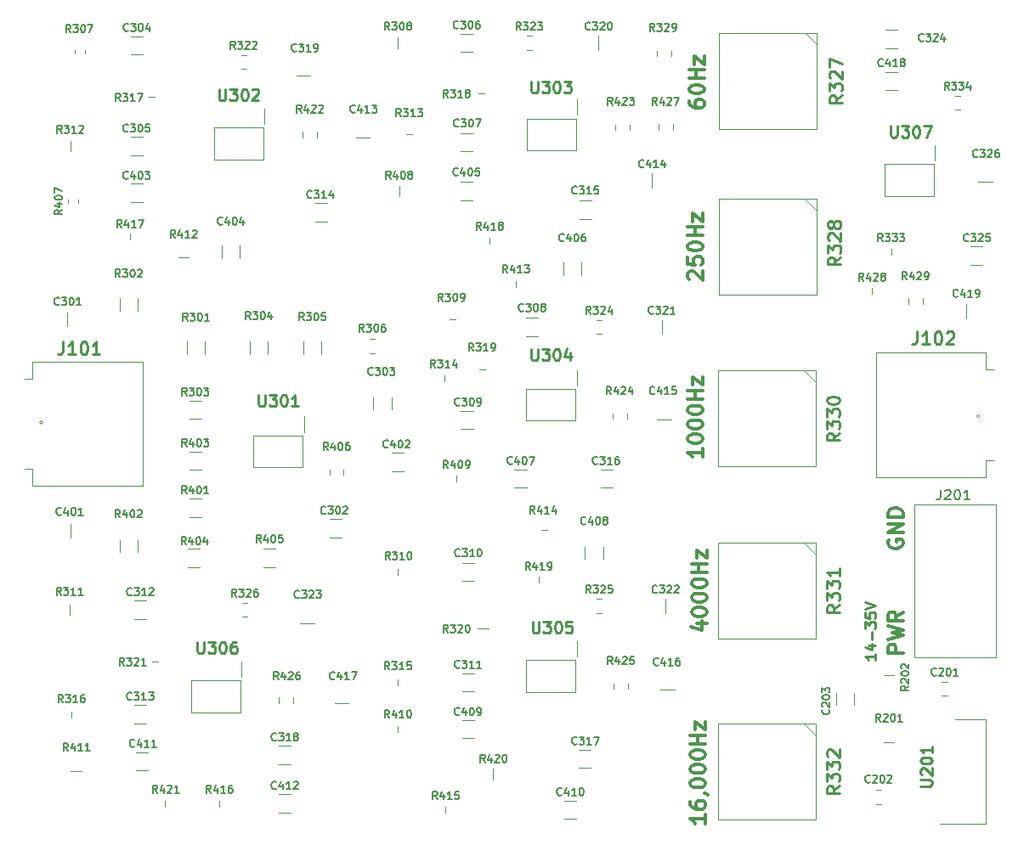
<source format=gto>
G04 #@! TF.GenerationSoftware,KiCad,Pcbnew,(5.1.2)-2*
G04 #@! TF.CreationDate,2021-02-16T01:53:11-08:00*
G04 #@! TF.ProjectId,FiveStageStereoEQ,46697665-5374-4616-9765-53746572656f,v01*
G04 #@! TF.SameCoordinates,Original*
G04 #@! TF.FileFunction,Legend,Top*
G04 #@! TF.FilePolarity,Positive*
%FSLAX46Y46*%
G04 Gerber Fmt 4.6, Leading zero omitted, Abs format (unit mm)*
G04 Created by KiCad (PCBNEW (5.1.2)-2) date 2021-02-16 01:53:11*
%MOMM*%
%LPD*%
G04 APERTURE LIST*
%ADD10C,0.254000*%
%ADD11C,0.300000*%
%ADD12C,0.025400*%
%ADD13C,0.250101*%
%ADD14C,0.150000*%
%ADD15C,0.152400*%
G04 APERTURE END LIST*
D10*
X168607619Y-117160523D02*
X168607619Y-117741095D01*
X168607619Y-117450809D02*
X167591619Y-117450809D01*
X167736761Y-117547571D01*
X167833523Y-117644333D01*
X167881904Y-117741095D01*
X167930285Y-116289666D02*
X168607619Y-116289666D01*
X167543238Y-116531571D02*
X168268952Y-116773476D01*
X168268952Y-116144523D01*
X168220571Y-115757476D02*
X168220571Y-114983380D01*
X167591619Y-114596333D02*
X167591619Y-113967380D01*
X167978666Y-114306047D01*
X167978666Y-114160904D01*
X168027047Y-114064142D01*
X168075428Y-114015761D01*
X168172190Y-113967380D01*
X168414095Y-113967380D01*
X168510857Y-114015761D01*
X168559238Y-114064142D01*
X168607619Y-114160904D01*
X168607619Y-114451190D01*
X168559238Y-114547952D01*
X168510857Y-114596333D01*
X167591619Y-113048142D02*
X167591619Y-113531952D01*
X168075428Y-113580333D01*
X168027047Y-113531952D01*
X167978666Y-113435190D01*
X167978666Y-113193285D01*
X168027047Y-113096523D01*
X168075428Y-113048142D01*
X168172190Y-112999761D01*
X168414095Y-112999761D01*
X168510857Y-113048142D01*
X168559238Y-113096523D01*
X168607619Y-113193285D01*
X168607619Y-113435190D01*
X168559238Y-113531952D01*
X168510857Y-113580333D01*
X167591619Y-112709476D02*
X168607619Y-112370809D01*
X167591619Y-112032142D01*
D11*
X169938000Y-105790857D02*
X169866571Y-105933714D01*
X169866571Y-106148000D01*
X169938000Y-106362285D01*
X170080857Y-106505142D01*
X170223714Y-106576571D01*
X170509428Y-106648000D01*
X170723714Y-106648000D01*
X171009428Y-106576571D01*
X171152285Y-106505142D01*
X171295142Y-106362285D01*
X171366571Y-106148000D01*
X171366571Y-106005142D01*
X171295142Y-105790857D01*
X171223714Y-105719428D01*
X170723714Y-105719428D01*
X170723714Y-106005142D01*
X171366571Y-105076571D02*
X169866571Y-105076571D01*
X171366571Y-104219428D01*
X169866571Y-104219428D01*
X171366571Y-103505142D02*
X169866571Y-103505142D01*
X169866571Y-103148000D01*
X169938000Y-102933714D01*
X170080857Y-102790857D01*
X170223714Y-102719428D01*
X170509428Y-102648000D01*
X170723714Y-102648000D01*
X171009428Y-102719428D01*
X171152285Y-102790857D01*
X171295142Y-102933714D01*
X171366571Y-103148000D01*
X171366571Y-103505142D01*
X171366571Y-117062000D02*
X169866571Y-117062000D01*
X169866571Y-116490571D01*
X169938000Y-116347714D01*
X170009428Y-116276285D01*
X170152285Y-116204857D01*
X170366571Y-116204857D01*
X170509428Y-116276285D01*
X170580857Y-116347714D01*
X170652285Y-116490571D01*
X170652285Y-117062000D01*
X169866571Y-115704857D02*
X171366571Y-115347714D01*
X170295142Y-115062000D01*
X171366571Y-114776285D01*
X169866571Y-114419142D01*
X171366571Y-112990571D02*
X170652285Y-113490571D01*
X171366571Y-113847714D02*
X169866571Y-113847714D01*
X169866571Y-113276285D01*
X169938000Y-113133428D01*
X170009428Y-113062000D01*
X170152285Y-112990571D01*
X170366571Y-112990571D01*
X170509428Y-113062000D01*
X170580857Y-113133428D01*
X170652285Y-113276285D01*
X170652285Y-113847714D01*
X151681571Y-133210571D02*
X151681571Y-134067714D01*
X151681571Y-133639142D02*
X150181571Y-133639142D01*
X150395857Y-133782000D01*
X150538714Y-133924857D01*
X150610142Y-134067714D01*
X150181571Y-131924857D02*
X150181571Y-132210571D01*
X150253000Y-132353428D01*
X150324428Y-132424857D01*
X150538714Y-132567714D01*
X150824428Y-132639142D01*
X151395857Y-132639142D01*
X151538714Y-132567714D01*
X151610142Y-132496285D01*
X151681571Y-132353428D01*
X151681571Y-132067714D01*
X151610142Y-131924857D01*
X151538714Y-131853428D01*
X151395857Y-131782000D01*
X151038714Y-131782000D01*
X150895857Y-131853428D01*
X150824428Y-131924857D01*
X150753000Y-132067714D01*
X150753000Y-132353428D01*
X150824428Y-132496285D01*
X150895857Y-132567714D01*
X151038714Y-132639142D01*
X151610142Y-131067714D02*
X151681571Y-131067714D01*
X151824428Y-131139142D01*
X151895857Y-131210571D01*
X150181571Y-130139142D02*
X150181571Y-129996285D01*
X150253000Y-129853428D01*
X150324428Y-129782000D01*
X150467285Y-129710571D01*
X150753000Y-129639142D01*
X151110142Y-129639142D01*
X151395857Y-129710571D01*
X151538714Y-129782000D01*
X151610142Y-129853428D01*
X151681571Y-129996285D01*
X151681571Y-130139142D01*
X151610142Y-130282000D01*
X151538714Y-130353428D01*
X151395857Y-130424857D01*
X151110142Y-130496285D01*
X150753000Y-130496285D01*
X150467285Y-130424857D01*
X150324428Y-130353428D01*
X150253000Y-130282000D01*
X150181571Y-130139142D01*
X150181571Y-128710571D02*
X150181571Y-128567714D01*
X150253000Y-128424857D01*
X150324428Y-128353428D01*
X150467285Y-128282000D01*
X150753000Y-128210571D01*
X151110142Y-128210571D01*
X151395857Y-128282000D01*
X151538714Y-128353428D01*
X151610142Y-128424857D01*
X151681571Y-128567714D01*
X151681571Y-128710571D01*
X151610142Y-128853428D01*
X151538714Y-128924857D01*
X151395857Y-128996285D01*
X151110142Y-129067714D01*
X150753000Y-129067714D01*
X150467285Y-128996285D01*
X150324428Y-128924857D01*
X150253000Y-128853428D01*
X150181571Y-128710571D01*
X150181571Y-127282000D02*
X150181571Y-127139142D01*
X150253000Y-126996285D01*
X150324428Y-126924857D01*
X150467285Y-126853428D01*
X150753000Y-126782000D01*
X151110142Y-126782000D01*
X151395857Y-126853428D01*
X151538714Y-126924857D01*
X151610142Y-126996285D01*
X151681571Y-127139142D01*
X151681571Y-127282000D01*
X151610142Y-127424857D01*
X151538714Y-127496285D01*
X151395857Y-127567714D01*
X151110142Y-127639142D01*
X150753000Y-127639142D01*
X150467285Y-127567714D01*
X150324428Y-127496285D01*
X150253000Y-127424857D01*
X150181571Y-127282000D01*
X151681571Y-126139142D02*
X150181571Y-126139142D01*
X150895857Y-126139142D02*
X150895857Y-125282000D01*
X151681571Y-125282000D02*
X150181571Y-125282000D01*
X150681571Y-124710571D02*
X150681571Y-123924857D01*
X151681571Y-124710571D01*
X151681571Y-123924857D01*
X150808571Y-114121000D02*
X151808571Y-114121000D01*
X150237142Y-114478142D02*
X151308571Y-114835285D01*
X151308571Y-113906714D01*
X150308571Y-113049571D02*
X150308571Y-112906714D01*
X150380000Y-112763857D01*
X150451428Y-112692428D01*
X150594285Y-112621000D01*
X150880000Y-112549571D01*
X151237142Y-112549571D01*
X151522857Y-112621000D01*
X151665714Y-112692428D01*
X151737142Y-112763857D01*
X151808571Y-112906714D01*
X151808571Y-113049571D01*
X151737142Y-113192428D01*
X151665714Y-113263857D01*
X151522857Y-113335285D01*
X151237142Y-113406714D01*
X150880000Y-113406714D01*
X150594285Y-113335285D01*
X150451428Y-113263857D01*
X150380000Y-113192428D01*
X150308571Y-113049571D01*
X150308571Y-111621000D02*
X150308571Y-111478142D01*
X150380000Y-111335285D01*
X150451428Y-111263857D01*
X150594285Y-111192428D01*
X150880000Y-111121000D01*
X151237142Y-111121000D01*
X151522857Y-111192428D01*
X151665714Y-111263857D01*
X151737142Y-111335285D01*
X151808571Y-111478142D01*
X151808571Y-111621000D01*
X151737142Y-111763857D01*
X151665714Y-111835285D01*
X151522857Y-111906714D01*
X151237142Y-111978142D01*
X150880000Y-111978142D01*
X150594285Y-111906714D01*
X150451428Y-111835285D01*
X150380000Y-111763857D01*
X150308571Y-111621000D01*
X150308571Y-110192428D02*
X150308571Y-110049571D01*
X150380000Y-109906714D01*
X150451428Y-109835285D01*
X150594285Y-109763857D01*
X150880000Y-109692428D01*
X151237142Y-109692428D01*
X151522857Y-109763857D01*
X151665714Y-109835285D01*
X151737142Y-109906714D01*
X151808571Y-110049571D01*
X151808571Y-110192428D01*
X151737142Y-110335285D01*
X151665714Y-110406714D01*
X151522857Y-110478142D01*
X151237142Y-110549571D01*
X150880000Y-110549571D01*
X150594285Y-110478142D01*
X150451428Y-110406714D01*
X150380000Y-110335285D01*
X150308571Y-110192428D01*
X151808571Y-109049571D02*
X150308571Y-109049571D01*
X151022857Y-109049571D02*
X151022857Y-108192428D01*
X151808571Y-108192428D02*
X150308571Y-108192428D01*
X150808571Y-107621000D02*
X150808571Y-106835285D01*
X151808571Y-107621000D01*
X151808571Y-106835285D01*
X151427571Y-96706142D02*
X151427571Y-97563285D01*
X151427571Y-97134714D02*
X149927571Y-97134714D01*
X150141857Y-97277571D01*
X150284714Y-97420428D01*
X150356142Y-97563285D01*
X149927571Y-95777571D02*
X149927571Y-95634714D01*
X149999000Y-95491857D01*
X150070428Y-95420428D01*
X150213285Y-95349000D01*
X150499000Y-95277571D01*
X150856142Y-95277571D01*
X151141857Y-95349000D01*
X151284714Y-95420428D01*
X151356142Y-95491857D01*
X151427571Y-95634714D01*
X151427571Y-95777571D01*
X151356142Y-95920428D01*
X151284714Y-95991857D01*
X151141857Y-96063285D01*
X150856142Y-96134714D01*
X150499000Y-96134714D01*
X150213285Y-96063285D01*
X150070428Y-95991857D01*
X149999000Y-95920428D01*
X149927571Y-95777571D01*
X149927571Y-94349000D02*
X149927571Y-94206142D01*
X149999000Y-94063285D01*
X150070428Y-93991857D01*
X150213285Y-93920428D01*
X150499000Y-93849000D01*
X150856142Y-93849000D01*
X151141857Y-93920428D01*
X151284714Y-93991857D01*
X151356142Y-94063285D01*
X151427571Y-94206142D01*
X151427571Y-94349000D01*
X151356142Y-94491857D01*
X151284714Y-94563285D01*
X151141857Y-94634714D01*
X150856142Y-94706142D01*
X150499000Y-94706142D01*
X150213285Y-94634714D01*
X150070428Y-94563285D01*
X149999000Y-94491857D01*
X149927571Y-94349000D01*
X149927571Y-92920428D02*
X149927571Y-92777571D01*
X149999000Y-92634714D01*
X150070428Y-92563285D01*
X150213285Y-92491857D01*
X150499000Y-92420428D01*
X150856142Y-92420428D01*
X151141857Y-92491857D01*
X151284714Y-92563285D01*
X151356142Y-92634714D01*
X151427571Y-92777571D01*
X151427571Y-92920428D01*
X151356142Y-93063285D01*
X151284714Y-93134714D01*
X151141857Y-93206142D01*
X150856142Y-93277571D01*
X150499000Y-93277571D01*
X150213285Y-93206142D01*
X150070428Y-93134714D01*
X149999000Y-93063285D01*
X149927571Y-92920428D01*
X151427571Y-91777571D02*
X149927571Y-91777571D01*
X150641857Y-91777571D02*
X150641857Y-90920428D01*
X151427571Y-90920428D02*
X149927571Y-90920428D01*
X150427571Y-90349000D02*
X150427571Y-89563285D01*
X151427571Y-90349000D01*
X151427571Y-89563285D01*
X150070428Y-79831000D02*
X149999000Y-79759571D01*
X149927571Y-79616714D01*
X149927571Y-79259571D01*
X149999000Y-79116714D01*
X150070428Y-79045285D01*
X150213285Y-78973857D01*
X150356142Y-78973857D01*
X150570428Y-79045285D01*
X151427571Y-79902428D01*
X151427571Y-78973857D01*
X149927571Y-77616714D02*
X149927571Y-78331000D01*
X150641857Y-78402428D01*
X150570428Y-78331000D01*
X150499000Y-78188142D01*
X150499000Y-77831000D01*
X150570428Y-77688142D01*
X150641857Y-77616714D01*
X150784714Y-77545285D01*
X151141857Y-77545285D01*
X151284714Y-77616714D01*
X151356142Y-77688142D01*
X151427571Y-77831000D01*
X151427571Y-78188142D01*
X151356142Y-78331000D01*
X151284714Y-78402428D01*
X149927571Y-76616714D02*
X149927571Y-76473857D01*
X149999000Y-76331000D01*
X150070428Y-76259571D01*
X150213285Y-76188142D01*
X150499000Y-76116714D01*
X150856142Y-76116714D01*
X151141857Y-76188142D01*
X151284714Y-76259571D01*
X151356142Y-76331000D01*
X151427571Y-76473857D01*
X151427571Y-76616714D01*
X151356142Y-76759571D01*
X151284714Y-76831000D01*
X151141857Y-76902428D01*
X150856142Y-76973857D01*
X150499000Y-76973857D01*
X150213285Y-76902428D01*
X150070428Y-76831000D01*
X149999000Y-76759571D01*
X149927571Y-76616714D01*
X151427571Y-75473857D02*
X149927571Y-75473857D01*
X150641857Y-75473857D02*
X150641857Y-74616714D01*
X151427571Y-74616714D02*
X149927571Y-74616714D01*
X150427571Y-74045285D02*
X150427571Y-73259571D01*
X151427571Y-74045285D01*
X151427571Y-73259571D01*
X150054571Y-62019428D02*
X150054571Y-62305142D01*
X150126000Y-62448000D01*
X150197428Y-62519428D01*
X150411714Y-62662285D01*
X150697428Y-62733714D01*
X151268857Y-62733714D01*
X151411714Y-62662285D01*
X151483142Y-62590857D01*
X151554571Y-62448000D01*
X151554571Y-62162285D01*
X151483142Y-62019428D01*
X151411714Y-61948000D01*
X151268857Y-61876571D01*
X150911714Y-61876571D01*
X150768857Y-61948000D01*
X150697428Y-62019428D01*
X150626000Y-62162285D01*
X150626000Y-62448000D01*
X150697428Y-62590857D01*
X150768857Y-62662285D01*
X150911714Y-62733714D01*
X150054571Y-60948000D02*
X150054571Y-60805142D01*
X150126000Y-60662285D01*
X150197428Y-60590857D01*
X150340285Y-60519428D01*
X150626000Y-60448000D01*
X150983142Y-60448000D01*
X151268857Y-60519428D01*
X151411714Y-60590857D01*
X151483142Y-60662285D01*
X151554571Y-60805142D01*
X151554571Y-60948000D01*
X151483142Y-61090857D01*
X151411714Y-61162285D01*
X151268857Y-61233714D01*
X150983142Y-61305142D01*
X150626000Y-61305142D01*
X150340285Y-61233714D01*
X150197428Y-61162285D01*
X150126000Y-61090857D01*
X150054571Y-60948000D01*
X151554571Y-59805142D02*
X150054571Y-59805142D01*
X150768857Y-59805142D02*
X150768857Y-58948000D01*
X151554571Y-58948000D02*
X150054571Y-58948000D01*
X150554571Y-58376571D02*
X150554571Y-57590857D01*
X151554571Y-58376571D01*
X151554571Y-57590857D01*
D12*
X168649000Y-99545000D02*
X168649000Y-87145000D01*
X168649000Y-87145000D02*
X179649000Y-87145000D01*
X168649000Y-99545000D02*
X179649000Y-99545000D01*
X179649000Y-99545000D02*
X179649000Y-97845000D01*
X179649000Y-88845000D02*
X179649000Y-87145000D01*
X179649000Y-97845000D02*
X180449000Y-97845000D01*
X179649000Y-88845000D02*
X180449000Y-88845000D01*
X178986000Y-93472000D02*
G75*
G03X178986000Y-93472000I-170000J0D01*
G01*
X85641000Y-94107000D02*
G75*
G03X85641000Y-94107000I-170000J0D01*
G01*
X84638000Y-98734000D02*
X83838000Y-98734000D01*
X84638000Y-89734000D02*
X83838000Y-89734000D01*
X84638000Y-98734000D02*
X84638000Y-100434000D01*
X84638000Y-88034000D02*
X84638000Y-89734000D01*
X95638000Y-88034000D02*
X84638000Y-88034000D01*
X95638000Y-100434000D02*
X84638000Y-100434000D01*
X95638000Y-88034000D02*
X95638000Y-100434000D01*
X162672500Y-88897500D02*
X162672500Y-98427500D01*
X162672500Y-98427500D02*
X152922500Y-98427500D01*
X152922500Y-98427500D02*
X152922500Y-88897500D01*
X152922500Y-88897500D02*
X162672500Y-88897500D01*
X162623500Y-89979500D02*
X161607500Y-88963500D01*
X174538000Y-66451200D02*
X174538000Y-67978200D01*
X169506000Y-68328200D02*
X174410000Y-68328200D01*
X169506000Y-71524200D02*
X169506000Y-68328200D01*
X174410000Y-71524200D02*
X169506000Y-71524200D01*
X174410000Y-68328200D02*
X174410000Y-71524200D01*
X105450000Y-117937000D02*
X105450000Y-119464000D01*
X100418000Y-119814000D02*
X105322000Y-119814000D01*
X100418000Y-123010000D02*
X100418000Y-119814000D01*
X105322000Y-123010000D02*
X100418000Y-123010000D01*
X105322000Y-119814000D02*
X105322000Y-123010000D01*
X138851000Y-115905000D02*
X138851000Y-117432000D01*
X133819000Y-117782000D02*
X138723000Y-117782000D01*
X133819000Y-120978000D02*
X133819000Y-117782000D01*
X138723000Y-120978000D02*
X133819000Y-120978000D01*
X138723000Y-117782000D02*
X138723000Y-120978000D01*
X138851000Y-88854000D02*
X138851000Y-90381000D01*
X133819000Y-90731000D02*
X138723000Y-90731000D01*
X133819000Y-93927000D02*
X133819000Y-90731000D01*
X138723000Y-93927000D02*
X133819000Y-93927000D01*
X138723000Y-90731000D02*
X138723000Y-93927000D01*
X138896720Y-61924920D02*
X138896720Y-63451920D01*
X133864720Y-63801920D02*
X138768720Y-63801920D01*
X133864720Y-66997920D02*
X133864720Y-63801920D01*
X138768720Y-66997920D02*
X133864720Y-66997920D01*
X138768720Y-63801920D02*
X138768720Y-66997920D01*
X107736000Y-62783440D02*
X107736000Y-64310440D01*
X102704000Y-64660440D02*
X107608000Y-64660440D01*
X102704000Y-67856440D02*
X102704000Y-64660440D01*
X107608000Y-67856440D02*
X102704000Y-67856440D01*
X107608000Y-64660440D02*
X107608000Y-67856440D01*
X111673000Y-93509000D02*
X111673000Y-95036000D01*
X106641000Y-95386000D02*
X111545000Y-95386000D01*
X106641000Y-98582000D02*
X106641000Y-95386000D01*
X111545000Y-98582000D02*
X106641000Y-98582000D01*
X111545000Y-95386000D02*
X111545000Y-98582000D01*
X162672500Y-124140000D02*
X162672500Y-133670000D01*
X162672500Y-133670000D02*
X152922500Y-133670000D01*
X152922500Y-133670000D02*
X152922500Y-124140000D01*
X152922500Y-124140000D02*
X162672500Y-124140000D01*
X162623500Y-125222000D02*
X161607500Y-124206000D01*
X162710500Y-72898000D02*
X161694500Y-71882000D01*
X153009500Y-71816000D02*
X162759500Y-71816000D01*
X153009500Y-81346000D02*
X153009500Y-71816000D01*
X162759500Y-81346000D02*
X153009500Y-81346000D01*
X162759500Y-71816000D02*
X162759500Y-81346000D01*
X162799500Y-55306000D02*
X162799500Y-64836000D01*
X162799500Y-64836000D02*
X153049500Y-64836000D01*
X153049500Y-64836000D02*
X153049500Y-55306000D01*
X153049500Y-55306000D02*
X162799500Y-55306000D01*
X162750500Y-56388000D02*
X161734500Y-55372000D01*
X175766252Y-119940000D02*
X175243748Y-119940000D01*
X175766252Y-121360000D02*
X175243748Y-121360000D01*
X169180252Y-132155000D02*
X168657748Y-132155000D01*
X169180252Y-130735000D02*
X168657748Y-130735000D01*
X164698000Y-121088396D02*
X164698000Y-122292524D01*
X166518000Y-121088396D02*
X166518000Y-122292524D01*
X88103400Y-84520000D02*
X88103400Y-83120000D01*
X115410064Y-103738000D02*
X114205936Y-103738000D01*
X115410064Y-105558000D02*
X114205936Y-105558000D01*
X120417000Y-92767564D02*
X120417000Y-91563436D01*
X118597000Y-92767564D02*
X118597000Y-91563436D01*
X95634564Y-55605000D02*
X94430436Y-55605000D01*
X95634564Y-57425000D02*
X94430436Y-57425000D01*
X95634564Y-67458000D02*
X94430436Y-67458000D01*
X95634564Y-65638000D02*
X94430436Y-65638000D01*
X128491064Y-55351000D02*
X127286936Y-55351000D01*
X128491064Y-57171000D02*
X127286936Y-57171000D01*
X128491064Y-67077000D02*
X127286936Y-67077000D01*
X128491064Y-65257000D02*
X127286936Y-65257000D01*
X135004564Y-85492000D02*
X133800436Y-85492000D01*
X135004564Y-83672000D02*
X133800436Y-83672000D01*
X128527564Y-92943000D02*
X127323436Y-92943000D01*
X128527564Y-94763000D02*
X127323436Y-94763000D01*
X128654564Y-109926800D02*
X127450436Y-109926800D01*
X128654564Y-108106800D02*
X127450436Y-108106800D01*
X128654564Y-119105000D02*
X127450436Y-119105000D01*
X128654564Y-120925000D02*
X127450436Y-120925000D01*
X95952064Y-111866000D02*
X94747936Y-111866000D01*
X95952064Y-113686000D02*
X94747936Y-113686000D01*
X95957144Y-122277460D02*
X94753016Y-122277460D01*
X95957144Y-124097460D02*
X94753016Y-124097460D01*
X114013064Y-72242000D02*
X112808936Y-72242000D01*
X114013064Y-74062000D02*
X112808936Y-74062000D01*
X140316364Y-71967680D02*
X139112236Y-71967680D01*
X140316364Y-73787680D02*
X139112236Y-73787680D01*
X142461064Y-100597380D02*
X141256936Y-100597380D01*
X142461064Y-98777380D02*
X141256936Y-98777380D01*
X140265564Y-128545000D02*
X139061436Y-128545000D01*
X140265564Y-126725000D02*
X139061436Y-126725000D01*
X110366564Y-126344000D02*
X109162436Y-126344000D01*
X110366564Y-128164000D02*
X109162436Y-128164000D01*
X110907600Y-59496000D02*
X112307600Y-59496000D01*
X141037000Y-56961000D02*
X141037000Y-55561000D01*
X147320000Y-85282000D02*
X147320000Y-83882000D01*
X147701000Y-113095000D02*
X147701000Y-111695000D01*
X111314000Y-114106000D02*
X112714000Y-114106000D01*
X169614436Y-56790000D02*
X170818564Y-56790000D01*
X169614436Y-54970000D02*
X170818564Y-54970000D01*
X179291064Y-76560000D02*
X178086936Y-76560000D01*
X179291064Y-78380000D02*
X178086936Y-78380000D01*
X178878000Y-70109080D02*
X180278000Y-70109080D01*
X88392000Y-105602000D02*
X88392000Y-104202000D01*
X121633064Y-98954000D02*
X120428936Y-98954000D01*
X121633064Y-97134000D02*
X120428936Y-97134000D01*
X95609164Y-72106200D02*
X94405036Y-72106200D01*
X95609164Y-70286200D02*
X94405036Y-70286200D01*
X103473840Y-76480916D02*
X103473840Y-77685044D01*
X105293840Y-76480916D02*
X105293840Y-77685044D01*
X128464064Y-70133800D02*
X127259936Y-70133800D01*
X128464064Y-71953800D02*
X127259936Y-71953800D01*
X139334920Y-78168416D02*
X139334920Y-79372544D01*
X137514920Y-78168416D02*
X137514920Y-79372544D01*
X133861564Y-98785000D02*
X132657436Y-98785000D01*
X133861564Y-100605000D02*
X132657436Y-100605000D01*
X139679000Y-107699564D02*
X139679000Y-106495436D01*
X141499000Y-107699564D02*
X141499000Y-106495436D01*
X128654564Y-123740500D02*
X127450436Y-123740500D01*
X128654564Y-125560500D02*
X127450436Y-125560500D01*
X138814564Y-131805000D02*
X137610436Y-131805000D01*
X138814564Y-133625000D02*
X137610436Y-133625000D01*
X96142564Y-128799000D02*
X94938436Y-128799000D01*
X96142564Y-126979000D02*
X94938436Y-126979000D01*
X110366564Y-132990000D02*
X109162436Y-132990000D01*
X110366564Y-131170000D02*
X109162436Y-131170000D01*
X116848660Y-65701220D02*
X118248660Y-65701220D01*
X146371000Y-70677000D02*
X146371000Y-69277000D01*
X146874000Y-93780920D02*
X148274000Y-93780920D01*
X147178800Y-120716040D02*
X148578800Y-120716040D01*
X114743000Y-122099380D02*
X116143000Y-122099380D01*
X169614436Y-60981000D02*
X170818564Y-60981000D01*
X169614436Y-59161000D02*
X170818564Y-59161000D01*
X177679660Y-83727520D02*
X177679660Y-82327520D01*
X172466000Y-102235000D02*
X172466000Y-117475000D01*
X180594000Y-117475000D02*
X180594000Y-102235000D01*
X172466000Y-102235000D02*
X180594000Y-102235000D01*
X172466000Y-117475000D02*
X180594000Y-117475000D01*
X170481480Y-125984000D02*
X169431480Y-125984000D01*
X170481480Y-119253040D02*
X169431480Y-119253040D01*
X100009280Y-86053516D02*
X100009280Y-87257644D01*
X101829280Y-86053516D02*
X101829280Y-87257644D01*
X95136380Y-81725356D02*
X95136380Y-82929484D01*
X93316380Y-81725356D02*
X93316380Y-82929484D01*
X100272436Y-93747000D02*
X101476564Y-93747000D01*
X100272436Y-91927000D02*
X101476564Y-91927000D01*
X106278000Y-86048436D02*
X106278000Y-87252564D01*
X108098000Y-86048436D02*
X108098000Y-87252564D01*
X111612000Y-87252564D02*
X111612000Y-86048436D01*
X113432000Y-87252564D02*
X113432000Y-86048436D01*
X118229748Y-87197000D02*
X118752252Y-87197000D01*
X118229748Y-85777000D02*
X118752252Y-85777000D01*
X89824020Y-56990193D02*
X89824020Y-57332727D01*
X88804020Y-56990193D02*
X88804020Y-57332727D01*
X121051280Y-55736000D02*
X121051280Y-56786000D01*
X126741200Y-83782000D02*
X126141200Y-83782000D01*
X121031000Y-108716800D02*
X121031000Y-109316800D01*
X88331000Y-112251000D02*
X88331000Y-113301000D01*
X88392000Y-66023000D02*
X88392000Y-67073000D01*
X122474000Y-65367000D02*
X121874000Y-65367000D01*
X125641200Y-89362000D02*
X125641200Y-89962000D01*
X120993000Y-119715000D02*
X120993000Y-120315000D01*
X88470840Y-122890000D02*
X88470840Y-123490000D01*
X96220000Y-61595000D02*
X96820000Y-61595000D01*
X129072360Y-61297920D02*
X129672360Y-61297920D01*
X129113000Y-88811000D02*
X129713000Y-88811000D01*
X129015000Y-114604800D02*
X130065000Y-114604800D01*
X96540040Y-117924480D02*
X97140040Y-117924480D01*
X105402748Y-58876000D02*
X105925252Y-58876000D01*
X105402748Y-57456000D02*
X105925252Y-57456000D01*
X133859748Y-55551000D02*
X134382252Y-55551000D01*
X133859748Y-56971000D02*
X134382252Y-56971000D01*
X140835748Y-83872000D02*
X141358252Y-83872000D01*
X140835748Y-85292000D02*
X141358252Y-85292000D01*
X140844748Y-111685000D02*
X141367252Y-111685000D01*
X140844748Y-113105000D02*
X141367252Y-113105000D01*
X105529748Y-112066000D02*
X106052252Y-112066000D01*
X105529748Y-113486000D02*
X106052252Y-113486000D01*
X148284000Y-57024748D02*
X148284000Y-57547252D01*
X146864000Y-57024748D02*
X146864000Y-57547252D01*
X162623500Y-107188000D02*
X161607500Y-106172000D01*
X152922500Y-106106000D02*
X162672500Y-106106000D01*
X152922500Y-115636000D02*
X152922500Y-106106000D01*
X162672500Y-115636000D02*
X152922500Y-115636000D01*
X162672500Y-106106000D02*
X162672500Y-115636000D01*
X170180000Y-76789000D02*
X170180000Y-77389000D01*
X176531748Y-61520000D02*
X177054252Y-61520000D01*
X176531748Y-62940000D02*
X177054252Y-62940000D01*
X100235936Y-103526000D02*
X101440064Y-103526000D01*
X100235936Y-101706000D02*
X101440064Y-101706000D01*
X93303680Y-106991564D02*
X93303680Y-105787436D01*
X95123680Y-106991564D02*
X95123680Y-105787436D01*
X100235936Y-97007000D02*
X101440064Y-97007000D01*
X100235936Y-98827000D02*
X101440064Y-98827000D01*
X100074316Y-108501860D02*
X101278444Y-108501860D01*
X100074316Y-106681860D02*
X101278444Y-106681860D01*
X107633356Y-106681860D02*
X108837484Y-106681860D01*
X107633356Y-108501860D02*
X108837484Y-108501860D01*
X114219920Y-99304852D02*
X114219920Y-98782348D01*
X115639920Y-99304852D02*
X115639920Y-98782348D01*
X89209340Y-72238687D02*
X89209340Y-71896153D01*
X88189340Y-72238687D02*
X88189340Y-71896153D01*
X121147800Y-70518800D02*
X121147800Y-71568800D01*
X126873000Y-99395000D02*
X126873000Y-99995000D01*
X121031000Y-124350500D02*
X121031000Y-124950500D01*
X88463900Y-128841540D02*
X89513900Y-128841540D01*
X100217460Y-77627520D02*
X99167460Y-77627520D01*
X132804000Y-79964000D02*
X132804000Y-80564000D01*
X135936000Y-104813200D02*
X135336000Y-104813200D01*
X125768200Y-132415000D02*
X125768200Y-133015000D01*
X103213000Y-131780000D02*
X103213000Y-132380000D01*
X94353480Y-75890400D02*
X94353480Y-75290400D01*
X130137000Y-76246000D02*
X130137000Y-75646000D01*
X135090000Y-110028000D02*
X135090000Y-109428000D01*
X130487460Y-129684000D02*
X130487460Y-128634000D01*
X97830640Y-132390160D02*
X97830640Y-131790160D01*
X111558000Y-65666252D02*
X111558000Y-65143748D01*
X112978000Y-65666252D02*
X112978000Y-65143748D01*
X142673000Y-64390748D02*
X142673000Y-64913252D01*
X144093000Y-64390748D02*
X144093000Y-64913252D01*
X143839000Y-93733252D02*
X143839000Y-93210748D01*
X142419000Y-93733252D02*
X142419000Y-93210748D01*
X143966000Y-120666252D02*
X143966000Y-120143748D01*
X142546000Y-120666252D02*
X142546000Y-120143748D01*
X110565000Y-122054252D02*
X110565000Y-121531748D01*
X109145000Y-122054252D02*
X109145000Y-121531748D01*
X146991000Y-64904252D02*
X146991000Y-64381748D01*
X148411000Y-64904252D02*
X148411000Y-64381748D01*
X168275000Y-80675200D02*
X168275000Y-81275200D01*
X171883000Y-81738948D02*
X171883000Y-82261452D01*
X173303000Y-81738948D02*
X173303000Y-82261452D01*
X179600000Y-123695000D02*
X176530000Y-123695000D01*
X179600000Y-134095000D02*
X179600000Y-123695000D01*
X175000000Y-134095000D02*
X179600000Y-134095000D01*
D13*
X172738142Y-85029523D02*
X172738142Y-85936666D01*
X172677666Y-86118095D01*
X172556714Y-86239047D01*
X172375285Y-86299523D01*
X172254333Y-86299523D01*
X174008142Y-86299523D02*
X173282428Y-86299523D01*
X173645285Y-86299523D02*
X173645285Y-85029523D01*
X173524333Y-85210952D01*
X173403380Y-85331904D01*
X173282428Y-85392380D01*
X174794333Y-85029523D02*
X174915285Y-85029523D01*
X175036238Y-85090000D01*
X175096714Y-85150476D01*
X175157190Y-85271428D01*
X175217666Y-85513333D01*
X175217666Y-85815714D01*
X175157190Y-86057619D01*
X175096714Y-86178571D01*
X175036238Y-86239047D01*
X174915285Y-86299523D01*
X174794333Y-86299523D01*
X174673380Y-86239047D01*
X174612904Y-86178571D01*
X174552428Y-86057619D01*
X174491952Y-85815714D01*
X174491952Y-85513333D01*
X174552428Y-85271428D01*
X174612904Y-85150476D01*
X174673380Y-85090000D01*
X174794333Y-85029523D01*
X175701476Y-85150476D02*
X175761952Y-85090000D01*
X175882904Y-85029523D01*
X176185285Y-85029523D01*
X176306238Y-85090000D01*
X176366714Y-85150476D01*
X176427190Y-85271428D01*
X176427190Y-85392380D01*
X176366714Y-85573809D01*
X175641000Y-86299523D01*
X176427190Y-86299523D01*
X87648142Y-86045523D02*
X87648142Y-86952666D01*
X87587666Y-87134095D01*
X87466714Y-87255047D01*
X87285285Y-87315523D01*
X87164333Y-87315523D01*
X88918142Y-87315523D02*
X88192428Y-87315523D01*
X88555285Y-87315523D02*
X88555285Y-86045523D01*
X88434333Y-86226952D01*
X88313380Y-86347904D01*
X88192428Y-86408380D01*
X89704333Y-86045523D02*
X89825285Y-86045523D01*
X89946238Y-86106000D01*
X90006714Y-86166476D01*
X90067190Y-86287428D01*
X90127666Y-86529333D01*
X90127666Y-86831714D01*
X90067190Y-87073619D01*
X90006714Y-87194571D01*
X89946238Y-87255047D01*
X89825285Y-87315523D01*
X89704333Y-87315523D01*
X89583380Y-87255047D01*
X89522904Y-87194571D01*
X89462428Y-87073619D01*
X89401952Y-86831714D01*
X89401952Y-86529333D01*
X89462428Y-86287428D01*
X89522904Y-86166476D01*
X89583380Y-86106000D01*
X89704333Y-86045523D01*
X91337190Y-87315523D02*
X90611476Y-87315523D01*
X90974333Y-87315523D02*
X90974333Y-86045523D01*
X90853380Y-86226952D01*
X90732428Y-86347904D01*
X90611476Y-86408380D01*
D10*
X165039523Y-95147190D02*
X164434761Y-95570523D01*
X165039523Y-95872904D02*
X163769523Y-95872904D01*
X163769523Y-95389095D01*
X163830000Y-95268142D01*
X163890476Y-95207666D01*
X164011428Y-95147190D01*
X164192857Y-95147190D01*
X164313809Y-95207666D01*
X164374285Y-95268142D01*
X164434761Y-95389095D01*
X164434761Y-95872904D01*
X163769523Y-94723857D02*
X163769523Y-93937666D01*
X164253333Y-94361000D01*
X164253333Y-94179571D01*
X164313809Y-94058619D01*
X164374285Y-93998142D01*
X164495238Y-93937666D01*
X164797619Y-93937666D01*
X164918571Y-93998142D01*
X164979047Y-94058619D01*
X165039523Y-94179571D01*
X165039523Y-94542428D01*
X164979047Y-94663380D01*
X164918571Y-94723857D01*
X163769523Y-93514333D02*
X163769523Y-92728142D01*
X164253333Y-93151476D01*
X164253333Y-92970047D01*
X164313809Y-92849095D01*
X164374285Y-92788619D01*
X164495238Y-92728142D01*
X164797619Y-92728142D01*
X164918571Y-92788619D01*
X164979047Y-92849095D01*
X165039523Y-92970047D01*
X165039523Y-93332904D01*
X164979047Y-93453857D01*
X164918571Y-93514333D01*
X163769523Y-91941952D02*
X163769523Y-91821000D01*
X163830000Y-91700047D01*
X163890476Y-91639571D01*
X164011428Y-91579095D01*
X164253333Y-91518619D01*
X164555714Y-91518619D01*
X164797619Y-91579095D01*
X164918571Y-91639571D01*
X164979047Y-91700047D01*
X165039523Y-91821000D01*
X165039523Y-91941952D01*
X164979047Y-92062904D01*
X164918571Y-92123380D01*
X164797619Y-92183857D01*
X164555714Y-92244333D01*
X164253333Y-92244333D01*
X164011428Y-92183857D01*
X163890476Y-92123380D01*
X163830000Y-92062904D01*
X163769523Y-91941952D01*
X170125571Y-64525071D02*
X170125571Y-65450357D01*
X170180000Y-65559214D01*
X170234428Y-65613642D01*
X170343285Y-65668071D01*
X170561000Y-65668071D01*
X170669857Y-65613642D01*
X170724285Y-65559214D01*
X170778714Y-65450357D01*
X170778714Y-64525071D01*
X171214142Y-64525071D02*
X171921714Y-64525071D01*
X171540714Y-64960500D01*
X171704000Y-64960500D01*
X171812857Y-65014928D01*
X171867285Y-65069357D01*
X171921714Y-65178214D01*
X171921714Y-65450357D01*
X171867285Y-65559214D01*
X171812857Y-65613642D01*
X171704000Y-65668071D01*
X171377428Y-65668071D01*
X171268571Y-65613642D01*
X171214142Y-65559214D01*
X172629285Y-64525071D02*
X172738142Y-64525071D01*
X172847000Y-64579500D01*
X172901428Y-64633928D01*
X172955857Y-64742785D01*
X173010285Y-64960500D01*
X173010285Y-65232642D01*
X172955857Y-65450357D01*
X172901428Y-65559214D01*
X172847000Y-65613642D01*
X172738142Y-65668071D01*
X172629285Y-65668071D01*
X172520428Y-65613642D01*
X172466000Y-65559214D01*
X172411571Y-65450357D01*
X172357142Y-65232642D01*
X172357142Y-64960500D01*
X172411571Y-64742785D01*
X172466000Y-64633928D01*
X172520428Y-64579500D01*
X172629285Y-64525071D01*
X173391285Y-64525071D02*
X174153285Y-64525071D01*
X173663428Y-65668071D01*
X101037571Y-115960071D02*
X101037571Y-116885357D01*
X101092000Y-116994214D01*
X101146428Y-117048642D01*
X101255285Y-117103071D01*
X101473000Y-117103071D01*
X101581857Y-117048642D01*
X101636285Y-116994214D01*
X101690714Y-116885357D01*
X101690714Y-115960071D01*
X102126142Y-115960071D02*
X102833714Y-115960071D01*
X102452714Y-116395500D01*
X102616000Y-116395500D01*
X102724857Y-116449928D01*
X102779285Y-116504357D01*
X102833714Y-116613214D01*
X102833714Y-116885357D01*
X102779285Y-116994214D01*
X102724857Y-117048642D01*
X102616000Y-117103071D01*
X102289428Y-117103071D01*
X102180571Y-117048642D01*
X102126142Y-116994214D01*
X103541285Y-115960071D02*
X103650142Y-115960071D01*
X103759000Y-116014500D01*
X103813428Y-116068928D01*
X103867857Y-116177785D01*
X103922285Y-116395500D01*
X103922285Y-116667642D01*
X103867857Y-116885357D01*
X103813428Y-116994214D01*
X103759000Y-117048642D01*
X103650142Y-117103071D01*
X103541285Y-117103071D01*
X103432428Y-117048642D01*
X103378000Y-116994214D01*
X103323571Y-116885357D01*
X103269142Y-116667642D01*
X103269142Y-116395500D01*
X103323571Y-116177785D01*
X103378000Y-116068928D01*
X103432428Y-116014500D01*
X103541285Y-115960071D01*
X104902000Y-115960071D02*
X104684285Y-115960071D01*
X104575428Y-116014500D01*
X104521000Y-116068928D01*
X104412142Y-116232214D01*
X104357714Y-116449928D01*
X104357714Y-116885357D01*
X104412142Y-116994214D01*
X104466571Y-117048642D01*
X104575428Y-117103071D01*
X104793142Y-117103071D01*
X104902000Y-117048642D01*
X104956428Y-116994214D01*
X105010857Y-116885357D01*
X105010857Y-116613214D01*
X104956428Y-116504357D01*
X104902000Y-116449928D01*
X104793142Y-116395500D01*
X104575428Y-116395500D01*
X104466571Y-116449928D01*
X104412142Y-116504357D01*
X104357714Y-116613214D01*
X134438571Y-113928071D02*
X134438571Y-114853357D01*
X134493000Y-114962214D01*
X134547428Y-115016642D01*
X134656285Y-115071071D01*
X134874000Y-115071071D01*
X134982857Y-115016642D01*
X135037285Y-114962214D01*
X135091714Y-114853357D01*
X135091714Y-113928071D01*
X135527142Y-113928071D02*
X136234714Y-113928071D01*
X135853714Y-114363500D01*
X136017000Y-114363500D01*
X136125857Y-114417928D01*
X136180285Y-114472357D01*
X136234714Y-114581214D01*
X136234714Y-114853357D01*
X136180285Y-114962214D01*
X136125857Y-115016642D01*
X136017000Y-115071071D01*
X135690428Y-115071071D01*
X135581571Y-115016642D01*
X135527142Y-114962214D01*
X136942285Y-113928071D02*
X137051142Y-113928071D01*
X137160000Y-113982500D01*
X137214428Y-114036928D01*
X137268857Y-114145785D01*
X137323285Y-114363500D01*
X137323285Y-114635642D01*
X137268857Y-114853357D01*
X137214428Y-114962214D01*
X137160000Y-115016642D01*
X137051142Y-115071071D01*
X136942285Y-115071071D01*
X136833428Y-115016642D01*
X136779000Y-114962214D01*
X136724571Y-114853357D01*
X136670142Y-114635642D01*
X136670142Y-114363500D01*
X136724571Y-114145785D01*
X136779000Y-114036928D01*
X136833428Y-113982500D01*
X136942285Y-113928071D01*
X138357428Y-113928071D02*
X137813142Y-113928071D01*
X137758714Y-114472357D01*
X137813142Y-114417928D01*
X137922000Y-114363500D01*
X138194142Y-114363500D01*
X138303000Y-114417928D01*
X138357428Y-114472357D01*
X138411857Y-114581214D01*
X138411857Y-114853357D01*
X138357428Y-114962214D01*
X138303000Y-115016642D01*
X138194142Y-115071071D01*
X137922000Y-115071071D01*
X137813142Y-115016642D01*
X137758714Y-114962214D01*
X134311571Y-86750071D02*
X134311571Y-87675357D01*
X134366000Y-87784214D01*
X134420428Y-87838642D01*
X134529285Y-87893071D01*
X134747000Y-87893071D01*
X134855857Y-87838642D01*
X134910285Y-87784214D01*
X134964714Y-87675357D01*
X134964714Y-86750071D01*
X135400142Y-86750071D02*
X136107714Y-86750071D01*
X135726714Y-87185500D01*
X135890000Y-87185500D01*
X135998857Y-87239928D01*
X136053285Y-87294357D01*
X136107714Y-87403214D01*
X136107714Y-87675357D01*
X136053285Y-87784214D01*
X135998857Y-87838642D01*
X135890000Y-87893071D01*
X135563428Y-87893071D01*
X135454571Y-87838642D01*
X135400142Y-87784214D01*
X136815285Y-86750071D02*
X136924142Y-86750071D01*
X137033000Y-86804500D01*
X137087428Y-86858928D01*
X137141857Y-86967785D01*
X137196285Y-87185500D01*
X137196285Y-87457642D01*
X137141857Y-87675357D01*
X137087428Y-87784214D01*
X137033000Y-87838642D01*
X136924142Y-87893071D01*
X136815285Y-87893071D01*
X136706428Y-87838642D01*
X136652000Y-87784214D01*
X136597571Y-87675357D01*
X136543142Y-87457642D01*
X136543142Y-87185500D01*
X136597571Y-86967785D01*
X136652000Y-86858928D01*
X136706428Y-86804500D01*
X136815285Y-86750071D01*
X138176000Y-87131071D02*
X138176000Y-87893071D01*
X137903857Y-86695642D02*
X137631714Y-87512071D01*
X138339285Y-87512071D01*
X134311571Y-60080071D02*
X134311571Y-61005357D01*
X134366000Y-61114214D01*
X134420428Y-61168642D01*
X134529285Y-61223071D01*
X134747000Y-61223071D01*
X134855857Y-61168642D01*
X134910285Y-61114214D01*
X134964714Y-61005357D01*
X134964714Y-60080071D01*
X135400142Y-60080071D02*
X136107714Y-60080071D01*
X135726714Y-60515500D01*
X135890000Y-60515500D01*
X135998857Y-60569928D01*
X136053285Y-60624357D01*
X136107714Y-60733214D01*
X136107714Y-61005357D01*
X136053285Y-61114214D01*
X135998857Y-61168642D01*
X135890000Y-61223071D01*
X135563428Y-61223071D01*
X135454571Y-61168642D01*
X135400142Y-61114214D01*
X136815285Y-60080071D02*
X136924142Y-60080071D01*
X137033000Y-60134500D01*
X137087428Y-60188928D01*
X137141857Y-60297785D01*
X137196285Y-60515500D01*
X137196285Y-60787642D01*
X137141857Y-61005357D01*
X137087428Y-61114214D01*
X137033000Y-61168642D01*
X136924142Y-61223071D01*
X136815285Y-61223071D01*
X136706428Y-61168642D01*
X136652000Y-61114214D01*
X136597571Y-61005357D01*
X136543142Y-60787642D01*
X136543142Y-60515500D01*
X136597571Y-60297785D01*
X136652000Y-60188928D01*
X136706428Y-60134500D01*
X136815285Y-60080071D01*
X137577285Y-60080071D02*
X138284857Y-60080071D01*
X137903857Y-60515500D01*
X138067142Y-60515500D01*
X138176000Y-60569928D01*
X138230428Y-60624357D01*
X138284857Y-60733214D01*
X138284857Y-61005357D01*
X138230428Y-61114214D01*
X138176000Y-61168642D01*
X138067142Y-61223071D01*
X137740571Y-61223071D01*
X137631714Y-61168642D01*
X137577285Y-61114214D01*
X103196571Y-60842071D02*
X103196571Y-61767357D01*
X103251000Y-61876214D01*
X103305428Y-61930642D01*
X103414285Y-61985071D01*
X103632000Y-61985071D01*
X103740857Y-61930642D01*
X103795285Y-61876214D01*
X103849714Y-61767357D01*
X103849714Y-60842071D01*
X104285142Y-60842071D02*
X104992714Y-60842071D01*
X104611714Y-61277500D01*
X104775000Y-61277500D01*
X104883857Y-61331928D01*
X104938285Y-61386357D01*
X104992714Y-61495214D01*
X104992714Y-61767357D01*
X104938285Y-61876214D01*
X104883857Y-61930642D01*
X104775000Y-61985071D01*
X104448428Y-61985071D01*
X104339571Y-61930642D01*
X104285142Y-61876214D01*
X105700285Y-60842071D02*
X105809142Y-60842071D01*
X105918000Y-60896500D01*
X105972428Y-60950928D01*
X106026857Y-61059785D01*
X106081285Y-61277500D01*
X106081285Y-61549642D01*
X106026857Y-61767357D01*
X105972428Y-61876214D01*
X105918000Y-61930642D01*
X105809142Y-61985071D01*
X105700285Y-61985071D01*
X105591428Y-61930642D01*
X105537000Y-61876214D01*
X105482571Y-61767357D01*
X105428142Y-61549642D01*
X105428142Y-61277500D01*
X105482571Y-61059785D01*
X105537000Y-60950928D01*
X105591428Y-60896500D01*
X105700285Y-60842071D01*
X106516714Y-60950928D02*
X106571142Y-60896500D01*
X106680000Y-60842071D01*
X106952142Y-60842071D01*
X107061000Y-60896500D01*
X107115428Y-60950928D01*
X107169857Y-61059785D01*
X107169857Y-61168642D01*
X107115428Y-61331928D01*
X106462285Y-61985071D01*
X107169857Y-61985071D01*
X107133571Y-91322071D02*
X107133571Y-92247357D01*
X107188000Y-92356214D01*
X107242428Y-92410642D01*
X107351285Y-92465071D01*
X107569000Y-92465071D01*
X107677857Y-92410642D01*
X107732285Y-92356214D01*
X107786714Y-92247357D01*
X107786714Y-91322071D01*
X108222142Y-91322071D02*
X108929714Y-91322071D01*
X108548714Y-91757500D01*
X108712000Y-91757500D01*
X108820857Y-91811928D01*
X108875285Y-91866357D01*
X108929714Y-91975214D01*
X108929714Y-92247357D01*
X108875285Y-92356214D01*
X108820857Y-92410642D01*
X108712000Y-92465071D01*
X108385428Y-92465071D01*
X108276571Y-92410642D01*
X108222142Y-92356214D01*
X109637285Y-91322071D02*
X109746142Y-91322071D01*
X109855000Y-91376500D01*
X109909428Y-91430928D01*
X109963857Y-91539785D01*
X110018285Y-91757500D01*
X110018285Y-92029642D01*
X109963857Y-92247357D01*
X109909428Y-92356214D01*
X109855000Y-92410642D01*
X109746142Y-92465071D01*
X109637285Y-92465071D01*
X109528428Y-92410642D01*
X109474000Y-92356214D01*
X109419571Y-92247357D01*
X109365142Y-92029642D01*
X109365142Y-91757500D01*
X109419571Y-91539785D01*
X109474000Y-91430928D01*
X109528428Y-91376500D01*
X109637285Y-91322071D01*
X111106857Y-92465071D02*
X110453714Y-92465071D01*
X110780285Y-92465071D02*
X110780285Y-91322071D01*
X110671428Y-91485357D01*
X110562571Y-91594214D01*
X110453714Y-91648642D01*
X165039523Y-130326190D02*
X164434761Y-130749523D01*
X165039523Y-131051904D02*
X163769523Y-131051904D01*
X163769523Y-130568095D01*
X163830000Y-130447142D01*
X163890476Y-130386666D01*
X164011428Y-130326190D01*
X164192857Y-130326190D01*
X164313809Y-130386666D01*
X164374285Y-130447142D01*
X164434761Y-130568095D01*
X164434761Y-131051904D01*
X163769523Y-129902857D02*
X163769523Y-129116666D01*
X164253333Y-129540000D01*
X164253333Y-129358571D01*
X164313809Y-129237619D01*
X164374285Y-129177142D01*
X164495238Y-129116666D01*
X164797619Y-129116666D01*
X164918571Y-129177142D01*
X164979047Y-129237619D01*
X165039523Y-129358571D01*
X165039523Y-129721428D01*
X164979047Y-129842380D01*
X164918571Y-129902857D01*
X163769523Y-128693333D02*
X163769523Y-127907142D01*
X164253333Y-128330476D01*
X164253333Y-128149047D01*
X164313809Y-128028095D01*
X164374285Y-127967619D01*
X164495238Y-127907142D01*
X164797619Y-127907142D01*
X164918571Y-127967619D01*
X164979047Y-128028095D01*
X165039523Y-128149047D01*
X165039523Y-128511904D01*
X164979047Y-128632857D01*
X164918571Y-128693333D01*
X163890476Y-127423333D02*
X163830000Y-127362857D01*
X163769523Y-127241904D01*
X163769523Y-126939523D01*
X163830000Y-126818571D01*
X163890476Y-126758095D01*
X164011428Y-126697619D01*
X164132380Y-126697619D01*
X164313809Y-126758095D01*
X165039523Y-127483809D01*
X165039523Y-126697619D01*
X165166523Y-77621190D02*
X164561761Y-78044523D01*
X165166523Y-78346904D02*
X163896523Y-78346904D01*
X163896523Y-77863095D01*
X163957000Y-77742142D01*
X164017476Y-77681666D01*
X164138428Y-77621190D01*
X164319857Y-77621190D01*
X164440809Y-77681666D01*
X164501285Y-77742142D01*
X164561761Y-77863095D01*
X164561761Y-78346904D01*
X163896523Y-77197857D02*
X163896523Y-76411666D01*
X164380333Y-76835000D01*
X164380333Y-76653571D01*
X164440809Y-76532619D01*
X164501285Y-76472142D01*
X164622238Y-76411666D01*
X164924619Y-76411666D01*
X165045571Y-76472142D01*
X165106047Y-76532619D01*
X165166523Y-76653571D01*
X165166523Y-77016428D01*
X165106047Y-77137380D01*
X165045571Y-77197857D01*
X164017476Y-75927857D02*
X163957000Y-75867380D01*
X163896523Y-75746428D01*
X163896523Y-75444047D01*
X163957000Y-75323095D01*
X164017476Y-75262619D01*
X164138428Y-75202142D01*
X164259380Y-75202142D01*
X164440809Y-75262619D01*
X165166523Y-75988333D01*
X165166523Y-75202142D01*
X164440809Y-74476428D02*
X164380333Y-74597380D01*
X164319857Y-74657857D01*
X164198904Y-74718333D01*
X164138428Y-74718333D01*
X164017476Y-74657857D01*
X163957000Y-74597380D01*
X163896523Y-74476428D01*
X163896523Y-74234523D01*
X163957000Y-74113571D01*
X164017476Y-74053095D01*
X164138428Y-73992619D01*
X164198904Y-73992619D01*
X164319857Y-74053095D01*
X164380333Y-74113571D01*
X164440809Y-74234523D01*
X164440809Y-74476428D01*
X164501285Y-74597380D01*
X164561761Y-74657857D01*
X164682714Y-74718333D01*
X164924619Y-74718333D01*
X165045571Y-74657857D01*
X165106047Y-74597380D01*
X165166523Y-74476428D01*
X165166523Y-74234523D01*
X165106047Y-74113571D01*
X165045571Y-74053095D01*
X164924619Y-73992619D01*
X164682714Y-73992619D01*
X164561761Y-74053095D01*
X164501285Y-74113571D01*
X164440809Y-74234523D01*
X165293523Y-61492190D02*
X164688761Y-61915523D01*
X165293523Y-62217904D02*
X164023523Y-62217904D01*
X164023523Y-61734095D01*
X164084000Y-61613142D01*
X164144476Y-61552666D01*
X164265428Y-61492190D01*
X164446857Y-61492190D01*
X164567809Y-61552666D01*
X164628285Y-61613142D01*
X164688761Y-61734095D01*
X164688761Y-62217904D01*
X164023523Y-61068857D02*
X164023523Y-60282666D01*
X164507333Y-60706000D01*
X164507333Y-60524571D01*
X164567809Y-60403619D01*
X164628285Y-60343142D01*
X164749238Y-60282666D01*
X165051619Y-60282666D01*
X165172571Y-60343142D01*
X165233047Y-60403619D01*
X165293523Y-60524571D01*
X165293523Y-60887428D01*
X165233047Y-61008380D01*
X165172571Y-61068857D01*
X164144476Y-59798857D02*
X164084000Y-59738380D01*
X164023523Y-59617428D01*
X164023523Y-59315047D01*
X164084000Y-59194095D01*
X164144476Y-59133619D01*
X164265428Y-59073142D01*
X164386380Y-59073142D01*
X164567809Y-59133619D01*
X165293523Y-59859333D01*
X165293523Y-59073142D01*
X164023523Y-58649809D02*
X164023523Y-57803142D01*
X165293523Y-58347428D01*
D14*
X174661285Y-119271142D02*
X174625000Y-119307428D01*
X174516142Y-119343714D01*
X174443571Y-119343714D01*
X174334714Y-119307428D01*
X174262142Y-119234857D01*
X174225857Y-119162285D01*
X174189571Y-119017142D01*
X174189571Y-118908285D01*
X174225857Y-118763142D01*
X174262142Y-118690571D01*
X174334714Y-118618000D01*
X174443571Y-118581714D01*
X174516142Y-118581714D01*
X174625000Y-118618000D01*
X174661285Y-118654285D01*
X174951571Y-118654285D02*
X174987857Y-118618000D01*
X175060428Y-118581714D01*
X175241857Y-118581714D01*
X175314428Y-118618000D01*
X175350714Y-118654285D01*
X175387000Y-118726857D01*
X175387000Y-118799428D01*
X175350714Y-118908285D01*
X174915285Y-119343714D01*
X175387000Y-119343714D01*
X175858714Y-118581714D02*
X175931285Y-118581714D01*
X176003857Y-118618000D01*
X176040142Y-118654285D01*
X176076428Y-118726857D01*
X176112714Y-118872000D01*
X176112714Y-119053428D01*
X176076428Y-119198571D01*
X176040142Y-119271142D01*
X176003857Y-119307428D01*
X175931285Y-119343714D01*
X175858714Y-119343714D01*
X175786142Y-119307428D01*
X175749857Y-119271142D01*
X175713571Y-119198571D01*
X175677285Y-119053428D01*
X175677285Y-118872000D01*
X175713571Y-118726857D01*
X175749857Y-118654285D01*
X175786142Y-118618000D01*
X175858714Y-118581714D01*
X176838428Y-119343714D02*
X176403000Y-119343714D01*
X176620714Y-119343714D02*
X176620714Y-118581714D01*
X176548142Y-118690571D01*
X176475571Y-118763142D01*
X176403000Y-118799428D01*
X168057285Y-129939142D02*
X168021000Y-129975428D01*
X167912142Y-130011714D01*
X167839571Y-130011714D01*
X167730714Y-129975428D01*
X167658142Y-129902857D01*
X167621857Y-129830285D01*
X167585571Y-129685142D01*
X167585571Y-129576285D01*
X167621857Y-129431142D01*
X167658142Y-129358571D01*
X167730714Y-129286000D01*
X167839571Y-129249714D01*
X167912142Y-129249714D01*
X168021000Y-129286000D01*
X168057285Y-129322285D01*
X168347571Y-129322285D02*
X168383857Y-129286000D01*
X168456428Y-129249714D01*
X168637857Y-129249714D01*
X168710428Y-129286000D01*
X168746714Y-129322285D01*
X168783000Y-129394857D01*
X168783000Y-129467428D01*
X168746714Y-129576285D01*
X168311285Y-130011714D01*
X168783000Y-130011714D01*
X169254714Y-129249714D02*
X169327285Y-129249714D01*
X169399857Y-129286000D01*
X169436142Y-129322285D01*
X169472428Y-129394857D01*
X169508714Y-129540000D01*
X169508714Y-129721428D01*
X169472428Y-129866571D01*
X169436142Y-129939142D01*
X169399857Y-129975428D01*
X169327285Y-130011714D01*
X169254714Y-130011714D01*
X169182142Y-129975428D01*
X169145857Y-129939142D01*
X169109571Y-129866571D01*
X169073285Y-129721428D01*
X169073285Y-129540000D01*
X169109571Y-129394857D01*
X169145857Y-129322285D01*
X169182142Y-129286000D01*
X169254714Y-129249714D01*
X169799000Y-129322285D02*
X169835285Y-129286000D01*
X169907857Y-129249714D01*
X170089285Y-129249714D01*
X170161857Y-129286000D01*
X170198142Y-129322285D01*
X170234428Y-129394857D01*
X170234428Y-129467428D01*
X170198142Y-129576285D01*
X169762714Y-130011714D01*
X170234428Y-130011714D01*
X163975142Y-122721914D02*
X164011428Y-122758200D01*
X164047714Y-122867057D01*
X164047714Y-122939628D01*
X164011428Y-123048485D01*
X163938857Y-123121057D01*
X163866285Y-123157342D01*
X163721142Y-123193628D01*
X163612285Y-123193628D01*
X163467142Y-123157342D01*
X163394571Y-123121057D01*
X163322000Y-123048485D01*
X163285714Y-122939628D01*
X163285714Y-122867057D01*
X163322000Y-122758200D01*
X163358285Y-122721914D01*
X163358285Y-122431628D02*
X163322000Y-122395342D01*
X163285714Y-122322771D01*
X163285714Y-122141342D01*
X163322000Y-122068771D01*
X163358285Y-122032485D01*
X163430857Y-121996200D01*
X163503428Y-121996200D01*
X163612285Y-122032485D01*
X164047714Y-122467914D01*
X164047714Y-121996200D01*
X163285714Y-121524485D02*
X163285714Y-121451914D01*
X163322000Y-121379342D01*
X163358285Y-121343057D01*
X163430857Y-121306771D01*
X163576000Y-121270485D01*
X163757428Y-121270485D01*
X163902571Y-121306771D01*
X163975142Y-121343057D01*
X164011428Y-121379342D01*
X164047714Y-121451914D01*
X164047714Y-121524485D01*
X164011428Y-121597057D01*
X163975142Y-121633342D01*
X163902571Y-121669628D01*
X163757428Y-121705914D01*
X163576000Y-121705914D01*
X163430857Y-121669628D01*
X163358285Y-121633342D01*
X163322000Y-121597057D01*
X163285714Y-121524485D01*
X163285714Y-121016485D02*
X163285714Y-120544771D01*
X163576000Y-120798771D01*
X163576000Y-120689914D01*
X163612285Y-120617342D01*
X163648571Y-120581057D01*
X163721142Y-120544771D01*
X163902571Y-120544771D01*
X163975142Y-120581057D01*
X164011428Y-120617342D01*
X164047714Y-120689914D01*
X164047714Y-120907628D01*
X164011428Y-120980200D01*
X163975142Y-121016485D01*
D15*
X87285285Y-82314142D02*
X87249000Y-82350428D01*
X87140142Y-82386714D01*
X87067571Y-82386714D01*
X86958714Y-82350428D01*
X86886142Y-82277857D01*
X86849857Y-82205285D01*
X86813571Y-82060142D01*
X86813571Y-81951285D01*
X86849857Y-81806142D01*
X86886142Y-81733571D01*
X86958714Y-81661000D01*
X87067571Y-81624714D01*
X87140142Y-81624714D01*
X87249000Y-81661000D01*
X87285285Y-81697285D01*
X87539285Y-81624714D02*
X88011000Y-81624714D01*
X87757000Y-81915000D01*
X87865857Y-81915000D01*
X87938428Y-81951285D01*
X87974714Y-81987571D01*
X88011000Y-82060142D01*
X88011000Y-82241571D01*
X87974714Y-82314142D01*
X87938428Y-82350428D01*
X87865857Y-82386714D01*
X87648142Y-82386714D01*
X87575571Y-82350428D01*
X87539285Y-82314142D01*
X88482714Y-81624714D02*
X88555285Y-81624714D01*
X88627857Y-81661000D01*
X88664142Y-81697285D01*
X88700428Y-81769857D01*
X88736714Y-81915000D01*
X88736714Y-82096428D01*
X88700428Y-82241571D01*
X88664142Y-82314142D01*
X88627857Y-82350428D01*
X88555285Y-82386714D01*
X88482714Y-82386714D01*
X88410142Y-82350428D01*
X88373857Y-82314142D01*
X88337571Y-82241571D01*
X88301285Y-82096428D01*
X88301285Y-81915000D01*
X88337571Y-81769857D01*
X88373857Y-81697285D01*
X88410142Y-81661000D01*
X88482714Y-81624714D01*
X89462428Y-82386714D02*
X89027000Y-82386714D01*
X89244714Y-82386714D02*
X89244714Y-81624714D01*
X89172142Y-81733571D01*
X89099571Y-81806142D01*
X89027000Y-81842428D01*
X113828285Y-103142142D02*
X113792000Y-103178428D01*
X113683142Y-103214714D01*
X113610571Y-103214714D01*
X113501714Y-103178428D01*
X113429142Y-103105857D01*
X113392857Y-103033285D01*
X113356571Y-102888142D01*
X113356571Y-102779285D01*
X113392857Y-102634142D01*
X113429142Y-102561571D01*
X113501714Y-102489000D01*
X113610571Y-102452714D01*
X113683142Y-102452714D01*
X113792000Y-102489000D01*
X113828285Y-102525285D01*
X114082285Y-102452714D02*
X114554000Y-102452714D01*
X114300000Y-102743000D01*
X114408857Y-102743000D01*
X114481428Y-102779285D01*
X114517714Y-102815571D01*
X114554000Y-102888142D01*
X114554000Y-103069571D01*
X114517714Y-103142142D01*
X114481428Y-103178428D01*
X114408857Y-103214714D01*
X114191142Y-103214714D01*
X114118571Y-103178428D01*
X114082285Y-103142142D01*
X115025714Y-102452714D02*
X115098285Y-102452714D01*
X115170857Y-102489000D01*
X115207142Y-102525285D01*
X115243428Y-102597857D01*
X115279714Y-102743000D01*
X115279714Y-102924428D01*
X115243428Y-103069571D01*
X115207142Y-103142142D01*
X115170857Y-103178428D01*
X115098285Y-103214714D01*
X115025714Y-103214714D01*
X114953142Y-103178428D01*
X114916857Y-103142142D01*
X114880571Y-103069571D01*
X114844285Y-102924428D01*
X114844285Y-102743000D01*
X114880571Y-102597857D01*
X114916857Y-102525285D01*
X114953142Y-102489000D01*
X115025714Y-102452714D01*
X115570000Y-102525285D02*
X115606285Y-102489000D01*
X115678857Y-102452714D01*
X115860285Y-102452714D01*
X115932857Y-102489000D01*
X115969142Y-102525285D01*
X116005428Y-102597857D01*
X116005428Y-102670428D01*
X115969142Y-102779285D01*
X115533714Y-103214714D01*
X116005428Y-103214714D01*
D14*
X118527285Y-89299142D02*
X118491000Y-89335428D01*
X118382142Y-89371714D01*
X118309571Y-89371714D01*
X118200714Y-89335428D01*
X118128142Y-89262857D01*
X118091857Y-89190285D01*
X118055571Y-89045142D01*
X118055571Y-88936285D01*
X118091857Y-88791142D01*
X118128142Y-88718571D01*
X118200714Y-88646000D01*
X118309571Y-88609714D01*
X118382142Y-88609714D01*
X118491000Y-88646000D01*
X118527285Y-88682285D01*
X118781285Y-88609714D02*
X119253000Y-88609714D01*
X118999000Y-88900000D01*
X119107857Y-88900000D01*
X119180428Y-88936285D01*
X119216714Y-88972571D01*
X119253000Y-89045142D01*
X119253000Y-89226571D01*
X119216714Y-89299142D01*
X119180428Y-89335428D01*
X119107857Y-89371714D01*
X118890142Y-89371714D01*
X118817571Y-89335428D01*
X118781285Y-89299142D01*
X119724714Y-88609714D02*
X119797285Y-88609714D01*
X119869857Y-88646000D01*
X119906142Y-88682285D01*
X119942428Y-88754857D01*
X119978714Y-88900000D01*
X119978714Y-89081428D01*
X119942428Y-89226571D01*
X119906142Y-89299142D01*
X119869857Y-89335428D01*
X119797285Y-89371714D01*
X119724714Y-89371714D01*
X119652142Y-89335428D01*
X119615857Y-89299142D01*
X119579571Y-89226571D01*
X119543285Y-89081428D01*
X119543285Y-88900000D01*
X119579571Y-88754857D01*
X119615857Y-88682285D01*
X119652142Y-88646000D01*
X119724714Y-88609714D01*
X120232714Y-88609714D02*
X120704428Y-88609714D01*
X120450428Y-88900000D01*
X120559285Y-88900000D01*
X120631857Y-88936285D01*
X120668142Y-88972571D01*
X120704428Y-89045142D01*
X120704428Y-89226571D01*
X120668142Y-89299142D01*
X120631857Y-89335428D01*
X120559285Y-89371714D01*
X120341571Y-89371714D01*
X120269000Y-89335428D01*
X120232714Y-89299142D01*
X94179785Y-55009142D02*
X94143500Y-55045428D01*
X94034642Y-55081714D01*
X93962071Y-55081714D01*
X93853214Y-55045428D01*
X93780642Y-54972857D01*
X93744357Y-54900285D01*
X93708071Y-54755142D01*
X93708071Y-54646285D01*
X93744357Y-54501142D01*
X93780642Y-54428571D01*
X93853214Y-54356000D01*
X93962071Y-54319714D01*
X94034642Y-54319714D01*
X94143500Y-54356000D01*
X94179785Y-54392285D01*
X94433785Y-54319714D02*
X94905500Y-54319714D01*
X94651500Y-54610000D01*
X94760357Y-54610000D01*
X94832928Y-54646285D01*
X94869214Y-54682571D01*
X94905500Y-54755142D01*
X94905500Y-54936571D01*
X94869214Y-55009142D01*
X94832928Y-55045428D01*
X94760357Y-55081714D01*
X94542642Y-55081714D01*
X94470071Y-55045428D01*
X94433785Y-55009142D01*
X95377214Y-54319714D02*
X95449785Y-54319714D01*
X95522357Y-54356000D01*
X95558642Y-54392285D01*
X95594928Y-54464857D01*
X95631214Y-54610000D01*
X95631214Y-54791428D01*
X95594928Y-54936571D01*
X95558642Y-55009142D01*
X95522357Y-55045428D01*
X95449785Y-55081714D01*
X95377214Y-55081714D01*
X95304642Y-55045428D01*
X95268357Y-55009142D01*
X95232071Y-54936571D01*
X95195785Y-54791428D01*
X95195785Y-54610000D01*
X95232071Y-54464857D01*
X95268357Y-54392285D01*
X95304642Y-54356000D01*
X95377214Y-54319714D01*
X96284357Y-54573714D02*
X96284357Y-55081714D01*
X96102928Y-54283428D02*
X95921500Y-54827714D01*
X96393214Y-54827714D01*
X94143285Y-65042142D02*
X94107000Y-65078428D01*
X93998142Y-65114714D01*
X93925571Y-65114714D01*
X93816714Y-65078428D01*
X93744142Y-65005857D01*
X93707857Y-64933285D01*
X93671571Y-64788142D01*
X93671571Y-64679285D01*
X93707857Y-64534142D01*
X93744142Y-64461571D01*
X93816714Y-64389000D01*
X93925571Y-64352714D01*
X93998142Y-64352714D01*
X94107000Y-64389000D01*
X94143285Y-64425285D01*
X94397285Y-64352714D02*
X94869000Y-64352714D01*
X94615000Y-64643000D01*
X94723857Y-64643000D01*
X94796428Y-64679285D01*
X94832714Y-64715571D01*
X94869000Y-64788142D01*
X94869000Y-64969571D01*
X94832714Y-65042142D01*
X94796428Y-65078428D01*
X94723857Y-65114714D01*
X94506142Y-65114714D01*
X94433571Y-65078428D01*
X94397285Y-65042142D01*
X95340714Y-64352714D02*
X95413285Y-64352714D01*
X95485857Y-64389000D01*
X95522142Y-64425285D01*
X95558428Y-64497857D01*
X95594714Y-64643000D01*
X95594714Y-64824428D01*
X95558428Y-64969571D01*
X95522142Y-65042142D01*
X95485857Y-65078428D01*
X95413285Y-65114714D01*
X95340714Y-65114714D01*
X95268142Y-65078428D01*
X95231857Y-65042142D01*
X95195571Y-64969571D01*
X95159285Y-64824428D01*
X95159285Y-64643000D01*
X95195571Y-64497857D01*
X95231857Y-64425285D01*
X95268142Y-64389000D01*
X95340714Y-64352714D01*
X96284142Y-64352714D02*
X95921285Y-64352714D01*
X95885000Y-64715571D01*
X95921285Y-64679285D01*
X95993857Y-64643000D01*
X96175285Y-64643000D01*
X96247857Y-64679285D01*
X96284142Y-64715571D01*
X96320428Y-64788142D01*
X96320428Y-64969571D01*
X96284142Y-65042142D01*
X96247857Y-65078428D01*
X96175285Y-65114714D01*
X95993857Y-65114714D01*
X95921285Y-65078428D01*
X95885000Y-65042142D01*
X127036285Y-54755142D02*
X127000000Y-54791428D01*
X126891142Y-54827714D01*
X126818571Y-54827714D01*
X126709714Y-54791428D01*
X126637142Y-54718857D01*
X126600857Y-54646285D01*
X126564571Y-54501142D01*
X126564571Y-54392285D01*
X126600857Y-54247142D01*
X126637142Y-54174571D01*
X126709714Y-54102000D01*
X126818571Y-54065714D01*
X126891142Y-54065714D01*
X127000000Y-54102000D01*
X127036285Y-54138285D01*
X127290285Y-54065714D02*
X127762000Y-54065714D01*
X127508000Y-54356000D01*
X127616857Y-54356000D01*
X127689428Y-54392285D01*
X127725714Y-54428571D01*
X127762000Y-54501142D01*
X127762000Y-54682571D01*
X127725714Y-54755142D01*
X127689428Y-54791428D01*
X127616857Y-54827714D01*
X127399142Y-54827714D01*
X127326571Y-54791428D01*
X127290285Y-54755142D01*
X128233714Y-54065714D02*
X128306285Y-54065714D01*
X128378857Y-54102000D01*
X128415142Y-54138285D01*
X128451428Y-54210857D01*
X128487714Y-54356000D01*
X128487714Y-54537428D01*
X128451428Y-54682571D01*
X128415142Y-54755142D01*
X128378857Y-54791428D01*
X128306285Y-54827714D01*
X128233714Y-54827714D01*
X128161142Y-54791428D01*
X128124857Y-54755142D01*
X128088571Y-54682571D01*
X128052285Y-54537428D01*
X128052285Y-54356000D01*
X128088571Y-54210857D01*
X128124857Y-54138285D01*
X128161142Y-54102000D01*
X128233714Y-54065714D01*
X129140857Y-54065714D02*
X128995714Y-54065714D01*
X128923142Y-54102000D01*
X128886857Y-54138285D01*
X128814285Y-54247142D01*
X128778000Y-54392285D01*
X128778000Y-54682571D01*
X128814285Y-54755142D01*
X128850571Y-54791428D01*
X128923142Y-54827714D01*
X129068285Y-54827714D01*
X129140857Y-54791428D01*
X129177142Y-54755142D01*
X129213428Y-54682571D01*
X129213428Y-54501142D01*
X129177142Y-54428571D01*
X129140857Y-54392285D01*
X129068285Y-54356000D01*
X128923142Y-54356000D01*
X128850571Y-54392285D01*
X128814285Y-54428571D01*
X128778000Y-54501142D01*
X127072785Y-64534142D02*
X127036500Y-64570428D01*
X126927642Y-64606714D01*
X126855071Y-64606714D01*
X126746214Y-64570428D01*
X126673642Y-64497857D01*
X126637357Y-64425285D01*
X126601071Y-64280142D01*
X126601071Y-64171285D01*
X126637357Y-64026142D01*
X126673642Y-63953571D01*
X126746214Y-63881000D01*
X126855071Y-63844714D01*
X126927642Y-63844714D01*
X127036500Y-63881000D01*
X127072785Y-63917285D01*
X127326785Y-63844714D02*
X127798500Y-63844714D01*
X127544500Y-64135000D01*
X127653357Y-64135000D01*
X127725928Y-64171285D01*
X127762214Y-64207571D01*
X127798500Y-64280142D01*
X127798500Y-64461571D01*
X127762214Y-64534142D01*
X127725928Y-64570428D01*
X127653357Y-64606714D01*
X127435642Y-64606714D01*
X127363071Y-64570428D01*
X127326785Y-64534142D01*
X128270214Y-63844714D02*
X128342785Y-63844714D01*
X128415357Y-63881000D01*
X128451642Y-63917285D01*
X128487928Y-63989857D01*
X128524214Y-64135000D01*
X128524214Y-64316428D01*
X128487928Y-64461571D01*
X128451642Y-64534142D01*
X128415357Y-64570428D01*
X128342785Y-64606714D01*
X128270214Y-64606714D01*
X128197642Y-64570428D01*
X128161357Y-64534142D01*
X128125071Y-64461571D01*
X128088785Y-64316428D01*
X128088785Y-64135000D01*
X128125071Y-63989857D01*
X128161357Y-63917285D01*
X128197642Y-63881000D01*
X128270214Y-63844714D01*
X128778214Y-63844714D02*
X129286214Y-63844714D01*
X128959642Y-64606714D01*
X133549785Y-82949142D02*
X133513500Y-82985428D01*
X133404642Y-83021714D01*
X133332071Y-83021714D01*
X133223214Y-82985428D01*
X133150642Y-82912857D01*
X133114357Y-82840285D01*
X133078071Y-82695142D01*
X133078071Y-82586285D01*
X133114357Y-82441142D01*
X133150642Y-82368571D01*
X133223214Y-82296000D01*
X133332071Y-82259714D01*
X133404642Y-82259714D01*
X133513500Y-82296000D01*
X133549785Y-82332285D01*
X133803785Y-82259714D02*
X134275500Y-82259714D01*
X134021500Y-82550000D01*
X134130357Y-82550000D01*
X134202928Y-82586285D01*
X134239214Y-82622571D01*
X134275500Y-82695142D01*
X134275500Y-82876571D01*
X134239214Y-82949142D01*
X134202928Y-82985428D01*
X134130357Y-83021714D01*
X133912642Y-83021714D01*
X133840071Y-82985428D01*
X133803785Y-82949142D01*
X134747214Y-82259714D02*
X134819785Y-82259714D01*
X134892357Y-82296000D01*
X134928642Y-82332285D01*
X134964928Y-82404857D01*
X135001214Y-82550000D01*
X135001214Y-82731428D01*
X134964928Y-82876571D01*
X134928642Y-82949142D01*
X134892357Y-82985428D01*
X134819785Y-83021714D01*
X134747214Y-83021714D01*
X134674642Y-82985428D01*
X134638357Y-82949142D01*
X134602071Y-82876571D01*
X134565785Y-82731428D01*
X134565785Y-82550000D01*
X134602071Y-82404857D01*
X134638357Y-82332285D01*
X134674642Y-82296000D01*
X134747214Y-82259714D01*
X135436642Y-82586285D02*
X135364071Y-82550000D01*
X135327785Y-82513714D01*
X135291500Y-82441142D01*
X135291500Y-82404857D01*
X135327785Y-82332285D01*
X135364071Y-82296000D01*
X135436642Y-82259714D01*
X135581785Y-82259714D01*
X135654357Y-82296000D01*
X135690642Y-82332285D01*
X135726928Y-82404857D01*
X135726928Y-82441142D01*
X135690642Y-82513714D01*
X135654357Y-82550000D01*
X135581785Y-82586285D01*
X135436642Y-82586285D01*
X135364071Y-82622571D01*
X135327785Y-82658857D01*
X135291500Y-82731428D01*
X135291500Y-82876571D01*
X135327785Y-82949142D01*
X135364071Y-82985428D01*
X135436642Y-83021714D01*
X135581785Y-83021714D01*
X135654357Y-82985428D01*
X135690642Y-82949142D01*
X135726928Y-82876571D01*
X135726928Y-82731428D01*
X135690642Y-82658857D01*
X135654357Y-82622571D01*
X135581785Y-82586285D01*
X127163285Y-92347142D02*
X127127000Y-92383428D01*
X127018142Y-92419714D01*
X126945571Y-92419714D01*
X126836714Y-92383428D01*
X126764142Y-92310857D01*
X126727857Y-92238285D01*
X126691571Y-92093142D01*
X126691571Y-91984285D01*
X126727857Y-91839142D01*
X126764142Y-91766571D01*
X126836714Y-91694000D01*
X126945571Y-91657714D01*
X127018142Y-91657714D01*
X127127000Y-91694000D01*
X127163285Y-91730285D01*
X127417285Y-91657714D02*
X127889000Y-91657714D01*
X127635000Y-91948000D01*
X127743857Y-91948000D01*
X127816428Y-91984285D01*
X127852714Y-92020571D01*
X127889000Y-92093142D01*
X127889000Y-92274571D01*
X127852714Y-92347142D01*
X127816428Y-92383428D01*
X127743857Y-92419714D01*
X127526142Y-92419714D01*
X127453571Y-92383428D01*
X127417285Y-92347142D01*
X128360714Y-91657714D02*
X128433285Y-91657714D01*
X128505857Y-91694000D01*
X128542142Y-91730285D01*
X128578428Y-91802857D01*
X128614714Y-91948000D01*
X128614714Y-92129428D01*
X128578428Y-92274571D01*
X128542142Y-92347142D01*
X128505857Y-92383428D01*
X128433285Y-92419714D01*
X128360714Y-92419714D01*
X128288142Y-92383428D01*
X128251857Y-92347142D01*
X128215571Y-92274571D01*
X128179285Y-92129428D01*
X128179285Y-91948000D01*
X128215571Y-91802857D01*
X128251857Y-91730285D01*
X128288142Y-91694000D01*
X128360714Y-91657714D01*
X128977571Y-92419714D02*
X129122714Y-92419714D01*
X129195285Y-92383428D01*
X129231571Y-92347142D01*
X129304142Y-92238285D01*
X129340428Y-92093142D01*
X129340428Y-91802857D01*
X129304142Y-91730285D01*
X129267857Y-91694000D01*
X129195285Y-91657714D01*
X129050142Y-91657714D01*
X128977571Y-91694000D01*
X128941285Y-91730285D01*
X128905000Y-91802857D01*
X128905000Y-91984285D01*
X128941285Y-92056857D01*
X128977571Y-92093142D01*
X129050142Y-92129428D01*
X129195285Y-92129428D01*
X129267857Y-92093142D01*
X129304142Y-92056857D01*
X129340428Y-91984285D01*
X127199785Y-107383942D02*
X127163500Y-107420228D01*
X127054642Y-107456514D01*
X126982071Y-107456514D01*
X126873214Y-107420228D01*
X126800642Y-107347657D01*
X126764357Y-107275085D01*
X126728071Y-107129942D01*
X126728071Y-107021085D01*
X126764357Y-106875942D01*
X126800642Y-106803371D01*
X126873214Y-106730800D01*
X126982071Y-106694514D01*
X127054642Y-106694514D01*
X127163500Y-106730800D01*
X127199785Y-106767085D01*
X127453785Y-106694514D02*
X127925500Y-106694514D01*
X127671500Y-106984800D01*
X127780357Y-106984800D01*
X127852928Y-107021085D01*
X127889214Y-107057371D01*
X127925500Y-107129942D01*
X127925500Y-107311371D01*
X127889214Y-107383942D01*
X127852928Y-107420228D01*
X127780357Y-107456514D01*
X127562642Y-107456514D01*
X127490071Y-107420228D01*
X127453785Y-107383942D01*
X128651214Y-107456514D02*
X128215785Y-107456514D01*
X128433500Y-107456514D02*
X128433500Y-106694514D01*
X128360928Y-106803371D01*
X128288357Y-106875942D01*
X128215785Y-106912228D01*
X129122928Y-106694514D02*
X129195500Y-106694514D01*
X129268071Y-106730800D01*
X129304357Y-106767085D01*
X129340642Y-106839657D01*
X129376928Y-106984800D01*
X129376928Y-107166228D01*
X129340642Y-107311371D01*
X129304357Y-107383942D01*
X129268071Y-107420228D01*
X129195500Y-107456514D01*
X129122928Y-107456514D01*
X129050357Y-107420228D01*
X129014071Y-107383942D01*
X128977785Y-107311371D01*
X128941500Y-107166228D01*
X128941500Y-106984800D01*
X128977785Y-106839657D01*
X129014071Y-106767085D01*
X129050357Y-106730800D01*
X129122928Y-106694514D01*
X127163285Y-118509142D02*
X127127000Y-118545428D01*
X127018142Y-118581714D01*
X126945571Y-118581714D01*
X126836714Y-118545428D01*
X126764142Y-118472857D01*
X126727857Y-118400285D01*
X126691571Y-118255142D01*
X126691571Y-118146285D01*
X126727857Y-118001142D01*
X126764142Y-117928571D01*
X126836714Y-117856000D01*
X126945571Y-117819714D01*
X127018142Y-117819714D01*
X127127000Y-117856000D01*
X127163285Y-117892285D01*
X127417285Y-117819714D02*
X127889000Y-117819714D01*
X127635000Y-118110000D01*
X127743857Y-118110000D01*
X127816428Y-118146285D01*
X127852714Y-118182571D01*
X127889000Y-118255142D01*
X127889000Y-118436571D01*
X127852714Y-118509142D01*
X127816428Y-118545428D01*
X127743857Y-118581714D01*
X127526142Y-118581714D01*
X127453571Y-118545428D01*
X127417285Y-118509142D01*
X128614714Y-118581714D02*
X128179285Y-118581714D01*
X128397000Y-118581714D02*
X128397000Y-117819714D01*
X128324428Y-117928571D01*
X128251857Y-118001142D01*
X128179285Y-118037428D01*
X129340428Y-118581714D02*
X128905000Y-118581714D01*
X129122714Y-118581714D02*
X129122714Y-117819714D01*
X129050142Y-117928571D01*
X128977571Y-118001142D01*
X128905000Y-118037428D01*
X94522685Y-111270142D02*
X94486400Y-111306428D01*
X94377542Y-111342714D01*
X94304971Y-111342714D01*
X94196114Y-111306428D01*
X94123542Y-111233857D01*
X94087257Y-111161285D01*
X94050971Y-111016142D01*
X94050971Y-110907285D01*
X94087257Y-110762142D01*
X94123542Y-110689571D01*
X94196114Y-110617000D01*
X94304971Y-110580714D01*
X94377542Y-110580714D01*
X94486400Y-110617000D01*
X94522685Y-110653285D01*
X94776685Y-110580714D02*
X95248400Y-110580714D01*
X94994400Y-110871000D01*
X95103257Y-110871000D01*
X95175828Y-110907285D01*
X95212114Y-110943571D01*
X95248400Y-111016142D01*
X95248400Y-111197571D01*
X95212114Y-111270142D01*
X95175828Y-111306428D01*
X95103257Y-111342714D01*
X94885542Y-111342714D01*
X94812971Y-111306428D01*
X94776685Y-111270142D01*
X95974114Y-111342714D02*
X95538685Y-111342714D01*
X95756400Y-111342714D02*
X95756400Y-110580714D01*
X95683828Y-110689571D01*
X95611257Y-110762142D01*
X95538685Y-110798428D01*
X96264400Y-110653285D02*
X96300685Y-110617000D01*
X96373257Y-110580714D01*
X96554685Y-110580714D01*
X96627257Y-110617000D01*
X96663542Y-110653285D01*
X96699828Y-110725857D01*
X96699828Y-110798428D01*
X96663542Y-110907285D01*
X96228114Y-111342714D01*
X96699828Y-111342714D01*
X94502365Y-121684142D02*
X94466080Y-121720428D01*
X94357222Y-121756714D01*
X94284651Y-121756714D01*
X94175794Y-121720428D01*
X94103222Y-121647857D01*
X94066937Y-121575285D01*
X94030651Y-121430142D01*
X94030651Y-121321285D01*
X94066937Y-121176142D01*
X94103222Y-121103571D01*
X94175794Y-121031000D01*
X94284651Y-120994714D01*
X94357222Y-120994714D01*
X94466080Y-121031000D01*
X94502365Y-121067285D01*
X94756365Y-120994714D02*
X95228080Y-120994714D01*
X94974080Y-121285000D01*
X95082937Y-121285000D01*
X95155508Y-121321285D01*
X95191794Y-121357571D01*
X95228080Y-121430142D01*
X95228080Y-121611571D01*
X95191794Y-121684142D01*
X95155508Y-121720428D01*
X95082937Y-121756714D01*
X94865222Y-121756714D01*
X94792651Y-121720428D01*
X94756365Y-121684142D01*
X95953794Y-121756714D02*
X95518365Y-121756714D01*
X95736080Y-121756714D02*
X95736080Y-120994714D01*
X95663508Y-121103571D01*
X95590937Y-121176142D01*
X95518365Y-121212428D01*
X96207794Y-120994714D02*
X96679508Y-120994714D01*
X96425508Y-121285000D01*
X96534365Y-121285000D01*
X96606937Y-121321285D01*
X96643222Y-121357571D01*
X96679508Y-121430142D01*
X96679508Y-121611571D01*
X96643222Y-121684142D01*
X96606937Y-121720428D01*
X96534365Y-121756714D01*
X96316651Y-121756714D01*
X96244080Y-121720428D01*
X96207794Y-121684142D01*
X112459225Y-71646142D02*
X112422940Y-71682428D01*
X112314082Y-71718714D01*
X112241511Y-71718714D01*
X112132654Y-71682428D01*
X112060082Y-71609857D01*
X112023797Y-71537285D01*
X111987511Y-71392142D01*
X111987511Y-71283285D01*
X112023797Y-71138142D01*
X112060082Y-71065571D01*
X112132654Y-70993000D01*
X112241511Y-70956714D01*
X112314082Y-70956714D01*
X112422940Y-70993000D01*
X112459225Y-71029285D01*
X112713225Y-70956714D02*
X113184940Y-70956714D01*
X112930940Y-71247000D01*
X113039797Y-71247000D01*
X113112368Y-71283285D01*
X113148654Y-71319571D01*
X113184940Y-71392142D01*
X113184940Y-71573571D01*
X113148654Y-71646142D01*
X113112368Y-71682428D01*
X113039797Y-71718714D01*
X112822082Y-71718714D01*
X112749511Y-71682428D01*
X112713225Y-71646142D01*
X113910654Y-71718714D02*
X113475225Y-71718714D01*
X113692940Y-71718714D02*
X113692940Y-70956714D01*
X113620368Y-71065571D01*
X113547797Y-71138142D01*
X113475225Y-71174428D01*
X114563797Y-71210714D02*
X114563797Y-71718714D01*
X114382368Y-70920428D02*
X114200940Y-71464714D01*
X114672654Y-71464714D01*
X138845405Y-71244822D02*
X138809120Y-71281108D01*
X138700262Y-71317394D01*
X138627691Y-71317394D01*
X138518834Y-71281108D01*
X138446262Y-71208537D01*
X138409977Y-71135965D01*
X138373691Y-70990822D01*
X138373691Y-70881965D01*
X138409977Y-70736822D01*
X138446262Y-70664251D01*
X138518834Y-70591680D01*
X138627691Y-70555394D01*
X138700262Y-70555394D01*
X138809120Y-70591680D01*
X138845405Y-70627965D01*
X139099405Y-70555394D02*
X139571120Y-70555394D01*
X139317120Y-70845680D01*
X139425977Y-70845680D01*
X139498548Y-70881965D01*
X139534834Y-70918251D01*
X139571120Y-70990822D01*
X139571120Y-71172251D01*
X139534834Y-71244822D01*
X139498548Y-71281108D01*
X139425977Y-71317394D01*
X139208262Y-71317394D01*
X139135691Y-71281108D01*
X139099405Y-71244822D01*
X140296834Y-71317394D02*
X139861405Y-71317394D01*
X140079120Y-71317394D02*
X140079120Y-70555394D01*
X140006548Y-70664251D01*
X139933977Y-70736822D01*
X139861405Y-70773108D01*
X140986262Y-70555394D02*
X140623405Y-70555394D01*
X140587120Y-70918251D01*
X140623405Y-70881965D01*
X140695977Y-70845680D01*
X140877405Y-70845680D01*
X140949977Y-70881965D01*
X140986262Y-70918251D01*
X141022548Y-70990822D01*
X141022548Y-71172251D01*
X140986262Y-71244822D01*
X140949977Y-71281108D01*
X140877405Y-71317394D01*
X140695977Y-71317394D01*
X140623405Y-71281108D01*
X140587120Y-71244822D01*
X140910705Y-98181522D02*
X140874420Y-98217808D01*
X140765562Y-98254094D01*
X140692991Y-98254094D01*
X140584134Y-98217808D01*
X140511562Y-98145237D01*
X140475277Y-98072665D01*
X140438991Y-97927522D01*
X140438991Y-97818665D01*
X140475277Y-97673522D01*
X140511562Y-97600951D01*
X140584134Y-97528380D01*
X140692991Y-97492094D01*
X140765562Y-97492094D01*
X140874420Y-97528380D01*
X140910705Y-97564665D01*
X141164705Y-97492094D02*
X141636420Y-97492094D01*
X141382420Y-97782380D01*
X141491277Y-97782380D01*
X141563848Y-97818665D01*
X141600134Y-97854951D01*
X141636420Y-97927522D01*
X141636420Y-98108951D01*
X141600134Y-98181522D01*
X141563848Y-98217808D01*
X141491277Y-98254094D01*
X141273562Y-98254094D01*
X141200991Y-98217808D01*
X141164705Y-98181522D01*
X142362134Y-98254094D02*
X141926705Y-98254094D01*
X142144420Y-98254094D02*
X142144420Y-97492094D01*
X142071848Y-97600951D01*
X141999277Y-97673522D01*
X141926705Y-97709808D01*
X143015277Y-97492094D02*
X142870134Y-97492094D01*
X142797562Y-97528380D01*
X142761277Y-97564665D01*
X142688705Y-97673522D01*
X142652420Y-97818665D01*
X142652420Y-98108951D01*
X142688705Y-98181522D01*
X142724991Y-98217808D01*
X142797562Y-98254094D01*
X142942705Y-98254094D01*
X143015277Y-98217808D01*
X143051562Y-98181522D01*
X143087848Y-98108951D01*
X143087848Y-97927522D01*
X143051562Y-97854951D01*
X143015277Y-97818665D01*
X142942705Y-97782380D01*
X142797562Y-97782380D01*
X142724991Y-97818665D01*
X142688705Y-97854951D01*
X142652420Y-97927522D01*
X138847285Y-126129142D02*
X138811000Y-126165428D01*
X138702142Y-126201714D01*
X138629571Y-126201714D01*
X138520714Y-126165428D01*
X138448142Y-126092857D01*
X138411857Y-126020285D01*
X138375571Y-125875142D01*
X138375571Y-125766285D01*
X138411857Y-125621142D01*
X138448142Y-125548571D01*
X138520714Y-125476000D01*
X138629571Y-125439714D01*
X138702142Y-125439714D01*
X138811000Y-125476000D01*
X138847285Y-125512285D01*
X139101285Y-125439714D02*
X139573000Y-125439714D01*
X139319000Y-125730000D01*
X139427857Y-125730000D01*
X139500428Y-125766285D01*
X139536714Y-125802571D01*
X139573000Y-125875142D01*
X139573000Y-126056571D01*
X139536714Y-126129142D01*
X139500428Y-126165428D01*
X139427857Y-126201714D01*
X139210142Y-126201714D01*
X139137571Y-126165428D01*
X139101285Y-126129142D01*
X140298714Y-126201714D02*
X139863285Y-126201714D01*
X140081000Y-126201714D02*
X140081000Y-125439714D01*
X140008428Y-125548571D01*
X139935857Y-125621142D01*
X139863285Y-125657428D01*
X140552714Y-125439714D02*
X141060714Y-125439714D01*
X140734142Y-126201714D01*
X108911785Y-125748142D02*
X108875500Y-125784428D01*
X108766642Y-125820714D01*
X108694071Y-125820714D01*
X108585214Y-125784428D01*
X108512642Y-125711857D01*
X108476357Y-125639285D01*
X108440071Y-125494142D01*
X108440071Y-125385285D01*
X108476357Y-125240142D01*
X108512642Y-125167571D01*
X108585214Y-125095000D01*
X108694071Y-125058714D01*
X108766642Y-125058714D01*
X108875500Y-125095000D01*
X108911785Y-125131285D01*
X109165785Y-125058714D02*
X109637500Y-125058714D01*
X109383500Y-125349000D01*
X109492357Y-125349000D01*
X109564928Y-125385285D01*
X109601214Y-125421571D01*
X109637500Y-125494142D01*
X109637500Y-125675571D01*
X109601214Y-125748142D01*
X109564928Y-125784428D01*
X109492357Y-125820714D01*
X109274642Y-125820714D01*
X109202071Y-125784428D01*
X109165785Y-125748142D01*
X110363214Y-125820714D02*
X109927785Y-125820714D01*
X110145500Y-125820714D02*
X110145500Y-125058714D01*
X110072928Y-125167571D01*
X110000357Y-125240142D01*
X109927785Y-125276428D01*
X110798642Y-125385285D02*
X110726071Y-125349000D01*
X110689785Y-125312714D01*
X110653500Y-125240142D01*
X110653500Y-125203857D01*
X110689785Y-125131285D01*
X110726071Y-125095000D01*
X110798642Y-125058714D01*
X110943785Y-125058714D01*
X111016357Y-125095000D01*
X111052642Y-125131285D01*
X111088928Y-125203857D01*
X111088928Y-125240142D01*
X111052642Y-125312714D01*
X111016357Y-125349000D01*
X110943785Y-125385285D01*
X110798642Y-125385285D01*
X110726071Y-125421571D01*
X110689785Y-125457857D01*
X110653500Y-125530428D01*
X110653500Y-125675571D01*
X110689785Y-125748142D01*
X110726071Y-125784428D01*
X110798642Y-125820714D01*
X110943785Y-125820714D01*
X111016357Y-125784428D01*
X111052642Y-125748142D01*
X111088928Y-125675571D01*
X111088928Y-125530428D01*
X111052642Y-125457857D01*
X111016357Y-125421571D01*
X110943785Y-125385285D01*
D15*
X110907285Y-57041142D02*
X110871000Y-57077428D01*
X110762142Y-57113714D01*
X110689571Y-57113714D01*
X110580714Y-57077428D01*
X110508142Y-57004857D01*
X110471857Y-56932285D01*
X110435571Y-56787142D01*
X110435571Y-56678285D01*
X110471857Y-56533142D01*
X110508142Y-56460571D01*
X110580714Y-56388000D01*
X110689571Y-56351714D01*
X110762142Y-56351714D01*
X110871000Y-56388000D01*
X110907285Y-56424285D01*
X111161285Y-56351714D02*
X111633000Y-56351714D01*
X111379000Y-56642000D01*
X111487857Y-56642000D01*
X111560428Y-56678285D01*
X111596714Y-56714571D01*
X111633000Y-56787142D01*
X111633000Y-56968571D01*
X111596714Y-57041142D01*
X111560428Y-57077428D01*
X111487857Y-57113714D01*
X111270142Y-57113714D01*
X111197571Y-57077428D01*
X111161285Y-57041142D01*
X112358714Y-57113714D02*
X111923285Y-57113714D01*
X112141000Y-57113714D02*
X112141000Y-56351714D01*
X112068428Y-56460571D01*
X111995857Y-56533142D01*
X111923285Y-56569428D01*
X112721571Y-57113714D02*
X112866714Y-57113714D01*
X112939285Y-57077428D01*
X112975571Y-57041142D01*
X113048142Y-56932285D01*
X113084428Y-56787142D01*
X113084428Y-56496857D01*
X113048142Y-56424285D01*
X113011857Y-56388000D01*
X112939285Y-56351714D01*
X112794142Y-56351714D01*
X112721571Y-56388000D01*
X112685285Y-56424285D01*
X112649000Y-56496857D01*
X112649000Y-56678285D01*
X112685285Y-56750857D01*
X112721571Y-56787142D01*
X112794142Y-56823428D01*
X112939285Y-56823428D01*
X113011857Y-56787142D01*
X113048142Y-56750857D01*
X113084428Y-56678285D01*
X140184285Y-54882142D02*
X140148000Y-54918428D01*
X140039142Y-54954714D01*
X139966571Y-54954714D01*
X139857714Y-54918428D01*
X139785142Y-54845857D01*
X139748857Y-54773285D01*
X139712571Y-54628142D01*
X139712571Y-54519285D01*
X139748857Y-54374142D01*
X139785142Y-54301571D01*
X139857714Y-54229000D01*
X139966571Y-54192714D01*
X140039142Y-54192714D01*
X140148000Y-54229000D01*
X140184285Y-54265285D01*
X140438285Y-54192714D02*
X140910000Y-54192714D01*
X140656000Y-54483000D01*
X140764857Y-54483000D01*
X140837428Y-54519285D01*
X140873714Y-54555571D01*
X140910000Y-54628142D01*
X140910000Y-54809571D01*
X140873714Y-54882142D01*
X140837428Y-54918428D01*
X140764857Y-54954714D01*
X140547142Y-54954714D01*
X140474571Y-54918428D01*
X140438285Y-54882142D01*
X141200285Y-54265285D02*
X141236571Y-54229000D01*
X141309142Y-54192714D01*
X141490571Y-54192714D01*
X141563142Y-54229000D01*
X141599428Y-54265285D01*
X141635714Y-54337857D01*
X141635714Y-54410428D01*
X141599428Y-54519285D01*
X141164000Y-54954714D01*
X141635714Y-54954714D01*
X142107428Y-54192714D02*
X142180000Y-54192714D01*
X142252571Y-54229000D01*
X142288857Y-54265285D01*
X142325142Y-54337857D01*
X142361428Y-54483000D01*
X142361428Y-54664428D01*
X142325142Y-54809571D01*
X142288857Y-54882142D01*
X142252571Y-54918428D01*
X142180000Y-54954714D01*
X142107428Y-54954714D01*
X142034857Y-54918428D01*
X141998571Y-54882142D01*
X141962285Y-54809571D01*
X141926000Y-54664428D01*
X141926000Y-54483000D01*
X141962285Y-54337857D01*
X141998571Y-54265285D01*
X142034857Y-54229000D01*
X142107428Y-54192714D01*
X146467285Y-83203142D02*
X146431000Y-83239428D01*
X146322142Y-83275714D01*
X146249571Y-83275714D01*
X146140714Y-83239428D01*
X146068142Y-83166857D01*
X146031857Y-83094285D01*
X145995571Y-82949142D01*
X145995571Y-82840285D01*
X146031857Y-82695142D01*
X146068142Y-82622571D01*
X146140714Y-82550000D01*
X146249571Y-82513714D01*
X146322142Y-82513714D01*
X146431000Y-82550000D01*
X146467285Y-82586285D01*
X146721285Y-82513714D02*
X147193000Y-82513714D01*
X146939000Y-82804000D01*
X147047857Y-82804000D01*
X147120428Y-82840285D01*
X147156714Y-82876571D01*
X147193000Y-82949142D01*
X147193000Y-83130571D01*
X147156714Y-83203142D01*
X147120428Y-83239428D01*
X147047857Y-83275714D01*
X146830142Y-83275714D01*
X146757571Y-83239428D01*
X146721285Y-83203142D01*
X147483285Y-82586285D02*
X147519571Y-82550000D01*
X147592142Y-82513714D01*
X147773571Y-82513714D01*
X147846142Y-82550000D01*
X147882428Y-82586285D01*
X147918714Y-82658857D01*
X147918714Y-82731428D01*
X147882428Y-82840285D01*
X147447000Y-83275714D01*
X147918714Y-83275714D01*
X148644428Y-83275714D02*
X148209000Y-83275714D01*
X148426714Y-83275714D02*
X148426714Y-82513714D01*
X148354142Y-82622571D01*
X148281571Y-82695142D01*
X148209000Y-82731428D01*
X146848285Y-111016142D02*
X146812000Y-111052428D01*
X146703142Y-111088714D01*
X146630571Y-111088714D01*
X146521714Y-111052428D01*
X146449142Y-110979857D01*
X146412857Y-110907285D01*
X146376571Y-110762142D01*
X146376571Y-110653285D01*
X146412857Y-110508142D01*
X146449142Y-110435571D01*
X146521714Y-110363000D01*
X146630571Y-110326714D01*
X146703142Y-110326714D01*
X146812000Y-110363000D01*
X146848285Y-110399285D01*
X147102285Y-110326714D02*
X147574000Y-110326714D01*
X147320000Y-110617000D01*
X147428857Y-110617000D01*
X147501428Y-110653285D01*
X147537714Y-110689571D01*
X147574000Y-110762142D01*
X147574000Y-110943571D01*
X147537714Y-111016142D01*
X147501428Y-111052428D01*
X147428857Y-111088714D01*
X147211142Y-111088714D01*
X147138571Y-111052428D01*
X147102285Y-111016142D01*
X147864285Y-110399285D02*
X147900571Y-110363000D01*
X147973142Y-110326714D01*
X148154571Y-110326714D01*
X148227142Y-110363000D01*
X148263428Y-110399285D01*
X148299714Y-110471857D01*
X148299714Y-110544428D01*
X148263428Y-110653285D01*
X147828000Y-111088714D01*
X148299714Y-111088714D01*
X148590000Y-110399285D02*
X148626285Y-110363000D01*
X148698857Y-110326714D01*
X148880285Y-110326714D01*
X148952857Y-110363000D01*
X148989142Y-110399285D01*
X149025428Y-110471857D01*
X149025428Y-110544428D01*
X148989142Y-110653285D01*
X148553714Y-111088714D01*
X149025428Y-111088714D01*
X111191765Y-111521602D02*
X111155480Y-111557888D01*
X111046622Y-111594174D01*
X110974051Y-111594174D01*
X110865194Y-111557888D01*
X110792622Y-111485317D01*
X110756337Y-111412745D01*
X110720051Y-111267602D01*
X110720051Y-111158745D01*
X110756337Y-111013602D01*
X110792622Y-110941031D01*
X110865194Y-110868460D01*
X110974051Y-110832174D01*
X111046622Y-110832174D01*
X111155480Y-110868460D01*
X111191765Y-110904745D01*
X111445765Y-110832174D02*
X111917480Y-110832174D01*
X111663480Y-111122460D01*
X111772337Y-111122460D01*
X111844908Y-111158745D01*
X111881194Y-111195031D01*
X111917480Y-111267602D01*
X111917480Y-111449031D01*
X111881194Y-111521602D01*
X111844908Y-111557888D01*
X111772337Y-111594174D01*
X111554622Y-111594174D01*
X111482051Y-111557888D01*
X111445765Y-111521602D01*
X112207765Y-110904745D02*
X112244051Y-110868460D01*
X112316622Y-110832174D01*
X112498051Y-110832174D01*
X112570622Y-110868460D01*
X112606908Y-110904745D01*
X112643194Y-110977317D01*
X112643194Y-111049888D01*
X112606908Y-111158745D01*
X112171480Y-111594174D01*
X112643194Y-111594174D01*
X112897194Y-110832174D02*
X113368908Y-110832174D01*
X113114908Y-111122460D01*
X113223765Y-111122460D01*
X113296337Y-111158745D01*
X113332622Y-111195031D01*
X113368908Y-111267602D01*
X113368908Y-111449031D01*
X113332622Y-111521602D01*
X113296337Y-111557888D01*
X113223765Y-111594174D01*
X113006051Y-111594174D01*
X112933480Y-111557888D01*
X112897194Y-111521602D01*
D14*
X173391285Y-56025142D02*
X173355000Y-56061428D01*
X173246142Y-56097714D01*
X173173571Y-56097714D01*
X173064714Y-56061428D01*
X172992142Y-55988857D01*
X172955857Y-55916285D01*
X172919571Y-55771142D01*
X172919571Y-55662285D01*
X172955857Y-55517142D01*
X172992142Y-55444571D01*
X173064714Y-55372000D01*
X173173571Y-55335714D01*
X173246142Y-55335714D01*
X173355000Y-55372000D01*
X173391285Y-55408285D01*
X173645285Y-55335714D02*
X174117000Y-55335714D01*
X173863000Y-55626000D01*
X173971857Y-55626000D01*
X174044428Y-55662285D01*
X174080714Y-55698571D01*
X174117000Y-55771142D01*
X174117000Y-55952571D01*
X174080714Y-56025142D01*
X174044428Y-56061428D01*
X173971857Y-56097714D01*
X173754142Y-56097714D01*
X173681571Y-56061428D01*
X173645285Y-56025142D01*
X174407285Y-55408285D02*
X174443571Y-55372000D01*
X174516142Y-55335714D01*
X174697571Y-55335714D01*
X174770142Y-55372000D01*
X174806428Y-55408285D01*
X174842714Y-55480857D01*
X174842714Y-55553428D01*
X174806428Y-55662285D01*
X174371000Y-56097714D01*
X174842714Y-56097714D01*
X175495857Y-55589714D02*
X175495857Y-56097714D01*
X175314428Y-55299428D02*
X175133000Y-55843714D01*
X175604714Y-55843714D01*
X177872785Y-75964142D02*
X177836500Y-76000428D01*
X177727642Y-76036714D01*
X177655071Y-76036714D01*
X177546214Y-76000428D01*
X177473642Y-75927857D01*
X177437357Y-75855285D01*
X177401071Y-75710142D01*
X177401071Y-75601285D01*
X177437357Y-75456142D01*
X177473642Y-75383571D01*
X177546214Y-75311000D01*
X177655071Y-75274714D01*
X177727642Y-75274714D01*
X177836500Y-75311000D01*
X177872785Y-75347285D01*
X178126785Y-75274714D02*
X178598500Y-75274714D01*
X178344500Y-75565000D01*
X178453357Y-75565000D01*
X178525928Y-75601285D01*
X178562214Y-75637571D01*
X178598500Y-75710142D01*
X178598500Y-75891571D01*
X178562214Y-75964142D01*
X178525928Y-76000428D01*
X178453357Y-76036714D01*
X178235642Y-76036714D01*
X178163071Y-76000428D01*
X178126785Y-75964142D01*
X178888785Y-75347285D02*
X178925071Y-75311000D01*
X178997642Y-75274714D01*
X179179071Y-75274714D01*
X179251642Y-75311000D01*
X179287928Y-75347285D01*
X179324214Y-75419857D01*
X179324214Y-75492428D01*
X179287928Y-75601285D01*
X178852500Y-76036714D01*
X179324214Y-76036714D01*
X180013642Y-75274714D02*
X179650785Y-75274714D01*
X179614500Y-75637571D01*
X179650785Y-75601285D01*
X179723357Y-75565000D01*
X179904785Y-75565000D01*
X179977357Y-75601285D01*
X180013642Y-75637571D01*
X180049928Y-75710142D01*
X180049928Y-75891571D01*
X180013642Y-75964142D01*
X179977357Y-76000428D01*
X179904785Y-76036714D01*
X179723357Y-76036714D01*
X179650785Y-76000428D01*
X179614500Y-75964142D01*
D15*
X178782745Y-67582142D02*
X178746460Y-67618428D01*
X178637602Y-67654714D01*
X178565031Y-67654714D01*
X178456174Y-67618428D01*
X178383602Y-67545857D01*
X178347317Y-67473285D01*
X178311031Y-67328142D01*
X178311031Y-67219285D01*
X178347317Y-67074142D01*
X178383602Y-67001571D01*
X178456174Y-66929000D01*
X178565031Y-66892714D01*
X178637602Y-66892714D01*
X178746460Y-66929000D01*
X178782745Y-66965285D01*
X179036745Y-66892714D02*
X179508460Y-66892714D01*
X179254460Y-67183000D01*
X179363317Y-67183000D01*
X179435888Y-67219285D01*
X179472174Y-67255571D01*
X179508460Y-67328142D01*
X179508460Y-67509571D01*
X179472174Y-67582142D01*
X179435888Y-67618428D01*
X179363317Y-67654714D01*
X179145602Y-67654714D01*
X179073031Y-67618428D01*
X179036745Y-67582142D01*
X179798745Y-66965285D02*
X179835031Y-66929000D01*
X179907602Y-66892714D01*
X180089031Y-66892714D01*
X180161602Y-66929000D01*
X180197888Y-66965285D01*
X180234174Y-67037857D01*
X180234174Y-67110428D01*
X180197888Y-67219285D01*
X179762460Y-67654714D01*
X180234174Y-67654714D01*
X180887317Y-66892714D02*
X180742174Y-66892714D01*
X180669602Y-66929000D01*
X180633317Y-66965285D01*
X180560745Y-67074142D01*
X180524460Y-67219285D01*
X180524460Y-67509571D01*
X180560745Y-67582142D01*
X180597031Y-67618428D01*
X180669602Y-67654714D01*
X180814745Y-67654714D01*
X180887317Y-67618428D01*
X180923602Y-67582142D01*
X180959888Y-67509571D01*
X180959888Y-67328142D01*
X180923602Y-67255571D01*
X180887317Y-67219285D01*
X180814745Y-67183000D01*
X180669602Y-67183000D01*
X180597031Y-67219285D01*
X180560745Y-67255571D01*
X180524460Y-67328142D01*
X87472285Y-103269142D02*
X87436000Y-103305428D01*
X87327142Y-103341714D01*
X87254571Y-103341714D01*
X87145714Y-103305428D01*
X87073142Y-103232857D01*
X87036857Y-103160285D01*
X87000571Y-103015142D01*
X87000571Y-102906285D01*
X87036857Y-102761142D01*
X87073142Y-102688571D01*
X87145714Y-102616000D01*
X87254571Y-102579714D01*
X87327142Y-102579714D01*
X87436000Y-102616000D01*
X87472285Y-102652285D01*
X88125428Y-102833714D02*
X88125428Y-103341714D01*
X87944000Y-102543428D02*
X87762571Y-103087714D01*
X88234285Y-103087714D01*
X88669714Y-102579714D02*
X88742285Y-102579714D01*
X88814857Y-102616000D01*
X88851142Y-102652285D01*
X88887428Y-102724857D01*
X88923714Y-102870000D01*
X88923714Y-103051428D01*
X88887428Y-103196571D01*
X88851142Y-103269142D01*
X88814857Y-103305428D01*
X88742285Y-103341714D01*
X88669714Y-103341714D01*
X88597142Y-103305428D01*
X88560857Y-103269142D01*
X88524571Y-103196571D01*
X88488285Y-103051428D01*
X88488285Y-102870000D01*
X88524571Y-102724857D01*
X88560857Y-102652285D01*
X88597142Y-102616000D01*
X88669714Y-102579714D01*
X89649428Y-103341714D02*
X89214000Y-103341714D01*
X89431714Y-103341714D02*
X89431714Y-102579714D01*
X89359142Y-102688571D01*
X89286571Y-102761142D01*
X89214000Y-102797428D01*
D14*
X120051285Y-96538142D02*
X120015000Y-96574428D01*
X119906142Y-96610714D01*
X119833571Y-96610714D01*
X119724714Y-96574428D01*
X119652142Y-96501857D01*
X119615857Y-96429285D01*
X119579571Y-96284142D01*
X119579571Y-96175285D01*
X119615857Y-96030142D01*
X119652142Y-95957571D01*
X119724714Y-95885000D01*
X119833571Y-95848714D01*
X119906142Y-95848714D01*
X120015000Y-95885000D01*
X120051285Y-95921285D01*
X120704428Y-96102714D02*
X120704428Y-96610714D01*
X120523000Y-95812428D02*
X120341571Y-96356714D01*
X120813285Y-96356714D01*
X121248714Y-95848714D02*
X121321285Y-95848714D01*
X121393857Y-95885000D01*
X121430142Y-95921285D01*
X121466428Y-95993857D01*
X121502714Y-96139000D01*
X121502714Y-96320428D01*
X121466428Y-96465571D01*
X121430142Y-96538142D01*
X121393857Y-96574428D01*
X121321285Y-96610714D01*
X121248714Y-96610714D01*
X121176142Y-96574428D01*
X121139857Y-96538142D01*
X121103571Y-96465571D01*
X121067285Y-96320428D01*
X121067285Y-96139000D01*
X121103571Y-95993857D01*
X121139857Y-95921285D01*
X121176142Y-95885000D01*
X121248714Y-95848714D01*
X121793000Y-95921285D02*
X121829285Y-95885000D01*
X121901857Y-95848714D01*
X122083285Y-95848714D01*
X122155857Y-95885000D01*
X122192142Y-95921285D01*
X122228428Y-95993857D01*
X122228428Y-96066428D01*
X122192142Y-96175285D01*
X121756714Y-96610714D01*
X122228428Y-96610714D01*
X94143285Y-69766542D02*
X94107000Y-69802828D01*
X93998142Y-69839114D01*
X93925571Y-69839114D01*
X93816714Y-69802828D01*
X93744142Y-69730257D01*
X93707857Y-69657685D01*
X93671571Y-69512542D01*
X93671571Y-69403685D01*
X93707857Y-69258542D01*
X93744142Y-69185971D01*
X93816714Y-69113400D01*
X93925571Y-69077114D01*
X93998142Y-69077114D01*
X94107000Y-69113400D01*
X94143285Y-69149685D01*
X94796428Y-69331114D02*
X94796428Y-69839114D01*
X94615000Y-69040828D02*
X94433571Y-69585114D01*
X94905285Y-69585114D01*
X95340714Y-69077114D02*
X95413285Y-69077114D01*
X95485857Y-69113400D01*
X95522142Y-69149685D01*
X95558428Y-69222257D01*
X95594714Y-69367400D01*
X95594714Y-69548828D01*
X95558428Y-69693971D01*
X95522142Y-69766542D01*
X95485857Y-69802828D01*
X95413285Y-69839114D01*
X95340714Y-69839114D01*
X95268142Y-69802828D01*
X95231857Y-69766542D01*
X95195571Y-69693971D01*
X95159285Y-69548828D01*
X95159285Y-69367400D01*
X95195571Y-69222257D01*
X95231857Y-69149685D01*
X95268142Y-69113400D01*
X95340714Y-69077114D01*
X95848714Y-69077114D02*
X96320428Y-69077114D01*
X96066428Y-69367400D01*
X96175285Y-69367400D01*
X96247857Y-69403685D01*
X96284142Y-69439971D01*
X96320428Y-69512542D01*
X96320428Y-69693971D01*
X96284142Y-69766542D01*
X96247857Y-69802828D01*
X96175285Y-69839114D01*
X95957571Y-69839114D01*
X95885000Y-69802828D01*
X95848714Y-69766542D01*
X103541285Y-74313142D02*
X103505000Y-74349428D01*
X103396142Y-74385714D01*
X103323571Y-74385714D01*
X103214714Y-74349428D01*
X103142142Y-74276857D01*
X103105857Y-74204285D01*
X103069571Y-74059142D01*
X103069571Y-73950285D01*
X103105857Y-73805142D01*
X103142142Y-73732571D01*
X103214714Y-73660000D01*
X103323571Y-73623714D01*
X103396142Y-73623714D01*
X103505000Y-73660000D01*
X103541285Y-73696285D01*
X104194428Y-73877714D02*
X104194428Y-74385714D01*
X104013000Y-73587428D02*
X103831571Y-74131714D01*
X104303285Y-74131714D01*
X104738714Y-73623714D02*
X104811285Y-73623714D01*
X104883857Y-73660000D01*
X104920142Y-73696285D01*
X104956428Y-73768857D01*
X104992714Y-73914000D01*
X104992714Y-74095428D01*
X104956428Y-74240571D01*
X104920142Y-74313142D01*
X104883857Y-74349428D01*
X104811285Y-74385714D01*
X104738714Y-74385714D01*
X104666142Y-74349428D01*
X104629857Y-74313142D01*
X104593571Y-74240571D01*
X104557285Y-74095428D01*
X104557285Y-73914000D01*
X104593571Y-73768857D01*
X104629857Y-73696285D01*
X104666142Y-73660000D01*
X104738714Y-73623714D01*
X105645857Y-73877714D02*
X105645857Y-74385714D01*
X105464428Y-73587428D02*
X105283000Y-74131714D01*
X105754714Y-74131714D01*
X127009285Y-69410942D02*
X126973000Y-69447228D01*
X126864142Y-69483514D01*
X126791571Y-69483514D01*
X126682714Y-69447228D01*
X126610142Y-69374657D01*
X126573857Y-69302085D01*
X126537571Y-69156942D01*
X126537571Y-69048085D01*
X126573857Y-68902942D01*
X126610142Y-68830371D01*
X126682714Y-68757800D01*
X126791571Y-68721514D01*
X126864142Y-68721514D01*
X126973000Y-68757800D01*
X127009285Y-68794085D01*
X127662428Y-68975514D02*
X127662428Y-69483514D01*
X127481000Y-68685228D02*
X127299571Y-69229514D01*
X127771285Y-69229514D01*
X128206714Y-68721514D02*
X128279285Y-68721514D01*
X128351857Y-68757800D01*
X128388142Y-68794085D01*
X128424428Y-68866657D01*
X128460714Y-69011800D01*
X128460714Y-69193228D01*
X128424428Y-69338371D01*
X128388142Y-69410942D01*
X128351857Y-69447228D01*
X128279285Y-69483514D01*
X128206714Y-69483514D01*
X128134142Y-69447228D01*
X128097857Y-69410942D01*
X128061571Y-69338371D01*
X128025285Y-69193228D01*
X128025285Y-69011800D01*
X128061571Y-68866657D01*
X128097857Y-68794085D01*
X128134142Y-68757800D01*
X128206714Y-68721514D01*
X129150142Y-68721514D02*
X128787285Y-68721514D01*
X128751000Y-69084371D01*
X128787285Y-69048085D01*
X128859857Y-69011800D01*
X129041285Y-69011800D01*
X129113857Y-69048085D01*
X129150142Y-69084371D01*
X129186428Y-69156942D01*
X129186428Y-69338371D01*
X129150142Y-69410942D01*
X129113857Y-69447228D01*
X129041285Y-69483514D01*
X128859857Y-69483514D01*
X128787285Y-69447228D01*
X128751000Y-69410942D01*
X137577285Y-75964142D02*
X137541000Y-76000428D01*
X137432142Y-76036714D01*
X137359571Y-76036714D01*
X137250714Y-76000428D01*
X137178142Y-75927857D01*
X137141857Y-75855285D01*
X137105571Y-75710142D01*
X137105571Y-75601285D01*
X137141857Y-75456142D01*
X137178142Y-75383571D01*
X137250714Y-75311000D01*
X137359571Y-75274714D01*
X137432142Y-75274714D01*
X137541000Y-75311000D01*
X137577285Y-75347285D01*
X138230428Y-75528714D02*
X138230428Y-76036714D01*
X138049000Y-75238428D02*
X137867571Y-75782714D01*
X138339285Y-75782714D01*
X138774714Y-75274714D02*
X138847285Y-75274714D01*
X138919857Y-75311000D01*
X138956142Y-75347285D01*
X138992428Y-75419857D01*
X139028714Y-75565000D01*
X139028714Y-75746428D01*
X138992428Y-75891571D01*
X138956142Y-75964142D01*
X138919857Y-76000428D01*
X138847285Y-76036714D01*
X138774714Y-76036714D01*
X138702142Y-76000428D01*
X138665857Y-75964142D01*
X138629571Y-75891571D01*
X138593285Y-75746428D01*
X138593285Y-75565000D01*
X138629571Y-75419857D01*
X138665857Y-75347285D01*
X138702142Y-75311000D01*
X138774714Y-75274714D01*
X139681857Y-75274714D02*
X139536714Y-75274714D01*
X139464142Y-75311000D01*
X139427857Y-75347285D01*
X139355285Y-75456142D01*
X139319000Y-75601285D01*
X139319000Y-75891571D01*
X139355285Y-75964142D01*
X139391571Y-76000428D01*
X139464142Y-76036714D01*
X139609285Y-76036714D01*
X139681857Y-76000428D01*
X139718142Y-75964142D01*
X139754428Y-75891571D01*
X139754428Y-75710142D01*
X139718142Y-75637571D01*
X139681857Y-75601285D01*
X139609285Y-75565000D01*
X139464142Y-75565000D01*
X139391571Y-75601285D01*
X139355285Y-75637571D01*
X139319000Y-75710142D01*
X132406785Y-98189142D02*
X132370500Y-98225428D01*
X132261642Y-98261714D01*
X132189071Y-98261714D01*
X132080214Y-98225428D01*
X132007642Y-98152857D01*
X131971357Y-98080285D01*
X131935071Y-97935142D01*
X131935071Y-97826285D01*
X131971357Y-97681142D01*
X132007642Y-97608571D01*
X132080214Y-97536000D01*
X132189071Y-97499714D01*
X132261642Y-97499714D01*
X132370500Y-97536000D01*
X132406785Y-97572285D01*
X133059928Y-97753714D02*
X133059928Y-98261714D01*
X132878500Y-97463428D02*
X132697071Y-98007714D01*
X133168785Y-98007714D01*
X133604214Y-97499714D02*
X133676785Y-97499714D01*
X133749357Y-97536000D01*
X133785642Y-97572285D01*
X133821928Y-97644857D01*
X133858214Y-97790000D01*
X133858214Y-97971428D01*
X133821928Y-98116571D01*
X133785642Y-98189142D01*
X133749357Y-98225428D01*
X133676785Y-98261714D01*
X133604214Y-98261714D01*
X133531642Y-98225428D01*
X133495357Y-98189142D01*
X133459071Y-98116571D01*
X133422785Y-97971428D01*
X133422785Y-97790000D01*
X133459071Y-97644857D01*
X133495357Y-97572285D01*
X133531642Y-97536000D01*
X133604214Y-97499714D01*
X134112214Y-97499714D02*
X134620214Y-97499714D01*
X134293642Y-98261714D01*
X139746445Y-104190502D02*
X139710160Y-104226788D01*
X139601302Y-104263074D01*
X139528731Y-104263074D01*
X139419874Y-104226788D01*
X139347302Y-104154217D01*
X139311017Y-104081645D01*
X139274731Y-103936502D01*
X139274731Y-103827645D01*
X139311017Y-103682502D01*
X139347302Y-103609931D01*
X139419874Y-103537360D01*
X139528731Y-103501074D01*
X139601302Y-103501074D01*
X139710160Y-103537360D01*
X139746445Y-103573645D01*
X140399588Y-103755074D02*
X140399588Y-104263074D01*
X140218160Y-103464788D02*
X140036731Y-104009074D01*
X140508445Y-104009074D01*
X140943874Y-103501074D02*
X141016445Y-103501074D01*
X141089017Y-103537360D01*
X141125302Y-103573645D01*
X141161588Y-103646217D01*
X141197874Y-103791360D01*
X141197874Y-103972788D01*
X141161588Y-104117931D01*
X141125302Y-104190502D01*
X141089017Y-104226788D01*
X141016445Y-104263074D01*
X140943874Y-104263074D01*
X140871302Y-104226788D01*
X140835017Y-104190502D01*
X140798731Y-104117931D01*
X140762445Y-103972788D01*
X140762445Y-103791360D01*
X140798731Y-103646217D01*
X140835017Y-103573645D01*
X140871302Y-103537360D01*
X140943874Y-103501074D01*
X141633302Y-103827645D02*
X141560731Y-103791360D01*
X141524445Y-103755074D01*
X141488160Y-103682502D01*
X141488160Y-103646217D01*
X141524445Y-103573645D01*
X141560731Y-103537360D01*
X141633302Y-103501074D01*
X141778445Y-103501074D01*
X141851017Y-103537360D01*
X141887302Y-103573645D01*
X141923588Y-103646217D01*
X141923588Y-103682502D01*
X141887302Y-103755074D01*
X141851017Y-103791360D01*
X141778445Y-103827645D01*
X141633302Y-103827645D01*
X141560731Y-103863931D01*
X141524445Y-103900217D01*
X141488160Y-103972788D01*
X141488160Y-104117931D01*
X141524445Y-104190502D01*
X141560731Y-104226788D01*
X141633302Y-104263074D01*
X141778445Y-104263074D01*
X141851017Y-104226788D01*
X141887302Y-104190502D01*
X141923588Y-104117931D01*
X141923588Y-103972788D01*
X141887302Y-103900217D01*
X141851017Y-103863931D01*
X141778445Y-103827645D01*
X127163285Y-123208142D02*
X127127000Y-123244428D01*
X127018142Y-123280714D01*
X126945571Y-123280714D01*
X126836714Y-123244428D01*
X126764142Y-123171857D01*
X126727857Y-123099285D01*
X126691571Y-122954142D01*
X126691571Y-122845285D01*
X126727857Y-122700142D01*
X126764142Y-122627571D01*
X126836714Y-122555000D01*
X126945571Y-122518714D01*
X127018142Y-122518714D01*
X127127000Y-122555000D01*
X127163285Y-122591285D01*
X127816428Y-122772714D02*
X127816428Y-123280714D01*
X127635000Y-122482428D02*
X127453571Y-123026714D01*
X127925285Y-123026714D01*
X128360714Y-122518714D02*
X128433285Y-122518714D01*
X128505857Y-122555000D01*
X128542142Y-122591285D01*
X128578428Y-122663857D01*
X128614714Y-122809000D01*
X128614714Y-122990428D01*
X128578428Y-123135571D01*
X128542142Y-123208142D01*
X128505857Y-123244428D01*
X128433285Y-123280714D01*
X128360714Y-123280714D01*
X128288142Y-123244428D01*
X128251857Y-123208142D01*
X128215571Y-123135571D01*
X128179285Y-122990428D01*
X128179285Y-122809000D01*
X128215571Y-122663857D01*
X128251857Y-122591285D01*
X128288142Y-122555000D01*
X128360714Y-122518714D01*
X128977571Y-123280714D02*
X129122714Y-123280714D01*
X129195285Y-123244428D01*
X129231571Y-123208142D01*
X129304142Y-123099285D01*
X129340428Y-122954142D01*
X129340428Y-122663857D01*
X129304142Y-122591285D01*
X129267857Y-122555000D01*
X129195285Y-122518714D01*
X129050142Y-122518714D01*
X128977571Y-122555000D01*
X128941285Y-122591285D01*
X128905000Y-122663857D01*
X128905000Y-122845285D01*
X128941285Y-122917857D01*
X128977571Y-122954142D01*
X129050142Y-122990428D01*
X129195285Y-122990428D01*
X129267857Y-122954142D01*
X129304142Y-122917857D01*
X129340428Y-122845285D01*
X137359785Y-131209142D02*
X137323500Y-131245428D01*
X137214642Y-131281714D01*
X137142071Y-131281714D01*
X137033214Y-131245428D01*
X136960642Y-131172857D01*
X136924357Y-131100285D01*
X136888071Y-130955142D01*
X136888071Y-130846285D01*
X136924357Y-130701142D01*
X136960642Y-130628571D01*
X137033214Y-130556000D01*
X137142071Y-130519714D01*
X137214642Y-130519714D01*
X137323500Y-130556000D01*
X137359785Y-130592285D01*
X138012928Y-130773714D02*
X138012928Y-131281714D01*
X137831500Y-130483428D02*
X137650071Y-131027714D01*
X138121785Y-131027714D01*
X138811214Y-131281714D02*
X138375785Y-131281714D01*
X138593500Y-131281714D02*
X138593500Y-130519714D01*
X138520928Y-130628571D01*
X138448357Y-130701142D01*
X138375785Y-130737428D01*
X139282928Y-130519714D02*
X139355500Y-130519714D01*
X139428071Y-130556000D01*
X139464357Y-130592285D01*
X139500642Y-130664857D01*
X139536928Y-130810000D01*
X139536928Y-130991428D01*
X139500642Y-131136571D01*
X139464357Y-131209142D01*
X139428071Y-131245428D01*
X139355500Y-131281714D01*
X139282928Y-131281714D01*
X139210357Y-131245428D01*
X139174071Y-131209142D01*
X139137785Y-131136571D01*
X139101500Y-130991428D01*
X139101500Y-130810000D01*
X139137785Y-130664857D01*
X139174071Y-130592285D01*
X139210357Y-130556000D01*
X139282928Y-130519714D01*
X94778285Y-126383142D02*
X94742000Y-126419428D01*
X94633142Y-126455714D01*
X94560571Y-126455714D01*
X94451714Y-126419428D01*
X94379142Y-126346857D01*
X94342857Y-126274285D01*
X94306571Y-126129142D01*
X94306571Y-126020285D01*
X94342857Y-125875142D01*
X94379142Y-125802571D01*
X94451714Y-125730000D01*
X94560571Y-125693714D01*
X94633142Y-125693714D01*
X94742000Y-125730000D01*
X94778285Y-125766285D01*
X95431428Y-125947714D02*
X95431428Y-126455714D01*
X95250000Y-125657428D02*
X95068571Y-126201714D01*
X95540285Y-126201714D01*
X96229714Y-126455714D02*
X95794285Y-126455714D01*
X96012000Y-126455714D02*
X96012000Y-125693714D01*
X95939428Y-125802571D01*
X95866857Y-125875142D01*
X95794285Y-125911428D01*
X96955428Y-126455714D02*
X96520000Y-126455714D01*
X96737714Y-126455714D02*
X96737714Y-125693714D01*
X96665142Y-125802571D01*
X96592571Y-125875142D01*
X96520000Y-125911428D01*
X108911785Y-130574142D02*
X108875500Y-130610428D01*
X108766642Y-130646714D01*
X108694071Y-130646714D01*
X108585214Y-130610428D01*
X108512642Y-130537857D01*
X108476357Y-130465285D01*
X108440071Y-130320142D01*
X108440071Y-130211285D01*
X108476357Y-130066142D01*
X108512642Y-129993571D01*
X108585214Y-129921000D01*
X108694071Y-129884714D01*
X108766642Y-129884714D01*
X108875500Y-129921000D01*
X108911785Y-129957285D01*
X109564928Y-130138714D02*
X109564928Y-130646714D01*
X109383500Y-129848428D02*
X109202071Y-130392714D01*
X109673785Y-130392714D01*
X110363214Y-130646714D02*
X109927785Y-130646714D01*
X110145500Y-130646714D02*
X110145500Y-129884714D01*
X110072928Y-129993571D01*
X110000357Y-130066142D01*
X109927785Y-130102428D01*
X110653500Y-129957285D02*
X110689785Y-129921000D01*
X110762357Y-129884714D01*
X110943785Y-129884714D01*
X111016357Y-129921000D01*
X111052642Y-129957285D01*
X111088928Y-130029857D01*
X111088928Y-130102428D01*
X111052642Y-130211285D01*
X110617214Y-130646714D01*
X111088928Y-130646714D01*
D15*
X116749285Y-63137142D02*
X116713000Y-63173428D01*
X116604142Y-63209714D01*
X116531571Y-63209714D01*
X116422714Y-63173428D01*
X116350142Y-63100857D01*
X116313857Y-63028285D01*
X116277571Y-62883142D01*
X116277571Y-62774285D01*
X116313857Y-62629142D01*
X116350142Y-62556571D01*
X116422714Y-62484000D01*
X116531571Y-62447714D01*
X116604142Y-62447714D01*
X116713000Y-62484000D01*
X116749285Y-62520285D01*
X117402428Y-62701714D02*
X117402428Y-63209714D01*
X117221000Y-62411428D02*
X117039571Y-62955714D01*
X117511285Y-62955714D01*
X118200714Y-63209714D02*
X117765285Y-63209714D01*
X117983000Y-63209714D02*
X117983000Y-62447714D01*
X117910428Y-62556571D01*
X117837857Y-62629142D01*
X117765285Y-62665428D01*
X118454714Y-62447714D02*
X118926428Y-62447714D01*
X118672428Y-62738000D01*
X118781285Y-62738000D01*
X118853857Y-62774285D01*
X118890142Y-62810571D01*
X118926428Y-62883142D01*
X118926428Y-63064571D01*
X118890142Y-63137142D01*
X118853857Y-63173428D01*
X118781285Y-63209714D01*
X118563571Y-63209714D01*
X118491000Y-63173428D01*
X118454714Y-63137142D01*
X145518285Y-68598142D02*
X145482000Y-68634428D01*
X145373142Y-68670714D01*
X145300571Y-68670714D01*
X145191714Y-68634428D01*
X145119142Y-68561857D01*
X145082857Y-68489285D01*
X145046571Y-68344142D01*
X145046571Y-68235285D01*
X145082857Y-68090142D01*
X145119142Y-68017571D01*
X145191714Y-67945000D01*
X145300571Y-67908714D01*
X145373142Y-67908714D01*
X145482000Y-67945000D01*
X145518285Y-67981285D01*
X146171428Y-68162714D02*
X146171428Y-68670714D01*
X145990000Y-67872428D02*
X145808571Y-68416714D01*
X146280285Y-68416714D01*
X146969714Y-68670714D02*
X146534285Y-68670714D01*
X146752000Y-68670714D02*
X146752000Y-67908714D01*
X146679428Y-68017571D01*
X146606857Y-68090142D01*
X146534285Y-68126428D01*
X147622857Y-68162714D02*
X147622857Y-68670714D01*
X147441428Y-67872428D02*
X147260000Y-68416714D01*
X147731714Y-68416714D01*
X146594285Y-91204142D02*
X146558000Y-91240428D01*
X146449142Y-91276714D01*
X146376571Y-91276714D01*
X146267714Y-91240428D01*
X146195142Y-91167857D01*
X146158857Y-91095285D01*
X146122571Y-90950142D01*
X146122571Y-90841285D01*
X146158857Y-90696142D01*
X146195142Y-90623571D01*
X146267714Y-90551000D01*
X146376571Y-90514714D01*
X146449142Y-90514714D01*
X146558000Y-90551000D01*
X146594285Y-90587285D01*
X147247428Y-90768714D02*
X147247428Y-91276714D01*
X147066000Y-90478428D02*
X146884571Y-91022714D01*
X147356285Y-91022714D01*
X148045714Y-91276714D02*
X147610285Y-91276714D01*
X147828000Y-91276714D02*
X147828000Y-90514714D01*
X147755428Y-90623571D01*
X147682857Y-90696142D01*
X147610285Y-90732428D01*
X148735142Y-90514714D02*
X148372285Y-90514714D01*
X148336000Y-90877571D01*
X148372285Y-90841285D01*
X148444857Y-90805000D01*
X148626285Y-90805000D01*
X148698857Y-90841285D01*
X148735142Y-90877571D01*
X148771428Y-90950142D01*
X148771428Y-91131571D01*
X148735142Y-91204142D01*
X148698857Y-91240428D01*
X148626285Y-91276714D01*
X148444857Y-91276714D01*
X148372285Y-91240428D01*
X148336000Y-91204142D01*
X146975285Y-118255142D02*
X146939000Y-118291428D01*
X146830142Y-118327714D01*
X146757571Y-118327714D01*
X146648714Y-118291428D01*
X146576142Y-118218857D01*
X146539857Y-118146285D01*
X146503571Y-118001142D01*
X146503571Y-117892285D01*
X146539857Y-117747142D01*
X146576142Y-117674571D01*
X146648714Y-117602000D01*
X146757571Y-117565714D01*
X146830142Y-117565714D01*
X146939000Y-117602000D01*
X146975285Y-117638285D01*
X147628428Y-117819714D02*
X147628428Y-118327714D01*
X147447000Y-117529428D02*
X147265571Y-118073714D01*
X147737285Y-118073714D01*
X148426714Y-118327714D02*
X147991285Y-118327714D01*
X148209000Y-118327714D02*
X148209000Y-117565714D01*
X148136428Y-117674571D01*
X148063857Y-117747142D01*
X147991285Y-117783428D01*
X149079857Y-117565714D02*
X148934714Y-117565714D01*
X148862142Y-117602000D01*
X148825857Y-117638285D01*
X148753285Y-117747142D01*
X148717000Y-117892285D01*
X148717000Y-118182571D01*
X148753285Y-118255142D01*
X148789571Y-118291428D01*
X148862142Y-118327714D01*
X149007285Y-118327714D01*
X149079857Y-118291428D01*
X149116142Y-118255142D01*
X149152428Y-118182571D01*
X149152428Y-118001142D01*
X149116142Y-117928571D01*
X149079857Y-117892285D01*
X149007285Y-117856000D01*
X148862142Y-117856000D01*
X148789571Y-117892285D01*
X148753285Y-117928571D01*
X148717000Y-118001142D01*
X114717285Y-119652142D02*
X114681000Y-119688428D01*
X114572142Y-119724714D01*
X114499571Y-119724714D01*
X114390714Y-119688428D01*
X114318142Y-119615857D01*
X114281857Y-119543285D01*
X114245571Y-119398142D01*
X114245571Y-119289285D01*
X114281857Y-119144142D01*
X114318142Y-119071571D01*
X114390714Y-118999000D01*
X114499571Y-118962714D01*
X114572142Y-118962714D01*
X114681000Y-118999000D01*
X114717285Y-119035285D01*
X115370428Y-119216714D02*
X115370428Y-119724714D01*
X115189000Y-118926428D02*
X115007571Y-119470714D01*
X115479285Y-119470714D01*
X116168714Y-119724714D02*
X115733285Y-119724714D01*
X115951000Y-119724714D02*
X115951000Y-118962714D01*
X115878428Y-119071571D01*
X115805857Y-119144142D01*
X115733285Y-119180428D01*
X116422714Y-118962714D02*
X116930714Y-118962714D01*
X116604142Y-119724714D01*
D14*
X169363785Y-58523142D02*
X169327500Y-58559428D01*
X169218642Y-58595714D01*
X169146071Y-58595714D01*
X169037214Y-58559428D01*
X168964642Y-58486857D01*
X168928357Y-58414285D01*
X168892071Y-58269142D01*
X168892071Y-58160285D01*
X168928357Y-58015142D01*
X168964642Y-57942571D01*
X169037214Y-57870000D01*
X169146071Y-57833714D01*
X169218642Y-57833714D01*
X169327500Y-57870000D01*
X169363785Y-57906285D01*
X170016928Y-58087714D02*
X170016928Y-58595714D01*
X169835500Y-57797428D02*
X169654071Y-58341714D01*
X170125785Y-58341714D01*
X170815214Y-58595714D02*
X170379785Y-58595714D01*
X170597500Y-58595714D02*
X170597500Y-57833714D01*
X170524928Y-57942571D01*
X170452357Y-58015142D01*
X170379785Y-58051428D01*
X171250642Y-58160285D02*
X171178071Y-58124000D01*
X171141785Y-58087714D01*
X171105500Y-58015142D01*
X171105500Y-57978857D01*
X171141785Y-57906285D01*
X171178071Y-57870000D01*
X171250642Y-57833714D01*
X171395785Y-57833714D01*
X171468357Y-57870000D01*
X171504642Y-57906285D01*
X171540928Y-57978857D01*
X171540928Y-58015142D01*
X171504642Y-58087714D01*
X171468357Y-58124000D01*
X171395785Y-58160285D01*
X171250642Y-58160285D01*
X171178071Y-58196571D01*
X171141785Y-58232857D01*
X171105500Y-58305428D01*
X171105500Y-58450571D01*
X171141785Y-58523142D01*
X171178071Y-58559428D01*
X171250642Y-58595714D01*
X171395785Y-58595714D01*
X171468357Y-58559428D01*
X171504642Y-58523142D01*
X171540928Y-58450571D01*
X171540928Y-58305428D01*
X171504642Y-58232857D01*
X171468357Y-58196571D01*
X171395785Y-58160285D01*
D15*
X176826945Y-81521662D02*
X176790660Y-81557948D01*
X176681802Y-81594234D01*
X176609231Y-81594234D01*
X176500374Y-81557948D01*
X176427802Y-81485377D01*
X176391517Y-81412805D01*
X176355231Y-81267662D01*
X176355231Y-81158805D01*
X176391517Y-81013662D01*
X176427802Y-80941091D01*
X176500374Y-80868520D01*
X176609231Y-80832234D01*
X176681802Y-80832234D01*
X176790660Y-80868520D01*
X176826945Y-80904805D01*
X177480088Y-81086234D02*
X177480088Y-81594234D01*
X177298660Y-80795948D02*
X177117231Y-81340234D01*
X177588945Y-81340234D01*
X178278374Y-81594234D02*
X177842945Y-81594234D01*
X178060660Y-81594234D02*
X178060660Y-80832234D01*
X177988088Y-80941091D01*
X177915517Y-81013662D01*
X177842945Y-81049948D01*
X178641231Y-81594234D02*
X178786374Y-81594234D01*
X178858945Y-81557948D01*
X178895231Y-81521662D01*
X178967802Y-81412805D01*
X179004088Y-81267662D01*
X179004088Y-80977377D01*
X178967802Y-80904805D01*
X178931517Y-80868520D01*
X178858945Y-80832234D01*
X178713802Y-80832234D01*
X178641231Y-80868520D01*
X178604945Y-80904805D01*
X178568660Y-80977377D01*
X178568660Y-81158805D01*
X178604945Y-81231377D01*
X178641231Y-81267662D01*
X178713802Y-81303948D01*
X178858945Y-81303948D01*
X178931517Y-81267662D01*
X178967802Y-81231377D01*
X179004088Y-81158805D01*
D14*
X175117285Y-100798380D02*
X175117285Y-101512666D01*
X175069666Y-101655523D01*
X174974428Y-101750761D01*
X174831571Y-101798380D01*
X174736333Y-101798380D01*
X175545857Y-100893619D02*
X175593476Y-100846000D01*
X175688714Y-100798380D01*
X175926809Y-100798380D01*
X176022047Y-100846000D01*
X176069666Y-100893619D01*
X176117285Y-100988857D01*
X176117285Y-101084095D01*
X176069666Y-101226952D01*
X175498238Y-101798380D01*
X176117285Y-101798380D01*
X176736333Y-100798380D02*
X176831571Y-100798380D01*
X176926809Y-100846000D01*
X176974428Y-100893619D01*
X177022047Y-100988857D01*
X177069666Y-101179333D01*
X177069666Y-101417428D01*
X177022047Y-101607904D01*
X176974428Y-101703142D01*
X176926809Y-101750761D01*
X176831571Y-101798380D01*
X176736333Y-101798380D01*
X176641095Y-101750761D01*
X176593476Y-101703142D01*
X176545857Y-101607904D01*
X176498238Y-101417428D01*
X176498238Y-101179333D01*
X176545857Y-100988857D01*
X176593476Y-100893619D01*
X176641095Y-100846000D01*
X176736333Y-100798380D01*
X178022047Y-101798380D02*
X177450619Y-101798380D01*
X177736333Y-101798380D02*
X177736333Y-100798380D01*
X177641095Y-100941238D01*
X177545857Y-101036476D01*
X177450619Y-101084095D01*
D15*
X169119005Y-123913134D02*
X168865005Y-123550277D01*
X168683577Y-123913134D02*
X168683577Y-123151134D01*
X168973862Y-123151134D01*
X169046434Y-123187420D01*
X169082720Y-123223705D01*
X169119005Y-123296277D01*
X169119005Y-123405134D01*
X169082720Y-123477705D01*
X169046434Y-123513991D01*
X168973862Y-123550277D01*
X168683577Y-123550277D01*
X169409291Y-123223705D02*
X169445577Y-123187420D01*
X169518148Y-123151134D01*
X169699577Y-123151134D01*
X169772148Y-123187420D01*
X169808434Y-123223705D01*
X169844720Y-123296277D01*
X169844720Y-123368848D01*
X169808434Y-123477705D01*
X169373005Y-123913134D01*
X169844720Y-123913134D01*
X170316434Y-123151134D02*
X170389005Y-123151134D01*
X170461577Y-123187420D01*
X170497862Y-123223705D01*
X170534148Y-123296277D01*
X170570434Y-123441420D01*
X170570434Y-123622848D01*
X170534148Y-123767991D01*
X170497862Y-123840562D01*
X170461577Y-123876848D01*
X170389005Y-123913134D01*
X170316434Y-123913134D01*
X170243862Y-123876848D01*
X170207577Y-123840562D01*
X170171291Y-123767991D01*
X170135005Y-123622848D01*
X170135005Y-123441420D01*
X170171291Y-123296277D01*
X170207577Y-123223705D01*
X170243862Y-123187420D01*
X170316434Y-123151134D01*
X171296148Y-123913134D02*
X170860720Y-123913134D01*
X171078434Y-123913134D02*
X171078434Y-123151134D01*
X171005862Y-123259991D01*
X170933291Y-123332562D01*
X170860720Y-123368848D01*
X171921714Y-120359714D02*
X171558857Y-120613714D01*
X171921714Y-120795142D02*
X171159714Y-120795142D01*
X171159714Y-120504857D01*
X171196000Y-120432285D01*
X171232285Y-120396000D01*
X171304857Y-120359714D01*
X171413714Y-120359714D01*
X171486285Y-120396000D01*
X171522571Y-120432285D01*
X171558857Y-120504857D01*
X171558857Y-120795142D01*
X171232285Y-120069428D02*
X171196000Y-120033142D01*
X171159714Y-119960571D01*
X171159714Y-119779142D01*
X171196000Y-119706571D01*
X171232285Y-119670285D01*
X171304857Y-119634000D01*
X171377428Y-119634000D01*
X171486285Y-119670285D01*
X171921714Y-120105714D01*
X171921714Y-119634000D01*
X171159714Y-119162285D02*
X171159714Y-119089714D01*
X171196000Y-119017142D01*
X171232285Y-118980857D01*
X171304857Y-118944571D01*
X171450000Y-118908285D01*
X171631428Y-118908285D01*
X171776571Y-118944571D01*
X171849142Y-118980857D01*
X171885428Y-119017142D01*
X171921714Y-119089714D01*
X171921714Y-119162285D01*
X171885428Y-119234857D01*
X171849142Y-119271142D01*
X171776571Y-119307428D01*
X171631428Y-119343714D01*
X171450000Y-119343714D01*
X171304857Y-119307428D01*
X171232285Y-119271142D01*
X171196000Y-119234857D01*
X171159714Y-119162285D01*
X171232285Y-118618000D02*
X171196000Y-118581714D01*
X171159714Y-118509142D01*
X171159714Y-118327714D01*
X171196000Y-118255142D01*
X171232285Y-118218857D01*
X171304857Y-118182571D01*
X171377428Y-118182571D01*
X171486285Y-118218857D01*
X171921714Y-118654285D01*
X171921714Y-118182571D01*
D14*
X100066565Y-83952294D02*
X99812565Y-83589437D01*
X99631137Y-83952294D02*
X99631137Y-83190294D01*
X99921422Y-83190294D01*
X99993994Y-83226580D01*
X100030280Y-83262865D01*
X100066565Y-83335437D01*
X100066565Y-83444294D01*
X100030280Y-83516865D01*
X99993994Y-83553151D01*
X99921422Y-83589437D01*
X99631137Y-83589437D01*
X100320565Y-83190294D02*
X100792280Y-83190294D01*
X100538280Y-83480580D01*
X100647137Y-83480580D01*
X100719708Y-83516865D01*
X100755994Y-83553151D01*
X100792280Y-83625722D01*
X100792280Y-83807151D01*
X100755994Y-83879722D01*
X100719708Y-83916008D01*
X100647137Y-83952294D01*
X100429422Y-83952294D01*
X100356851Y-83916008D01*
X100320565Y-83879722D01*
X101263994Y-83190294D02*
X101336565Y-83190294D01*
X101409137Y-83226580D01*
X101445422Y-83262865D01*
X101481708Y-83335437D01*
X101517994Y-83480580D01*
X101517994Y-83662008D01*
X101481708Y-83807151D01*
X101445422Y-83879722D01*
X101409137Y-83916008D01*
X101336565Y-83952294D01*
X101263994Y-83952294D01*
X101191422Y-83916008D01*
X101155137Y-83879722D01*
X101118851Y-83807151D01*
X101082565Y-83662008D01*
X101082565Y-83480580D01*
X101118851Y-83335437D01*
X101155137Y-83262865D01*
X101191422Y-83226580D01*
X101263994Y-83190294D01*
X102243708Y-83952294D02*
X101808280Y-83952294D01*
X102025994Y-83952294D02*
X102025994Y-83190294D01*
X101953422Y-83299151D01*
X101880851Y-83371722D01*
X101808280Y-83408008D01*
X93373665Y-79592714D02*
X93119665Y-79229857D01*
X92938237Y-79592714D02*
X92938237Y-78830714D01*
X93228522Y-78830714D01*
X93301094Y-78867000D01*
X93337380Y-78903285D01*
X93373665Y-78975857D01*
X93373665Y-79084714D01*
X93337380Y-79157285D01*
X93301094Y-79193571D01*
X93228522Y-79229857D01*
X92938237Y-79229857D01*
X93627665Y-78830714D02*
X94099380Y-78830714D01*
X93845380Y-79121000D01*
X93954237Y-79121000D01*
X94026808Y-79157285D01*
X94063094Y-79193571D01*
X94099380Y-79266142D01*
X94099380Y-79447571D01*
X94063094Y-79520142D01*
X94026808Y-79556428D01*
X93954237Y-79592714D01*
X93736522Y-79592714D01*
X93663951Y-79556428D01*
X93627665Y-79520142D01*
X94571094Y-78830714D02*
X94643665Y-78830714D01*
X94716237Y-78867000D01*
X94752522Y-78903285D01*
X94788808Y-78975857D01*
X94825094Y-79121000D01*
X94825094Y-79302428D01*
X94788808Y-79447571D01*
X94752522Y-79520142D01*
X94716237Y-79556428D01*
X94643665Y-79592714D01*
X94571094Y-79592714D01*
X94498522Y-79556428D01*
X94462237Y-79520142D01*
X94425951Y-79447571D01*
X94389665Y-79302428D01*
X94389665Y-79121000D01*
X94425951Y-78975857D01*
X94462237Y-78903285D01*
X94498522Y-78867000D01*
X94571094Y-78830714D01*
X95115380Y-78903285D02*
X95151665Y-78867000D01*
X95224237Y-78830714D01*
X95405665Y-78830714D01*
X95478237Y-78867000D01*
X95514522Y-78903285D01*
X95550808Y-78975857D01*
X95550808Y-79048428D01*
X95514522Y-79157285D01*
X95079094Y-79592714D01*
X95550808Y-79592714D01*
X99985285Y-91403714D02*
X99731285Y-91040857D01*
X99549857Y-91403714D02*
X99549857Y-90641714D01*
X99840142Y-90641714D01*
X99912714Y-90678000D01*
X99949000Y-90714285D01*
X99985285Y-90786857D01*
X99985285Y-90895714D01*
X99949000Y-90968285D01*
X99912714Y-91004571D01*
X99840142Y-91040857D01*
X99549857Y-91040857D01*
X100239285Y-90641714D02*
X100711000Y-90641714D01*
X100457000Y-90932000D01*
X100565857Y-90932000D01*
X100638428Y-90968285D01*
X100674714Y-91004571D01*
X100711000Y-91077142D01*
X100711000Y-91258571D01*
X100674714Y-91331142D01*
X100638428Y-91367428D01*
X100565857Y-91403714D01*
X100348142Y-91403714D01*
X100275571Y-91367428D01*
X100239285Y-91331142D01*
X101182714Y-90641714D02*
X101255285Y-90641714D01*
X101327857Y-90678000D01*
X101364142Y-90714285D01*
X101400428Y-90786857D01*
X101436714Y-90932000D01*
X101436714Y-91113428D01*
X101400428Y-91258571D01*
X101364142Y-91331142D01*
X101327857Y-91367428D01*
X101255285Y-91403714D01*
X101182714Y-91403714D01*
X101110142Y-91367428D01*
X101073857Y-91331142D01*
X101037571Y-91258571D01*
X101001285Y-91113428D01*
X101001285Y-90932000D01*
X101037571Y-90786857D01*
X101073857Y-90714285D01*
X101110142Y-90678000D01*
X101182714Y-90641714D01*
X101690714Y-90641714D02*
X102162428Y-90641714D01*
X101908428Y-90932000D01*
X102017285Y-90932000D01*
X102089857Y-90968285D01*
X102126142Y-91004571D01*
X102162428Y-91077142D01*
X102162428Y-91258571D01*
X102126142Y-91331142D01*
X102089857Y-91367428D01*
X102017285Y-91403714D01*
X101799571Y-91403714D01*
X101727000Y-91367428D01*
X101690714Y-91331142D01*
X106335285Y-83820214D02*
X106081285Y-83457357D01*
X105899857Y-83820214D02*
X105899857Y-83058214D01*
X106190142Y-83058214D01*
X106262714Y-83094500D01*
X106299000Y-83130785D01*
X106335285Y-83203357D01*
X106335285Y-83312214D01*
X106299000Y-83384785D01*
X106262714Y-83421071D01*
X106190142Y-83457357D01*
X105899857Y-83457357D01*
X106589285Y-83058214D02*
X107061000Y-83058214D01*
X106807000Y-83348500D01*
X106915857Y-83348500D01*
X106988428Y-83384785D01*
X107024714Y-83421071D01*
X107061000Y-83493642D01*
X107061000Y-83675071D01*
X107024714Y-83747642D01*
X106988428Y-83783928D01*
X106915857Y-83820214D01*
X106698142Y-83820214D01*
X106625571Y-83783928D01*
X106589285Y-83747642D01*
X107532714Y-83058214D02*
X107605285Y-83058214D01*
X107677857Y-83094500D01*
X107714142Y-83130785D01*
X107750428Y-83203357D01*
X107786714Y-83348500D01*
X107786714Y-83529928D01*
X107750428Y-83675071D01*
X107714142Y-83747642D01*
X107677857Y-83783928D01*
X107605285Y-83820214D01*
X107532714Y-83820214D01*
X107460142Y-83783928D01*
X107423857Y-83747642D01*
X107387571Y-83675071D01*
X107351285Y-83529928D01*
X107351285Y-83348500D01*
X107387571Y-83203357D01*
X107423857Y-83130785D01*
X107460142Y-83094500D01*
X107532714Y-83058214D01*
X108439857Y-83312214D02*
X108439857Y-83820214D01*
X108258428Y-83021928D02*
X108077000Y-83566214D01*
X108548714Y-83566214D01*
X111669285Y-83910714D02*
X111415285Y-83547857D01*
X111233857Y-83910714D02*
X111233857Y-83148714D01*
X111524142Y-83148714D01*
X111596714Y-83185000D01*
X111633000Y-83221285D01*
X111669285Y-83293857D01*
X111669285Y-83402714D01*
X111633000Y-83475285D01*
X111596714Y-83511571D01*
X111524142Y-83547857D01*
X111233857Y-83547857D01*
X111923285Y-83148714D02*
X112395000Y-83148714D01*
X112141000Y-83439000D01*
X112249857Y-83439000D01*
X112322428Y-83475285D01*
X112358714Y-83511571D01*
X112395000Y-83584142D01*
X112395000Y-83765571D01*
X112358714Y-83838142D01*
X112322428Y-83874428D01*
X112249857Y-83910714D01*
X112032142Y-83910714D01*
X111959571Y-83874428D01*
X111923285Y-83838142D01*
X112866714Y-83148714D02*
X112939285Y-83148714D01*
X113011857Y-83185000D01*
X113048142Y-83221285D01*
X113084428Y-83293857D01*
X113120714Y-83439000D01*
X113120714Y-83620428D01*
X113084428Y-83765571D01*
X113048142Y-83838142D01*
X113011857Y-83874428D01*
X112939285Y-83910714D01*
X112866714Y-83910714D01*
X112794142Y-83874428D01*
X112757857Y-83838142D01*
X112721571Y-83765571D01*
X112685285Y-83620428D01*
X112685285Y-83439000D01*
X112721571Y-83293857D01*
X112757857Y-83221285D01*
X112794142Y-83185000D01*
X112866714Y-83148714D01*
X113810142Y-83148714D02*
X113447285Y-83148714D01*
X113411000Y-83511571D01*
X113447285Y-83475285D01*
X113519857Y-83439000D01*
X113701285Y-83439000D01*
X113773857Y-83475285D01*
X113810142Y-83511571D01*
X113846428Y-83584142D01*
X113846428Y-83765571D01*
X113810142Y-83838142D01*
X113773857Y-83874428D01*
X113701285Y-83910714D01*
X113519857Y-83910714D01*
X113447285Y-83874428D01*
X113411000Y-83838142D01*
X117638285Y-85053714D02*
X117384285Y-84690857D01*
X117202857Y-85053714D02*
X117202857Y-84291714D01*
X117493142Y-84291714D01*
X117565714Y-84328000D01*
X117602000Y-84364285D01*
X117638285Y-84436857D01*
X117638285Y-84545714D01*
X117602000Y-84618285D01*
X117565714Y-84654571D01*
X117493142Y-84690857D01*
X117202857Y-84690857D01*
X117892285Y-84291714D02*
X118364000Y-84291714D01*
X118110000Y-84582000D01*
X118218857Y-84582000D01*
X118291428Y-84618285D01*
X118327714Y-84654571D01*
X118364000Y-84727142D01*
X118364000Y-84908571D01*
X118327714Y-84981142D01*
X118291428Y-85017428D01*
X118218857Y-85053714D01*
X118001142Y-85053714D01*
X117928571Y-85017428D01*
X117892285Y-84981142D01*
X118835714Y-84291714D02*
X118908285Y-84291714D01*
X118980857Y-84328000D01*
X119017142Y-84364285D01*
X119053428Y-84436857D01*
X119089714Y-84582000D01*
X119089714Y-84763428D01*
X119053428Y-84908571D01*
X119017142Y-84981142D01*
X118980857Y-85017428D01*
X118908285Y-85053714D01*
X118835714Y-85053714D01*
X118763142Y-85017428D01*
X118726857Y-84981142D01*
X118690571Y-84908571D01*
X118654285Y-84763428D01*
X118654285Y-84582000D01*
X118690571Y-84436857D01*
X118726857Y-84364285D01*
X118763142Y-84328000D01*
X118835714Y-84291714D01*
X119742857Y-84291714D02*
X119597714Y-84291714D01*
X119525142Y-84328000D01*
X119488857Y-84364285D01*
X119416285Y-84473142D01*
X119380000Y-84618285D01*
X119380000Y-84908571D01*
X119416285Y-84981142D01*
X119452571Y-85017428D01*
X119525142Y-85053714D01*
X119670285Y-85053714D01*
X119742857Y-85017428D01*
X119779142Y-84981142D01*
X119815428Y-84908571D01*
X119815428Y-84727142D01*
X119779142Y-84654571D01*
X119742857Y-84618285D01*
X119670285Y-84582000D01*
X119525142Y-84582000D01*
X119452571Y-84618285D01*
X119416285Y-84654571D01*
X119380000Y-84727142D01*
X88428285Y-55208714D02*
X88174285Y-54845857D01*
X87992857Y-55208714D02*
X87992857Y-54446714D01*
X88283142Y-54446714D01*
X88355714Y-54483000D01*
X88392000Y-54519285D01*
X88428285Y-54591857D01*
X88428285Y-54700714D01*
X88392000Y-54773285D01*
X88355714Y-54809571D01*
X88283142Y-54845857D01*
X87992857Y-54845857D01*
X88682285Y-54446714D02*
X89154000Y-54446714D01*
X88900000Y-54737000D01*
X89008857Y-54737000D01*
X89081428Y-54773285D01*
X89117714Y-54809571D01*
X89154000Y-54882142D01*
X89154000Y-55063571D01*
X89117714Y-55136142D01*
X89081428Y-55172428D01*
X89008857Y-55208714D01*
X88791142Y-55208714D01*
X88718571Y-55172428D01*
X88682285Y-55136142D01*
X89625714Y-54446714D02*
X89698285Y-54446714D01*
X89770857Y-54483000D01*
X89807142Y-54519285D01*
X89843428Y-54591857D01*
X89879714Y-54737000D01*
X89879714Y-54918428D01*
X89843428Y-55063571D01*
X89807142Y-55136142D01*
X89770857Y-55172428D01*
X89698285Y-55208714D01*
X89625714Y-55208714D01*
X89553142Y-55172428D01*
X89516857Y-55136142D01*
X89480571Y-55063571D01*
X89444285Y-54918428D01*
X89444285Y-54737000D01*
X89480571Y-54591857D01*
X89516857Y-54519285D01*
X89553142Y-54483000D01*
X89625714Y-54446714D01*
X90133714Y-54446714D02*
X90641714Y-54446714D01*
X90315142Y-55208714D01*
D15*
X120198565Y-54954714D02*
X119944565Y-54591857D01*
X119763137Y-54954714D02*
X119763137Y-54192714D01*
X120053422Y-54192714D01*
X120125994Y-54229000D01*
X120162280Y-54265285D01*
X120198565Y-54337857D01*
X120198565Y-54446714D01*
X120162280Y-54519285D01*
X120125994Y-54555571D01*
X120053422Y-54591857D01*
X119763137Y-54591857D01*
X120452565Y-54192714D02*
X120924280Y-54192714D01*
X120670280Y-54483000D01*
X120779137Y-54483000D01*
X120851708Y-54519285D01*
X120887994Y-54555571D01*
X120924280Y-54628142D01*
X120924280Y-54809571D01*
X120887994Y-54882142D01*
X120851708Y-54918428D01*
X120779137Y-54954714D01*
X120561422Y-54954714D01*
X120488851Y-54918428D01*
X120452565Y-54882142D01*
X121395994Y-54192714D02*
X121468565Y-54192714D01*
X121541137Y-54229000D01*
X121577422Y-54265285D01*
X121613708Y-54337857D01*
X121649994Y-54483000D01*
X121649994Y-54664428D01*
X121613708Y-54809571D01*
X121577422Y-54882142D01*
X121541137Y-54918428D01*
X121468565Y-54954714D01*
X121395994Y-54954714D01*
X121323422Y-54918428D01*
X121287137Y-54882142D01*
X121250851Y-54809571D01*
X121214565Y-54664428D01*
X121214565Y-54483000D01*
X121250851Y-54337857D01*
X121287137Y-54265285D01*
X121323422Y-54229000D01*
X121395994Y-54192714D01*
X122085422Y-54519285D02*
X122012851Y-54483000D01*
X121976565Y-54446714D01*
X121940280Y-54374142D01*
X121940280Y-54337857D01*
X121976565Y-54265285D01*
X122012851Y-54229000D01*
X122085422Y-54192714D01*
X122230565Y-54192714D01*
X122303137Y-54229000D01*
X122339422Y-54265285D01*
X122375708Y-54337857D01*
X122375708Y-54374142D01*
X122339422Y-54446714D01*
X122303137Y-54483000D01*
X122230565Y-54519285D01*
X122085422Y-54519285D01*
X122012851Y-54555571D01*
X121976565Y-54591857D01*
X121940280Y-54664428D01*
X121940280Y-54809571D01*
X121976565Y-54882142D01*
X122012851Y-54918428D01*
X122085422Y-54954714D01*
X122230565Y-54954714D01*
X122303137Y-54918428D01*
X122339422Y-54882142D01*
X122375708Y-54809571D01*
X122375708Y-54664428D01*
X122339422Y-54591857D01*
X122303137Y-54555571D01*
X122230565Y-54519285D01*
X125512285Y-82005714D02*
X125258285Y-81642857D01*
X125076857Y-82005714D02*
X125076857Y-81243714D01*
X125367142Y-81243714D01*
X125439714Y-81280000D01*
X125476000Y-81316285D01*
X125512285Y-81388857D01*
X125512285Y-81497714D01*
X125476000Y-81570285D01*
X125439714Y-81606571D01*
X125367142Y-81642857D01*
X125076857Y-81642857D01*
X125766285Y-81243714D02*
X126238000Y-81243714D01*
X125984000Y-81534000D01*
X126092857Y-81534000D01*
X126165428Y-81570285D01*
X126201714Y-81606571D01*
X126238000Y-81679142D01*
X126238000Y-81860571D01*
X126201714Y-81933142D01*
X126165428Y-81969428D01*
X126092857Y-82005714D01*
X125875142Y-82005714D01*
X125802571Y-81969428D01*
X125766285Y-81933142D01*
X126709714Y-81243714D02*
X126782285Y-81243714D01*
X126854857Y-81280000D01*
X126891142Y-81316285D01*
X126927428Y-81388857D01*
X126963714Y-81534000D01*
X126963714Y-81715428D01*
X126927428Y-81860571D01*
X126891142Y-81933142D01*
X126854857Y-81969428D01*
X126782285Y-82005714D01*
X126709714Y-82005714D01*
X126637142Y-81969428D01*
X126600857Y-81933142D01*
X126564571Y-81860571D01*
X126528285Y-81715428D01*
X126528285Y-81534000D01*
X126564571Y-81388857D01*
X126600857Y-81316285D01*
X126637142Y-81280000D01*
X126709714Y-81243714D01*
X127326571Y-82005714D02*
X127471714Y-82005714D01*
X127544285Y-81969428D01*
X127580571Y-81933142D01*
X127653142Y-81824285D01*
X127689428Y-81679142D01*
X127689428Y-81388857D01*
X127653142Y-81316285D01*
X127616857Y-81280000D01*
X127544285Y-81243714D01*
X127399142Y-81243714D01*
X127326571Y-81280000D01*
X127290285Y-81316285D01*
X127254000Y-81388857D01*
X127254000Y-81570285D01*
X127290285Y-81642857D01*
X127326571Y-81679142D01*
X127399142Y-81715428D01*
X127544285Y-81715428D01*
X127616857Y-81679142D01*
X127653142Y-81642857D01*
X127689428Y-81570285D01*
X120228285Y-107736514D02*
X119974285Y-107373657D01*
X119792857Y-107736514D02*
X119792857Y-106974514D01*
X120083142Y-106974514D01*
X120155714Y-107010800D01*
X120192000Y-107047085D01*
X120228285Y-107119657D01*
X120228285Y-107228514D01*
X120192000Y-107301085D01*
X120155714Y-107337371D01*
X120083142Y-107373657D01*
X119792857Y-107373657D01*
X120482285Y-106974514D02*
X120954000Y-106974514D01*
X120700000Y-107264800D01*
X120808857Y-107264800D01*
X120881428Y-107301085D01*
X120917714Y-107337371D01*
X120954000Y-107409942D01*
X120954000Y-107591371D01*
X120917714Y-107663942D01*
X120881428Y-107700228D01*
X120808857Y-107736514D01*
X120591142Y-107736514D01*
X120518571Y-107700228D01*
X120482285Y-107663942D01*
X121679714Y-107736514D02*
X121244285Y-107736514D01*
X121462000Y-107736514D02*
X121462000Y-106974514D01*
X121389428Y-107083371D01*
X121316857Y-107155942D01*
X121244285Y-107192228D01*
X122151428Y-106974514D02*
X122224000Y-106974514D01*
X122296571Y-107010800D01*
X122332857Y-107047085D01*
X122369142Y-107119657D01*
X122405428Y-107264800D01*
X122405428Y-107446228D01*
X122369142Y-107591371D01*
X122332857Y-107663942D01*
X122296571Y-107700228D01*
X122224000Y-107736514D01*
X122151428Y-107736514D01*
X122078857Y-107700228D01*
X122042571Y-107663942D01*
X122006285Y-107591371D01*
X121970000Y-107446228D01*
X121970000Y-107264800D01*
X122006285Y-107119657D01*
X122042571Y-107047085D01*
X122078857Y-107010800D01*
X122151428Y-106974514D01*
X87478285Y-111295714D02*
X87224285Y-110932857D01*
X87042857Y-111295714D02*
X87042857Y-110533714D01*
X87333142Y-110533714D01*
X87405714Y-110570000D01*
X87442000Y-110606285D01*
X87478285Y-110678857D01*
X87478285Y-110787714D01*
X87442000Y-110860285D01*
X87405714Y-110896571D01*
X87333142Y-110932857D01*
X87042857Y-110932857D01*
X87732285Y-110533714D02*
X88204000Y-110533714D01*
X87950000Y-110824000D01*
X88058857Y-110824000D01*
X88131428Y-110860285D01*
X88167714Y-110896571D01*
X88204000Y-110969142D01*
X88204000Y-111150571D01*
X88167714Y-111223142D01*
X88131428Y-111259428D01*
X88058857Y-111295714D01*
X87841142Y-111295714D01*
X87768571Y-111259428D01*
X87732285Y-111223142D01*
X88929714Y-111295714D02*
X88494285Y-111295714D01*
X88712000Y-111295714D02*
X88712000Y-110533714D01*
X88639428Y-110642571D01*
X88566857Y-110715142D01*
X88494285Y-110751428D01*
X89655428Y-111295714D02*
X89220000Y-111295714D01*
X89437714Y-111295714D02*
X89437714Y-110533714D01*
X89365142Y-110642571D01*
X89292571Y-110715142D01*
X89220000Y-110751428D01*
X87539285Y-65241714D02*
X87285285Y-64878857D01*
X87103857Y-65241714D02*
X87103857Y-64479714D01*
X87394142Y-64479714D01*
X87466714Y-64516000D01*
X87503000Y-64552285D01*
X87539285Y-64624857D01*
X87539285Y-64733714D01*
X87503000Y-64806285D01*
X87466714Y-64842571D01*
X87394142Y-64878857D01*
X87103857Y-64878857D01*
X87793285Y-64479714D02*
X88265000Y-64479714D01*
X88011000Y-64770000D01*
X88119857Y-64770000D01*
X88192428Y-64806285D01*
X88228714Y-64842571D01*
X88265000Y-64915142D01*
X88265000Y-65096571D01*
X88228714Y-65169142D01*
X88192428Y-65205428D01*
X88119857Y-65241714D01*
X87902142Y-65241714D01*
X87829571Y-65205428D01*
X87793285Y-65169142D01*
X88990714Y-65241714D02*
X88555285Y-65241714D01*
X88773000Y-65241714D02*
X88773000Y-64479714D01*
X88700428Y-64588571D01*
X88627857Y-64661142D01*
X88555285Y-64697428D01*
X89281000Y-64552285D02*
X89317285Y-64516000D01*
X89389857Y-64479714D01*
X89571285Y-64479714D01*
X89643857Y-64516000D01*
X89680142Y-64552285D01*
X89716428Y-64624857D01*
X89716428Y-64697428D01*
X89680142Y-64806285D01*
X89244714Y-65241714D01*
X89716428Y-65241714D01*
X121321285Y-63590714D02*
X121067285Y-63227857D01*
X120885857Y-63590714D02*
X120885857Y-62828714D01*
X121176142Y-62828714D01*
X121248714Y-62865000D01*
X121285000Y-62901285D01*
X121321285Y-62973857D01*
X121321285Y-63082714D01*
X121285000Y-63155285D01*
X121248714Y-63191571D01*
X121176142Y-63227857D01*
X120885857Y-63227857D01*
X121575285Y-62828714D02*
X122047000Y-62828714D01*
X121793000Y-63119000D01*
X121901857Y-63119000D01*
X121974428Y-63155285D01*
X122010714Y-63191571D01*
X122047000Y-63264142D01*
X122047000Y-63445571D01*
X122010714Y-63518142D01*
X121974428Y-63554428D01*
X121901857Y-63590714D01*
X121684142Y-63590714D01*
X121611571Y-63554428D01*
X121575285Y-63518142D01*
X122772714Y-63590714D02*
X122337285Y-63590714D01*
X122555000Y-63590714D02*
X122555000Y-62828714D01*
X122482428Y-62937571D01*
X122409857Y-63010142D01*
X122337285Y-63046428D01*
X123026714Y-62828714D02*
X123498428Y-62828714D01*
X123244428Y-63119000D01*
X123353285Y-63119000D01*
X123425857Y-63155285D01*
X123462142Y-63191571D01*
X123498428Y-63264142D01*
X123498428Y-63445571D01*
X123462142Y-63518142D01*
X123425857Y-63554428D01*
X123353285Y-63590714D01*
X123135571Y-63590714D01*
X123063000Y-63554428D01*
X123026714Y-63518142D01*
X124750285Y-88609714D02*
X124496285Y-88246857D01*
X124314857Y-88609714D02*
X124314857Y-87847714D01*
X124605142Y-87847714D01*
X124677714Y-87884000D01*
X124714000Y-87920285D01*
X124750285Y-87992857D01*
X124750285Y-88101714D01*
X124714000Y-88174285D01*
X124677714Y-88210571D01*
X124605142Y-88246857D01*
X124314857Y-88246857D01*
X125004285Y-87847714D02*
X125476000Y-87847714D01*
X125222000Y-88138000D01*
X125330857Y-88138000D01*
X125403428Y-88174285D01*
X125439714Y-88210571D01*
X125476000Y-88283142D01*
X125476000Y-88464571D01*
X125439714Y-88537142D01*
X125403428Y-88573428D01*
X125330857Y-88609714D01*
X125113142Y-88609714D01*
X125040571Y-88573428D01*
X125004285Y-88537142D01*
X126201714Y-88609714D02*
X125766285Y-88609714D01*
X125984000Y-88609714D02*
X125984000Y-87847714D01*
X125911428Y-87956571D01*
X125838857Y-88029142D01*
X125766285Y-88065428D01*
X126854857Y-88101714D02*
X126854857Y-88609714D01*
X126673428Y-87811428D02*
X126492000Y-88355714D01*
X126963714Y-88355714D01*
X120190285Y-118734714D02*
X119936285Y-118371857D01*
X119754857Y-118734714D02*
X119754857Y-117972714D01*
X120045142Y-117972714D01*
X120117714Y-118009000D01*
X120154000Y-118045285D01*
X120190285Y-118117857D01*
X120190285Y-118226714D01*
X120154000Y-118299285D01*
X120117714Y-118335571D01*
X120045142Y-118371857D01*
X119754857Y-118371857D01*
X120444285Y-117972714D02*
X120916000Y-117972714D01*
X120662000Y-118263000D01*
X120770857Y-118263000D01*
X120843428Y-118299285D01*
X120879714Y-118335571D01*
X120916000Y-118408142D01*
X120916000Y-118589571D01*
X120879714Y-118662142D01*
X120843428Y-118698428D01*
X120770857Y-118734714D01*
X120553142Y-118734714D01*
X120480571Y-118698428D01*
X120444285Y-118662142D01*
X121641714Y-118734714D02*
X121206285Y-118734714D01*
X121424000Y-118734714D02*
X121424000Y-117972714D01*
X121351428Y-118081571D01*
X121278857Y-118154142D01*
X121206285Y-118190428D01*
X122331142Y-117972714D02*
X121968285Y-117972714D01*
X121932000Y-118335571D01*
X121968285Y-118299285D01*
X122040857Y-118263000D01*
X122222285Y-118263000D01*
X122294857Y-118299285D01*
X122331142Y-118335571D01*
X122367428Y-118408142D01*
X122367428Y-118589571D01*
X122331142Y-118662142D01*
X122294857Y-118698428D01*
X122222285Y-118734714D01*
X122040857Y-118734714D01*
X121968285Y-118698428D01*
X121932000Y-118662142D01*
X87666285Y-122010714D02*
X87412285Y-121647857D01*
X87230857Y-122010714D02*
X87230857Y-121248714D01*
X87521142Y-121248714D01*
X87593714Y-121285000D01*
X87630000Y-121321285D01*
X87666285Y-121393857D01*
X87666285Y-121502714D01*
X87630000Y-121575285D01*
X87593714Y-121611571D01*
X87521142Y-121647857D01*
X87230857Y-121647857D01*
X87920285Y-121248714D02*
X88392000Y-121248714D01*
X88138000Y-121539000D01*
X88246857Y-121539000D01*
X88319428Y-121575285D01*
X88355714Y-121611571D01*
X88392000Y-121684142D01*
X88392000Y-121865571D01*
X88355714Y-121938142D01*
X88319428Y-121974428D01*
X88246857Y-122010714D01*
X88029142Y-122010714D01*
X87956571Y-121974428D01*
X87920285Y-121938142D01*
X89117714Y-122010714D02*
X88682285Y-122010714D01*
X88900000Y-122010714D02*
X88900000Y-121248714D01*
X88827428Y-121357571D01*
X88754857Y-121430142D01*
X88682285Y-121466428D01*
X89770857Y-121248714D02*
X89625714Y-121248714D01*
X89553142Y-121285000D01*
X89516857Y-121321285D01*
X89444285Y-121430142D01*
X89408000Y-121575285D01*
X89408000Y-121865571D01*
X89444285Y-121938142D01*
X89480571Y-121974428D01*
X89553142Y-122010714D01*
X89698285Y-122010714D01*
X89770857Y-121974428D01*
X89807142Y-121938142D01*
X89843428Y-121865571D01*
X89843428Y-121684142D01*
X89807142Y-121611571D01*
X89770857Y-121575285D01*
X89698285Y-121539000D01*
X89553142Y-121539000D01*
X89480571Y-121575285D01*
X89444285Y-121611571D01*
X89408000Y-121684142D01*
X93381285Y-62066714D02*
X93127285Y-61703857D01*
X92945857Y-62066714D02*
X92945857Y-61304714D01*
X93236142Y-61304714D01*
X93308714Y-61341000D01*
X93345000Y-61377285D01*
X93381285Y-61449857D01*
X93381285Y-61558714D01*
X93345000Y-61631285D01*
X93308714Y-61667571D01*
X93236142Y-61703857D01*
X92945857Y-61703857D01*
X93635285Y-61304714D02*
X94107000Y-61304714D01*
X93853000Y-61595000D01*
X93961857Y-61595000D01*
X94034428Y-61631285D01*
X94070714Y-61667571D01*
X94107000Y-61740142D01*
X94107000Y-61921571D01*
X94070714Y-61994142D01*
X94034428Y-62030428D01*
X93961857Y-62066714D01*
X93744142Y-62066714D01*
X93671571Y-62030428D01*
X93635285Y-61994142D01*
X94832714Y-62066714D02*
X94397285Y-62066714D01*
X94615000Y-62066714D02*
X94615000Y-61304714D01*
X94542428Y-61413571D01*
X94469857Y-61486142D01*
X94397285Y-61522428D01*
X95086714Y-61304714D02*
X95594714Y-61304714D01*
X95268142Y-62066714D01*
X126020285Y-61685714D02*
X125766285Y-61322857D01*
X125584857Y-61685714D02*
X125584857Y-60923714D01*
X125875142Y-60923714D01*
X125947714Y-60960000D01*
X125984000Y-60996285D01*
X126020285Y-61068857D01*
X126020285Y-61177714D01*
X125984000Y-61250285D01*
X125947714Y-61286571D01*
X125875142Y-61322857D01*
X125584857Y-61322857D01*
X126274285Y-60923714D02*
X126746000Y-60923714D01*
X126492000Y-61214000D01*
X126600857Y-61214000D01*
X126673428Y-61250285D01*
X126709714Y-61286571D01*
X126746000Y-61359142D01*
X126746000Y-61540571D01*
X126709714Y-61613142D01*
X126673428Y-61649428D01*
X126600857Y-61685714D01*
X126383142Y-61685714D01*
X126310571Y-61649428D01*
X126274285Y-61613142D01*
X127471714Y-61685714D02*
X127036285Y-61685714D01*
X127254000Y-61685714D02*
X127254000Y-60923714D01*
X127181428Y-61032571D01*
X127108857Y-61105142D01*
X127036285Y-61141428D01*
X127907142Y-61250285D02*
X127834571Y-61214000D01*
X127798285Y-61177714D01*
X127762000Y-61105142D01*
X127762000Y-61068857D01*
X127798285Y-60996285D01*
X127834571Y-60960000D01*
X127907142Y-60923714D01*
X128052285Y-60923714D01*
X128124857Y-60960000D01*
X128161142Y-60996285D01*
X128197428Y-61068857D01*
X128197428Y-61105142D01*
X128161142Y-61177714D01*
X128124857Y-61214000D01*
X128052285Y-61250285D01*
X127907142Y-61250285D01*
X127834571Y-61286571D01*
X127798285Y-61322857D01*
X127762000Y-61395428D01*
X127762000Y-61540571D01*
X127798285Y-61613142D01*
X127834571Y-61649428D01*
X127907142Y-61685714D01*
X128052285Y-61685714D01*
X128124857Y-61649428D01*
X128161142Y-61613142D01*
X128197428Y-61540571D01*
X128197428Y-61395428D01*
X128161142Y-61322857D01*
X128124857Y-61286571D01*
X128052285Y-61250285D01*
X128560285Y-86958714D02*
X128306285Y-86595857D01*
X128124857Y-86958714D02*
X128124857Y-86196714D01*
X128415142Y-86196714D01*
X128487714Y-86233000D01*
X128524000Y-86269285D01*
X128560285Y-86341857D01*
X128560285Y-86450714D01*
X128524000Y-86523285D01*
X128487714Y-86559571D01*
X128415142Y-86595857D01*
X128124857Y-86595857D01*
X128814285Y-86196714D02*
X129286000Y-86196714D01*
X129032000Y-86487000D01*
X129140857Y-86487000D01*
X129213428Y-86523285D01*
X129249714Y-86559571D01*
X129286000Y-86632142D01*
X129286000Y-86813571D01*
X129249714Y-86886142D01*
X129213428Y-86922428D01*
X129140857Y-86958714D01*
X128923142Y-86958714D01*
X128850571Y-86922428D01*
X128814285Y-86886142D01*
X130011714Y-86958714D02*
X129576285Y-86958714D01*
X129794000Y-86958714D02*
X129794000Y-86196714D01*
X129721428Y-86305571D01*
X129648857Y-86378142D01*
X129576285Y-86414428D01*
X130374571Y-86958714D02*
X130519714Y-86958714D01*
X130592285Y-86922428D01*
X130628571Y-86886142D01*
X130701142Y-86777285D01*
X130737428Y-86632142D01*
X130737428Y-86341857D01*
X130701142Y-86269285D01*
X130664857Y-86233000D01*
X130592285Y-86196714D01*
X130447142Y-86196714D01*
X130374571Y-86233000D01*
X130338285Y-86269285D01*
X130302000Y-86341857D01*
X130302000Y-86523285D01*
X130338285Y-86595857D01*
X130374571Y-86632142D01*
X130447142Y-86668428D01*
X130592285Y-86668428D01*
X130664857Y-86632142D01*
X130701142Y-86595857D01*
X130737428Y-86523285D01*
X126020285Y-115025714D02*
X125766285Y-114662857D01*
X125584857Y-115025714D02*
X125584857Y-114263714D01*
X125875142Y-114263714D01*
X125947714Y-114300000D01*
X125984000Y-114336285D01*
X126020285Y-114408857D01*
X126020285Y-114517714D01*
X125984000Y-114590285D01*
X125947714Y-114626571D01*
X125875142Y-114662857D01*
X125584857Y-114662857D01*
X126274285Y-114263714D02*
X126746000Y-114263714D01*
X126492000Y-114554000D01*
X126600857Y-114554000D01*
X126673428Y-114590285D01*
X126709714Y-114626571D01*
X126746000Y-114699142D01*
X126746000Y-114880571D01*
X126709714Y-114953142D01*
X126673428Y-114989428D01*
X126600857Y-115025714D01*
X126383142Y-115025714D01*
X126310571Y-114989428D01*
X126274285Y-114953142D01*
X127036285Y-114336285D02*
X127072571Y-114300000D01*
X127145142Y-114263714D01*
X127326571Y-114263714D01*
X127399142Y-114300000D01*
X127435428Y-114336285D01*
X127471714Y-114408857D01*
X127471714Y-114481428D01*
X127435428Y-114590285D01*
X127000000Y-115025714D01*
X127471714Y-115025714D01*
X127943428Y-114263714D02*
X128016000Y-114263714D01*
X128088571Y-114300000D01*
X128124857Y-114336285D01*
X128161142Y-114408857D01*
X128197428Y-114554000D01*
X128197428Y-114735428D01*
X128161142Y-114880571D01*
X128124857Y-114953142D01*
X128088571Y-114989428D01*
X128016000Y-115025714D01*
X127943428Y-115025714D01*
X127870857Y-114989428D01*
X127834571Y-114953142D01*
X127798285Y-114880571D01*
X127762000Y-114735428D01*
X127762000Y-114554000D01*
X127798285Y-114408857D01*
X127834571Y-114336285D01*
X127870857Y-114300000D01*
X127943428Y-114263714D01*
X93762285Y-118327714D02*
X93508285Y-117964857D01*
X93326857Y-118327714D02*
X93326857Y-117565714D01*
X93617142Y-117565714D01*
X93689714Y-117602000D01*
X93726000Y-117638285D01*
X93762285Y-117710857D01*
X93762285Y-117819714D01*
X93726000Y-117892285D01*
X93689714Y-117928571D01*
X93617142Y-117964857D01*
X93326857Y-117964857D01*
X94016285Y-117565714D02*
X94488000Y-117565714D01*
X94234000Y-117856000D01*
X94342857Y-117856000D01*
X94415428Y-117892285D01*
X94451714Y-117928571D01*
X94488000Y-118001142D01*
X94488000Y-118182571D01*
X94451714Y-118255142D01*
X94415428Y-118291428D01*
X94342857Y-118327714D01*
X94125142Y-118327714D01*
X94052571Y-118291428D01*
X94016285Y-118255142D01*
X94778285Y-117638285D02*
X94814571Y-117602000D01*
X94887142Y-117565714D01*
X95068571Y-117565714D01*
X95141142Y-117602000D01*
X95177428Y-117638285D01*
X95213714Y-117710857D01*
X95213714Y-117783428D01*
X95177428Y-117892285D01*
X94742000Y-118327714D01*
X95213714Y-118327714D01*
X95939428Y-118327714D02*
X95504000Y-118327714D01*
X95721714Y-118327714D02*
X95721714Y-117565714D01*
X95649142Y-117674571D01*
X95576571Y-117747142D01*
X95504000Y-117783428D01*
D14*
X104811285Y-56860714D02*
X104557285Y-56497857D01*
X104375857Y-56860714D02*
X104375857Y-56098714D01*
X104666142Y-56098714D01*
X104738714Y-56135000D01*
X104775000Y-56171285D01*
X104811285Y-56243857D01*
X104811285Y-56352714D01*
X104775000Y-56425285D01*
X104738714Y-56461571D01*
X104666142Y-56497857D01*
X104375857Y-56497857D01*
X105065285Y-56098714D02*
X105537000Y-56098714D01*
X105283000Y-56389000D01*
X105391857Y-56389000D01*
X105464428Y-56425285D01*
X105500714Y-56461571D01*
X105537000Y-56534142D01*
X105537000Y-56715571D01*
X105500714Y-56788142D01*
X105464428Y-56824428D01*
X105391857Y-56860714D01*
X105174142Y-56860714D01*
X105101571Y-56824428D01*
X105065285Y-56788142D01*
X105827285Y-56171285D02*
X105863571Y-56135000D01*
X105936142Y-56098714D01*
X106117571Y-56098714D01*
X106190142Y-56135000D01*
X106226428Y-56171285D01*
X106262714Y-56243857D01*
X106262714Y-56316428D01*
X106226428Y-56425285D01*
X105791000Y-56860714D01*
X106262714Y-56860714D01*
X106553000Y-56171285D02*
X106589285Y-56135000D01*
X106661857Y-56098714D01*
X106843285Y-56098714D01*
X106915857Y-56135000D01*
X106952142Y-56171285D01*
X106988428Y-56243857D01*
X106988428Y-56316428D01*
X106952142Y-56425285D01*
X106516714Y-56860714D01*
X106988428Y-56860714D01*
X133268285Y-54955714D02*
X133014285Y-54592857D01*
X132832857Y-54955714D02*
X132832857Y-54193714D01*
X133123142Y-54193714D01*
X133195714Y-54230000D01*
X133232000Y-54266285D01*
X133268285Y-54338857D01*
X133268285Y-54447714D01*
X133232000Y-54520285D01*
X133195714Y-54556571D01*
X133123142Y-54592857D01*
X132832857Y-54592857D01*
X133522285Y-54193714D02*
X133994000Y-54193714D01*
X133740000Y-54484000D01*
X133848857Y-54484000D01*
X133921428Y-54520285D01*
X133957714Y-54556571D01*
X133994000Y-54629142D01*
X133994000Y-54810571D01*
X133957714Y-54883142D01*
X133921428Y-54919428D01*
X133848857Y-54955714D01*
X133631142Y-54955714D01*
X133558571Y-54919428D01*
X133522285Y-54883142D01*
X134284285Y-54266285D02*
X134320571Y-54230000D01*
X134393142Y-54193714D01*
X134574571Y-54193714D01*
X134647142Y-54230000D01*
X134683428Y-54266285D01*
X134719714Y-54338857D01*
X134719714Y-54411428D01*
X134683428Y-54520285D01*
X134248000Y-54955714D01*
X134719714Y-54955714D01*
X134973714Y-54193714D02*
X135445428Y-54193714D01*
X135191428Y-54484000D01*
X135300285Y-54484000D01*
X135372857Y-54520285D01*
X135409142Y-54556571D01*
X135445428Y-54629142D01*
X135445428Y-54810571D01*
X135409142Y-54883142D01*
X135372857Y-54919428D01*
X135300285Y-54955714D01*
X135082571Y-54955714D01*
X135010000Y-54919428D01*
X134973714Y-54883142D01*
X140244285Y-83276714D02*
X139990285Y-82913857D01*
X139808857Y-83276714D02*
X139808857Y-82514714D01*
X140099142Y-82514714D01*
X140171714Y-82551000D01*
X140208000Y-82587285D01*
X140244285Y-82659857D01*
X140244285Y-82768714D01*
X140208000Y-82841285D01*
X140171714Y-82877571D01*
X140099142Y-82913857D01*
X139808857Y-82913857D01*
X140498285Y-82514714D02*
X140970000Y-82514714D01*
X140716000Y-82805000D01*
X140824857Y-82805000D01*
X140897428Y-82841285D01*
X140933714Y-82877571D01*
X140970000Y-82950142D01*
X140970000Y-83131571D01*
X140933714Y-83204142D01*
X140897428Y-83240428D01*
X140824857Y-83276714D01*
X140607142Y-83276714D01*
X140534571Y-83240428D01*
X140498285Y-83204142D01*
X141260285Y-82587285D02*
X141296571Y-82551000D01*
X141369142Y-82514714D01*
X141550571Y-82514714D01*
X141623142Y-82551000D01*
X141659428Y-82587285D01*
X141695714Y-82659857D01*
X141695714Y-82732428D01*
X141659428Y-82841285D01*
X141224000Y-83276714D01*
X141695714Y-83276714D01*
X142348857Y-82768714D02*
X142348857Y-83276714D01*
X142167428Y-82478428D02*
X141986000Y-83022714D01*
X142457714Y-83022714D01*
X140253285Y-111089714D02*
X139999285Y-110726857D01*
X139817857Y-111089714D02*
X139817857Y-110327714D01*
X140108142Y-110327714D01*
X140180714Y-110364000D01*
X140217000Y-110400285D01*
X140253285Y-110472857D01*
X140253285Y-110581714D01*
X140217000Y-110654285D01*
X140180714Y-110690571D01*
X140108142Y-110726857D01*
X139817857Y-110726857D01*
X140507285Y-110327714D02*
X140979000Y-110327714D01*
X140725000Y-110618000D01*
X140833857Y-110618000D01*
X140906428Y-110654285D01*
X140942714Y-110690571D01*
X140979000Y-110763142D01*
X140979000Y-110944571D01*
X140942714Y-111017142D01*
X140906428Y-111053428D01*
X140833857Y-111089714D01*
X140616142Y-111089714D01*
X140543571Y-111053428D01*
X140507285Y-111017142D01*
X141269285Y-110400285D02*
X141305571Y-110364000D01*
X141378142Y-110327714D01*
X141559571Y-110327714D01*
X141632142Y-110364000D01*
X141668428Y-110400285D01*
X141704714Y-110472857D01*
X141704714Y-110545428D01*
X141668428Y-110654285D01*
X141233000Y-111089714D01*
X141704714Y-111089714D01*
X142394142Y-110327714D02*
X142031285Y-110327714D01*
X141995000Y-110690571D01*
X142031285Y-110654285D01*
X142103857Y-110618000D01*
X142285285Y-110618000D01*
X142357857Y-110654285D01*
X142394142Y-110690571D01*
X142430428Y-110763142D01*
X142430428Y-110944571D01*
X142394142Y-111017142D01*
X142357857Y-111053428D01*
X142285285Y-111089714D01*
X142103857Y-111089714D01*
X142031285Y-111053428D01*
X141995000Y-111017142D01*
X104938285Y-111470714D02*
X104684285Y-111107857D01*
X104502857Y-111470714D02*
X104502857Y-110708714D01*
X104793142Y-110708714D01*
X104865714Y-110745000D01*
X104902000Y-110781285D01*
X104938285Y-110853857D01*
X104938285Y-110962714D01*
X104902000Y-111035285D01*
X104865714Y-111071571D01*
X104793142Y-111107857D01*
X104502857Y-111107857D01*
X105192285Y-110708714D02*
X105664000Y-110708714D01*
X105410000Y-110999000D01*
X105518857Y-110999000D01*
X105591428Y-111035285D01*
X105627714Y-111071571D01*
X105664000Y-111144142D01*
X105664000Y-111325571D01*
X105627714Y-111398142D01*
X105591428Y-111434428D01*
X105518857Y-111470714D01*
X105301142Y-111470714D01*
X105228571Y-111434428D01*
X105192285Y-111398142D01*
X105954285Y-110781285D02*
X105990571Y-110745000D01*
X106063142Y-110708714D01*
X106244571Y-110708714D01*
X106317142Y-110745000D01*
X106353428Y-110781285D01*
X106389714Y-110853857D01*
X106389714Y-110926428D01*
X106353428Y-111035285D01*
X105918000Y-111470714D01*
X106389714Y-111470714D01*
X107042857Y-110708714D02*
X106897714Y-110708714D01*
X106825142Y-110745000D01*
X106788857Y-110781285D01*
X106716285Y-110890142D01*
X106680000Y-111035285D01*
X106680000Y-111325571D01*
X106716285Y-111398142D01*
X106752571Y-111434428D01*
X106825142Y-111470714D01*
X106970285Y-111470714D01*
X107042857Y-111434428D01*
X107079142Y-111398142D01*
X107115428Y-111325571D01*
X107115428Y-111144142D01*
X107079142Y-111071571D01*
X107042857Y-111035285D01*
X106970285Y-110999000D01*
X106825142Y-110999000D01*
X106752571Y-111035285D01*
X106716285Y-111071571D01*
X106680000Y-111144142D01*
X146594285Y-55081714D02*
X146340285Y-54718857D01*
X146158857Y-55081714D02*
X146158857Y-54319714D01*
X146449142Y-54319714D01*
X146521714Y-54356000D01*
X146558000Y-54392285D01*
X146594285Y-54464857D01*
X146594285Y-54573714D01*
X146558000Y-54646285D01*
X146521714Y-54682571D01*
X146449142Y-54718857D01*
X146158857Y-54718857D01*
X146848285Y-54319714D02*
X147320000Y-54319714D01*
X147066000Y-54610000D01*
X147174857Y-54610000D01*
X147247428Y-54646285D01*
X147283714Y-54682571D01*
X147320000Y-54755142D01*
X147320000Y-54936571D01*
X147283714Y-55009142D01*
X147247428Y-55045428D01*
X147174857Y-55081714D01*
X146957142Y-55081714D01*
X146884571Y-55045428D01*
X146848285Y-55009142D01*
X147610285Y-54392285D02*
X147646571Y-54356000D01*
X147719142Y-54319714D01*
X147900571Y-54319714D01*
X147973142Y-54356000D01*
X148009428Y-54392285D01*
X148045714Y-54464857D01*
X148045714Y-54537428D01*
X148009428Y-54646285D01*
X147574000Y-55081714D01*
X148045714Y-55081714D01*
X148408571Y-55081714D02*
X148553714Y-55081714D01*
X148626285Y-55045428D01*
X148662571Y-55009142D01*
X148735142Y-54900285D01*
X148771428Y-54755142D01*
X148771428Y-54464857D01*
X148735142Y-54392285D01*
X148698857Y-54356000D01*
X148626285Y-54319714D01*
X148481142Y-54319714D01*
X148408571Y-54356000D01*
X148372285Y-54392285D01*
X148336000Y-54464857D01*
X148336000Y-54646285D01*
X148372285Y-54718857D01*
X148408571Y-54755142D01*
X148481142Y-54791428D01*
X148626285Y-54791428D01*
X148698857Y-54755142D01*
X148735142Y-54718857D01*
X148771428Y-54646285D01*
D10*
X165039523Y-112292190D02*
X164434761Y-112715523D01*
X165039523Y-113017904D02*
X163769523Y-113017904D01*
X163769523Y-112534095D01*
X163830000Y-112413142D01*
X163890476Y-112352666D01*
X164011428Y-112292190D01*
X164192857Y-112292190D01*
X164313809Y-112352666D01*
X164374285Y-112413142D01*
X164434761Y-112534095D01*
X164434761Y-113017904D01*
X163769523Y-111868857D02*
X163769523Y-111082666D01*
X164253333Y-111506000D01*
X164253333Y-111324571D01*
X164313809Y-111203619D01*
X164374285Y-111143142D01*
X164495238Y-111082666D01*
X164797619Y-111082666D01*
X164918571Y-111143142D01*
X164979047Y-111203619D01*
X165039523Y-111324571D01*
X165039523Y-111687428D01*
X164979047Y-111808380D01*
X164918571Y-111868857D01*
X163769523Y-110659333D02*
X163769523Y-109873142D01*
X164253333Y-110296476D01*
X164253333Y-110115047D01*
X164313809Y-109994095D01*
X164374285Y-109933619D01*
X164495238Y-109873142D01*
X164797619Y-109873142D01*
X164918571Y-109933619D01*
X164979047Y-109994095D01*
X165039523Y-110115047D01*
X165039523Y-110477904D01*
X164979047Y-110598857D01*
X164918571Y-110659333D01*
X165039523Y-108663619D02*
X165039523Y-109389333D01*
X165039523Y-109026476D02*
X163769523Y-109026476D01*
X163950952Y-109147428D01*
X164071904Y-109268380D01*
X164132380Y-109389333D01*
D15*
X169327285Y-76036714D02*
X169073285Y-75673857D01*
X168891857Y-76036714D02*
X168891857Y-75274714D01*
X169182142Y-75274714D01*
X169254714Y-75311000D01*
X169291000Y-75347285D01*
X169327285Y-75419857D01*
X169327285Y-75528714D01*
X169291000Y-75601285D01*
X169254714Y-75637571D01*
X169182142Y-75673857D01*
X168891857Y-75673857D01*
X169581285Y-75274714D02*
X170053000Y-75274714D01*
X169799000Y-75565000D01*
X169907857Y-75565000D01*
X169980428Y-75601285D01*
X170016714Y-75637571D01*
X170053000Y-75710142D01*
X170053000Y-75891571D01*
X170016714Y-75964142D01*
X169980428Y-76000428D01*
X169907857Y-76036714D01*
X169690142Y-76036714D01*
X169617571Y-76000428D01*
X169581285Y-75964142D01*
X170307000Y-75274714D02*
X170778714Y-75274714D01*
X170524714Y-75565000D01*
X170633571Y-75565000D01*
X170706142Y-75601285D01*
X170742428Y-75637571D01*
X170778714Y-75710142D01*
X170778714Y-75891571D01*
X170742428Y-75964142D01*
X170706142Y-76000428D01*
X170633571Y-76036714D01*
X170415857Y-76036714D01*
X170343285Y-76000428D01*
X170307000Y-75964142D01*
X171032714Y-75274714D02*
X171504428Y-75274714D01*
X171250428Y-75565000D01*
X171359285Y-75565000D01*
X171431857Y-75601285D01*
X171468142Y-75637571D01*
X171504428Y-75710142D01*
X171504428Y-75891571D01*
X171468142Y-75964142D01*
X171431857Y-76000428D01*
X171359285Y-76036714D01*
X171141571Y-76036714D01*
X171069000Y-76000428D01*
X171032714Y-75964142D01*
D14*
X175940285Y-60924714D02*
X175686285Y-60561857D01*
X175504857Y-60924714D02*
X175504857Y-60162714D01*
X175795142Y-60162714D01*
X175867714Y-60199000D01*
X175904000Y-60235285D01*
X175940285Y-60307857D01*
X175940285Y-60416714D01*
X175904000Y-60489285D01*
X175867714Y-60525571D01*
X175795142Y-60561857D01*
X175504857Y-60561857D01*
X176194285Y-60162714D02*
X176666000Y-60162714D01*
X176412000Y-60453000D01*
X176520857Y-60453000D01*
X176593428Y-60489285D01*
X176629714Y-60525571D01*
X176666000Y-60598142D01*
X176666000Y-60779571D01*
X176629714Y-60852142D01*
X176593428Y-60888428D01*
X176520857Y-60924714D01*
X176303142Y-60924714D01*
X176230571Y-60888428D01*
X176194285Y-60852142D01*
X176920000Y-60162714D02*
X177391714Y-60162714D01*
X177137714Y-60453000D01*
X177246571Y-60453000D01*
X177319142Y-60489285D01*
X177355428Y-60525571D01*
X177391714Y-60598142D01*
X177391714Y-60779571D01*
X177355428Y-60852142D01*
X177319142Y-60888428D01*
X177246571Y-60924714D01*
X177028857Y-60924714D01*
X176956285Y-60888428D01*
X176920000Y-60852142D01*
X178044857Y-60416714D02*
X178044857Y-60924714D01*
X177863428Y-60126428D02*
X177682000Y-60670714D01*
X178153714Y-60670714D01*
X99985285Y-101182714D02*
X99731285Y-100819857D01*
X99549857Y-101182714D02*
X99549857Y-100420714D01*
X99840142Y-100420714D01*
X99912714Y-100457000D01*
X99949000Y-100493285D01*
X99985285Y-100565857D01*
X99985285Y-100674714D01*
X99949000Y-100747285D01*
X99912714Y-100783571D01*
X99840142Y-100819857D01*
X99549857Y-100819857D01*
X100638428Y-100674714D02*
X100638428Y-101182714D01*
X100457000Y-100384428D02*
X100275571Y-100928714D01*
X100747285Y-100928714D01*
X101182714Y-100420714D02*
X101255285Y-100420714D01*
X101327857Y-100457000D01*
X101364142Y-100493285D01*
X101400428Y-100565857D01*
X101436714Y-100711000D01*
X101436714Y-100892428D01*
X101400428Y-101037571D01*
X101364142Y-101110142D01*
X101327857Y-101146428D01*
X101255285Y-101182714D01*
X101182714Y-101182714D01*
X101110142Y-101146428D01*
X101073857Y-101110142D01*
X101037571Y-101037571D01*
X101001285Y-100892428D01*
X101001285Y-100711000D01*
X101037571Y-100565857D01*
X101073857Y-100493285D01*
X101110142Y-100457000D01*
X101182714Y-100420714D01*
X102162428Y-101182714D02*
X101727000Y-101182714D01*
X101944714Y-101182714D02*
X101944714Y-100420714D01*
X101872142Y-100529571D01*
X101799571Y-100602142D01*
X101727000Y-100638428D01*
X93360965Y-103559214D02*
X93106965Y-103196357D01*
X92925537Y-103559214D02*
X92925537Y-102797214D01*
X93215822Y-102797214D01*
X93288394Y-102833500D01*
X93324680Y-102869785D01*
X93360965Y-102942357D01*
X93360965Y-103051214D01*
X93324680Y-103123785D01*
X93288394Y-103160071D01*
X93215822Y-103196357D01*
X92925537Y-103196357D01*
X94014108Y-103051214D02*
X94014108Y-103559214D01*
X93832680Y-102760928D02*
X93651251Y-103305214D01*
X94122965Y-103305214D01*
X94558394Y-102797214D02*
X94630965Y-102797214D01*
X94703537Y-102833500D01*
X94739822Y-102869785D01*
X94776108Y-102942357D01*
X94812394Y-103087500D01*
X94812394Y-103268928D01*
X94776108Y-103414071D01*
X94739822Y-103486642D01*
X94703537Y-103522928D01*
X94630965Y-103559214D01*
X94558394Y-103559214D01*
X94485822Y-103522928D01*
X94449537Y-103486642D01*
X94413251Y-103414071D01*
X94376965Y-103268928D01*
X94376965Y-103087500D01*
X94413251Y-102942357D01*
X94449537Y-102869785D01*
X94485822Y-102833500D01*
X94558394Y-102797214D01*
X95102680Y-102869785D02*
X95138965Y-102833500D01*
X95211537Y-102797214D01*
X95392965Y-102797214D01*
X95465537Y-102833500D01*
X95501822Y-102869785D01*
X95538108Y-102942357D01*
X95538108Y-103014928D01*
X95501822Y-103123785D01*
X95066394Y-103559214D01*
X95538108Y-103559214D01*
X99985285Y-96483714D02*
X99731285Y-96120857D01*
X99549857Y-96483714D02*
X99549857Y-95721714D01*
X99840142Y-95721714D01*
X99912714Y-95758000D01*
X99949000Y-95794285D01*
X99985285Y-95866857D01*
X99985285Y-95975714D01*
X99949000Y-96048285D01*
X99912714Y-96084571D01*
X99840142Y-96120857D01*
X99549857Y-96120857D01*
X100638428Y-95975714D02*
X100638428Y-96483714D01*
X100457000Y-95685428D02*
X100275571Y-96229714D01*
X100747285Y-96229714D01*
X101182714Y-95721714D02*
X101255285Y-95721714D01*
X101327857Y-95758000D01*
X101364142Y-95794285D01*
X101400428Y-95866857D01*
X101436714Y-96012000D01*
X101436714Y-96193428D01*
X101400428Y-96338571D01*
X101364142Y-96411142D01*
X101327857Y-96447428D01*
X101255285Y-96483714D01*
X101182714Y-96483714D01*
X101110142Y-96447428D01*
X101073857Y-96411142D01*
X101037571Y-96338571D01*
X101001285Y-96193428D01*
X101001285Y-96012000D01*
X101037571Y-95866857D01*
X101073857Y-95794285D01*
X101110142Y-95758000D01*
X101182714Y-95721714D01*
X101690714Y-95721714D02*
X102162428Y-95721714D01*
X101908428Y-96012000D01*
X102017285Y-96012000D01*
X102089857Y-96048285D01*
X102126142Y-96084571D01*
X102162428Y-96157142D01*
X102162428Y-96338571D01*
X102126142Y-96411142D01*
X102089857Y-96447428D01*
X102017285Y-96483714D01*
X101799571Y-96483714D01*
X101727000Y-96447428D01*
X101690714Y-96411142D01*
X99914165Y-106285574D02*
X99660165Y-105922717D01*
X99478737Y-106285574D02*
X99478737Y-105523574D01*
X99769022Y-105523574D01*
X99841594Y-105559860D01*
X99877880Y-105596145D01*
X99914165Y-105668717D01*
X99914165Y-105777574D01*
X99877880Y-105850145D01*
X99841594Y-105886431D01*
X99769022Y-105922717D01*
X99478737Y-105922717D01*
X100567308Y-105777574D02*
X100567308Y-106285574D01*
X100385880Y-105487288D02*
X100204451Y-106031574D01*
X100676165Y-106031574D01*
X101111594Y-105523574D02*
X101184165Y-105523574D01*
X101256737Y-105559860D01*
X101293022Y-105596145D01*
X101329308Y-105668717D01*
X101365594Y-105813860D01*
X101365594Y-105995288D01*
X101329308Y-106140431D01*
X101293022Y-106213002D01*
X101256737Y-106249288D01*
X101184165Y-106285574D01*
X101111594Y-106285574D01*
X101039022Y-106249288D01*
X101002737Y-106213002D01*
X100966451Y-106140431D01*
X100930165Y-105995288D01*
X100930165Y-105813860D01*
X100966451Y-105668717D01*
X101002737Y-105596145D01*
X101039022Y-105559860D01*
X101111594Y-105523574D01*
X102018737Y-105777574D02*
X102018737Y-106285574D01*
X101837308Y-105487288D02*
X101655880Y-106031574D01*
X102127594Y-106031574D01*
X107381765Y-106056974D02*
X107127765Y-105694117D01*
X106946337Y-106056974D02*
X106946337Y-105294974D01*
X107236622Y-105294974D01*
X107309194Y-105331260D01*
X107345480Y-105367545D01*
X107381765Y-105440117D01*
X107381765Y-105548974D01*
X107345480Y-105621545D01*
X107309194Y-105657831D01*
X107236622Y-105694117D01*
X106946337Y-105694117D01*
X108034908Y-105548974D02*
X108034908Y-106056974D01*
X107853480Y-105258688D02*
X107672051Y-105802974D01*
X108143765Y-105802974D01*
X108579194Y-105294974D02*
X108651765Y-105294974D01*
X108724337Y-105331260D01*
X108760622Y-105367545D01*
X108796908Y-105440117D01*
X108833194Y-105585260D01*
X108833194Y-105766688D01*
X108796908Y-105911831D01*
X108760622Y-105984402D01*
X108724337Y-106020688D01*
X108651765Y-106056974D01*
X108579194Y-106056974D01*
X108506622Y-106020688D01*
X108470337Y-105984402D01*
X108434051Y-105911831D01*
X108397765Y-105766688D01*
X108397765Y-105585260D01*
X108434051Y-105440117D01*
X108470337Y-105367545D01*
X108506622Y-105331260D01*
X108579194Y-105294974D01*
X109522622Y-105294974D02*
X109159765Y-105294974D01*
X109123480Y-105657831D01*
X109159765Y-105621545D01*
X109232337Y-105585260D01*
X109413765Y-105585260D01*
X109486337Y-105621545D01*
X109522622Y-105657831D01*
X109558908Y-105730402D01*
X109558908Y-105911831D01*
X109522622Y-105984402D01*
X109486337Y-106020688D01*
X109413765Y-106056974D01*
X109232337Y-106056974D01*
X109159765Y-106020688D01*
X109123480Y-105984402D01*
X114077205Y-96848314D02*
X113823205Y-96485457D01*
X113641777Y-96848314D02*
X113641777Y-96086314D01*
X113932062Y-96086314D01*
X114004634Y-96122600D01*
X114040920Y-96158885D01*
X114077205Y-96231457D01*
X114077205Y-96340314D01*
X114040920Y-96412885D01*
X114004634Y-96449171D01*
X113932062Y-96485457D01*
X113641777Y-96485457D01*
X114730348Y-96340314D02*
X114730348Y-96848314D01*
X114548920Y-96050028D02*
X114367491Y-96594314D01*
X114839205Y-96594314D01*
X115274634Y-96086314D02*
X115347205Y-96086314D01*
X115419777Y-96122600D01*
X115456062Y-96158885D01*
X115492348Y-96231457D01*
X115528634Y-96376600D01*
X115528634Y-96558028D01*
X115492348Y-96703171D01*
X115456062Y-96775742D01*
X115419777Y-96812028D01*
X115347205Y-96848314D01*
X115274634Y-96848314D01*
X115202062Y-96812028D01*
X115165777Y-96775742D01*
X115129491Y-96703171D01*
X115093205Y-96558028D01*
X115093205Y-96376600D01*
X115129491Y-96231457D01*
X115165777Y-96158885D01*
X115202062Y-96122600D01*
X115274634Y-96086314D01*
X116181777Y-96086314D02*
X116036634Y-96086314D01*
X115964062Y-96122600D01*
X115927777Y-96158885D01*
X115855205Y-96267742D01*
X115818920Y-96412885D01*
X115818920Y-96703171D01*
X115855205Y-96775742D01*
X115891491Y-96812028D01*
X115964062Y-96848314D01*
X116109205Y-96848314D01*
X116181777Y-96812028D01*
X116218062Y-96775742D01*
X116254348Y-96703171D01*
X116254348Y-96521742D01*
X116218062Y-96449171D01*
X116181777Y-96412885D01*
X116109205Y-96376600D01*
X115964062Y-96376600D01*
X115891491Y-96412885D01*
X115855205Y-96449171D01*
X115818920Y-96521742D01*
X87614054Y-72920134D02*
X87251197Y-73174134D01*
X87614054Y-73355562D02*
X86852054Y-73355562D01*
X86852054Y-73065277D01*
X86888340Y-72992705D01*
X86924625Y-72956420D01*
X86997197Y-72920134D01*
X87106054Y-72920134D01*
X87178625Y-72956420D01*
X87214911Y-72992705D01*
X87251197Y-73065277D01*
X87251197Y-73355562D01*
X87106054Y-72266991D02*
X87614054Y-72266991D01*
X86815768Y-72448420D02*
X87360054Y-72629848D01*
X87360054Y-72158134D01*
X86852054Y-71722705D02*
X86852054Y-71650134D01*
X86888340Y-71577562D01*
X86924625Y-71541277D01*
X86997197Y-71504991D01*
X87142340Y-71468705D01*
X87323768Y-71468705D01*
X87468911Y-71504991D01*
X87541482Y-71541277D01*
X87577768Y-71577562D01*
X87614054Y-71650134D01*
X87614054Y-71722705D01*
X87577768Y-71795277D01*
X87541482Y-71831562D01*
X87468911Y-71867848D01*
X87323768Y-71904134D01*
X87142340Y-71904134D01*
X86997197Y-71867848D01*
X86924625Y-71831562D01*
X86888340Y-71795277D01*
X86852054Y-71722705D01*
X86852054Y-71214705D02*
X86852054Y-70706705D01*
X87614054Y-71033277D01*
D15*
X120305285Y-69813714D02*
X120051285Y-69450857D01*
X119869857Y-69813714D02*
X119869857Y-69051714D01*
X120160142Y-69051714D01*
X120232714Y-69088000D01*
X120269000Y-69124285D01*
X120305285Y-69196857D01*
X120305285Y-69305714D01*
X120269000Y-69378285D01*
X120232714Y-69414571D01*
X120160142Y-69450857D01*
X119869857Y-69450857D01*
X120958428Y-69305714D02*
X120958428Y-69813714D01*
X120777000Y-69015428D02*
X120595571Y-69559714D01*
X121067285Y-69559714D01*
X121502714Y-69051714D02*
X121575285Y-69051714D01*
X121647857Y-69088000D01*
X121684142Y-69124285D01*
X121720428Y-69196857D01*
X121756714Y-69342000D01*
X121756714Y-69523428D01*
X121720428Y-69668571D01*
X121684142Y-69741142D01*
X121647857Y-69777428D01*
X121575285Y-69813714D01*
X121502714Y-69813714D01*
X121430142Y-69777428D01*
X121393857Y-69741142D01*
X121357571Y-69668571D01*
X121321285Y-69523428D01*
X121321285Y-69342000D01*
X121357571Y-69196857D01*
X121393857Y-69124285D01*
X121430142Y-69088000D01*
X121502714Y-69051714D01*
X122192142Y-69378285D02*
X122119571Y-69342000D01*
X122083285Y-69305714D01*
X122047000Y-69233142D01*
X122047000Y-69196857D01*
X122083285Y-69124285D01*
X122119571Y-69088000D01*
X122192142Y-69051714D01*
X122337285Y-69051714D01*
X122409857Y-69088000D01*
X122446142Y-69124285D01*
X122482428Y-69196857D01*
X122482428Y-69233142D01*
X122446142Y-69305714D01*
X122409857Y-69342000D01*
X122337285Y-69378285D01*
X122192142Y-69378285D01*
X122119571Y-69414571D01*
X122083285Y-69450857D01*
X122047000Y-69523428D01*
X122047000Y-69668571D01*
X122083285Y-69741142D01*
X122119571Y-69777428D01*
X122192142Y-69813714D01*
X122337285Y-69813714D01*
X122409857Y-69777428D01*
X122446142Y-69741142D01*
X122482428Y-69668571D01*
X122482428Y-69523428D01*
X122446142Y-69450857D01*
X122409857Y-69414571D01*
X122337285Y-69378285D01*
X126020285Y-98642714D02*
X125766285Y-98279857D01*
X125584857Y-98642714D02*
X125584857Y-97880714D01*
X125875142Y-97880714D01*
X125947714Y-97917000D01*
X125984000Y-97953285D01*
X126020285Y-98025857D01*
X126020285Y-98134714D01*
X125984000Y-98207285D01*
X125947714Y-98243571D01*
X125875142Y-98279857D01*
X125584857Y-98279857D01*
X126673428Y-98134714D02*
X126673428Y-98642714D01*
X126492000Y-97844428D02*
X126310571Y-98388714D01*
X126782285Y-98388714D01*
X127217714Y-97880714D02*
X127290285Y-97880714D01*
X127362857Y-97917000D01*
X127399142Y-97953285D01*
X127435428Y-98025857D01*
X127471714Y-98171000D01*
X127471714Y-98352428D01*
X127435428Y-98497571D01*
X127399142Y-98570142D01*
X127362857Y-98606428D01*
X127290285Y-98642714D01*
X127217714Y-98642714D01*
X127145142Y-98606428D01*
X127108857Y-98570142D01*
X127072571Y-98497571D01*
X127036285Y-98352428D01*
X127036285Y-98171000D01*
X127072571Y-98025857D01*
X127108857Y-97953285D01*
X127145142Y-97917000D01*
X127217714Y-97880714D01*
X127834571Y-98642714D02*
X127979714Y-98642714D01*
X128052285Y-98606428D01*
X128088571Y-98570142D01*
X128161142Y-98461285D01*
X128197428Y-98316142D01*
X128197428Y-98025857D01*
X128161142Y-97953285D01*
X128124857Y-97917000D01*
X128052285Y-97880714D01*
X127907142Y-97880714D01*
X127834571Y-97917000D01*
X127798285Y-97953285D01*
X127762000Y-98025857D01*
X127762000Y-98207285D01*
X127798285Y-98279857D01*
X127834571Y-98316142D01*
X127907142Y-98352428D01*
X128052285Y-98352428D01*
X128124857Y-98316142D01*
X128161142Y-98279857D01*
X128197428Y-98207285D01*
X120178285Y-123534714D02*
X119924285Y-123171857D01*
X119742857Y-123534714D02*
X119742857Y-122772714D01*
X120033142Y-122772714D01*
X120105714Y-122809000D01*
X120142000Y-122845285D01*
X120178285Y-122917857D01*
X120178285Y-123026714D01*
X120142000Y-123099285D01*
X120105714Y-123135571D01*
X120033142Y-123171857D01*
X119742857Y-123171857D01*
X120831428Y-123026714D02*
X120831428Y-123534714D01*
X120650000Y-122736428D02*
X120468571Y-123280714D01*
X120940285Y-123280714D01*
X121629714Y-123534714D02*
X121194285Y-123534714D01*
X121412000Y-123534714D02*
X121412000Y-122772714D01*
X121339428Y-122881571D01*
X121266857Y-122954142D01*
X121194285Y-122990428D01*
X122101428Y-122772714D02*
X122174000Y-122772714D01*
X122246571Y-122809000D01*
X122282857Y-122845285D01*
X122319142Y-122917857D01*
X122355428Y-123063000D01*
X122355428Y-123244428D01*
X122319142Y-123389571D01*
X122282857Y-123462142D01*
X122246571Y-123498428D01*
X122174000Y-123534714D01*
X122101428Y-123534714D01*
X122028857Y-123498428D01*
X121992571Y-123462142D01*
X121956285Y-123389571D01*
X121920000Y-123244428D01*
X121920000Y-123063000D01*
X121956285Y-122917857D01*
X121992571Y-122845285D01*
X122028857Y-122809000D01*
X122101428Y-122772714D01*
X88174285Y-126836714D02*
X87920285Y-126473857D01*
X87738857Y-126836714D02*
X87738857Y-126074714D01*
X88029142Y-126074714D01*
X88101714Y-126111000D01*
X88138000Y-126147285D01*
X88174285Y-126219857D01*
X88174285Y-126328714D01*
X88138000Y-126401285D01*
X88101714Y-126437571D01*
X88029142Y-126473857D01*
X87738857Y-126473857D01*
X88827428Y-126328714D02*
X88827428Y-126836714D01*
X88646000Y-126038428D02*
X88464571Y-126582714D01*
X88936285Y-126582714D01*
X89625714Y-126836714D02*
X89190285Y-126836714D01*
X89408000Y-126836714D02*
X89408000Y-126074714D01*
X89335428Y-126183571D01*
X89262857Y-126256142D01*
X89190285Y-126292428D01*
X90351428Y-126836714D02*
X89916000Y-126836714D01*
X90133714Y-126836714D02*
X90133714Y-126074714D01*
X90061142Y-126183571D01*
X89988571Y-126256142D01*
X89916000Y-126292428D01*
X98839745Y-75671034D02*
X98585745Y-75308177D01*
X98404317Y-75671034D02*
X98404317Y-74909034D01*
X98694602Y-74909034D01*
X98767174Y-74945320D01*
X98803460Y-74981605D01*
X98839745Y-75054177D01*
X98839745Y-75163034D01*
X98803460Y-75235605D01*
X98767174Y-75271891D01*
X98694602Y-75308177D01*
X98404317Y-75308177D01*
X99492888Y-75163034D02*
X99492888Y-75671034D01*
X99311460Y-74872748D02*
X99130031Y-75417034D01*
X99601745Y-75417034D01*
X100291174Y-75671034D02*
X99855745Y-75671034D01*
X100073460Y-75671034D02*
X100073460Y-74909034D01*
X100000888Y-75017891D01*
X99928317Y-75090462D01*
X99855745Y-75126748D01*
X100581460Y-74981605D02*
X100617745Y-74945320D01*
X100690317Y-74909034D01*
X100871745Y-74909034D01*
X100944317Y-74945320D01*
X100980602Y-74981605D01*
X101016888Y-75054177D01*
X101016888Y-75126748D01*
X100980602Y-75235605D01*
X100545174Y-75671034D01*
X101016888Y-75671034D01*
X131951285Y-79173714D02*
X131697285Y-78810857D01*
X131515857Y-79173714D02*
X131515857Y-78411714D01*
X131806142Y-78411714D01*
X131878714Y-78448000D01*
X131915000Y-78484285D01*
X131951285Y-78556857D01*
X131951285Y-78665714D01*
X131915000Y-78738285D01*
X131878714Y-78774571D01*
X131806142Y-78810857D01*
X131515857Y-78810857D01*
X132604428Y-78665714D02*
X132604428Y-79173714D01*
X132423000Y-78375428D02*
X132241571Y-78919714D01*
X132713285Y-78919714D01*
X133402714Y-79173714D02*
X132967285Y-79173714D01*
X133185000Y-79173714D02*
X133185000Y-78411714D01*
X133112428Y-78520571D01*
X133039857Y-78593142D01*
X132967285Y-78629428D01*
X133656714Y-78411714D02*
X134128428Y-78411714D01*
X133874428Y-78702000D01*
X133983285Y-78702000D01*
X134055857Y-78738285D01*
X134092142Y-78774571D01*
X134128428Y-78847142D01*
X134128428Y-79028571D01*
X134092142Y-79101142D01*
X134055857Y-79137428D01*
X133983285Y-79173714D01*
X133765571Y-79173714D01*
X133693000Y-79137428D01*
X133656714Y-79101142D01*
X134656285Y-103163914D02*
X134402285Y-102801057D01*
X134220857Y-103163914D02*
X134220857Y-102401914D01*
X134511142Y-102401914D01*
X134583714Y-102438200D01*
X134620000Y-102474485D01*
X134656285Y-102547057D01*
X134656285Y-102655914D01*
X134620000Y-102728485D01*
X134583714Y-102764771D01*
X134511142Y-102801057D01*
X134220857Y-102801057D01*
X135309428Y-102655914D02*
X135309428Y-103163914D01*
X135128000Y-102365628D02*
X134946571Y-102909914D01*
X135418285Y-102909914D01*
X136107714Y-103163914D02*
X135672285Y-103163914D01*
X135890000Y-103163914D02*
X135890000Y-102401914D01*
X135817428Y-102510771D01*
X135744857Y-102583342D01*
X135672285Y-102619628D01*
X136760857Y-102655914D02*
X136760857Y-103163914D01*
X136579428Y-102365628D02*
X136398000Y-102909914D01*
X136869714Y-102909914D01*
X124965485Y-131662714D02*
X124711485Y-131299857D01*
X124530057Y-131662714D02*
X124530057Y-130900714D01*
X124820342Y-130900714D01*
X124892914Y-130937000D01*
X124929200Y-130973285D01*
X124965485Y-131045857D01*
X124965485Y-131154714D01*
X124929200Y-131227285D01*
X124892914Y-131263571D01*
X124820342Y-131299857D01*
X124530057Y-131299857D01*
X125618628Y-131154714D02*
X125618628Y-131662714D01*
X125437200Y-130864428D02*
X125255771Y-131408714D01*
X125727485Y-131408714D01*
X126416914Y-131662714D02*
X125981485Y-131662714D01*
X126199200Y-131662714D02*
X126199200Y-130900714D01*
X126126628Y-131009571D01*
X126054057Y-131082142D01*
X125981485Y-131118428D01*
X127106342Y-130900714D02*
X126743485Y-130900714D01*
X126707200Y-131263571D01*
X126743485Y-131227285D01*
X126816057Y-131191000D01*
X126997485Y-131191000D01*
X127070057Y-131227285D01*
X127106342Y-131263571D01*
X127142628Y-131336142D01*
X127142628Y-131517571D01*
X127106342Y-131590142D01*
X127070057Y-131626428D01*
X126997485Y-131662714D01*
X126816057Y-131662714D01*
X126743485Y-131626428D01*
X126707200Y-131590142D01*
X102398285Y-131027714D02*
X102144285Y-130664857D01*
X101962857Y-131027714D02*
X101962857Y-130265714D01*
X102253142Y-130265714D01*
X102325714Y-130302000D01*
X102362000Y-130338285D01*
X102398285Y-130410857D01*
X102398285Y-130519714D01*
X102362000Y-130592285D01*
X102325714Y-130628571D01*
X102253142Y-130664857D01*
X101962857Y-130664857D01*
X103051428Y-130519714D02*
X103051428Y-131027714D01*
X102870000Y-130229428D02*
X102688571Y-130773714D01*
X103160285Y-130773714D01*
X103849714Y-131027714D02*
X103414285Y-131027714D01*
X103632000Y-131027714D02*
X103632000Y-130265714D01*
X103559428Y-130374571D01*
X103486857Y-130447142D01*
X103414285Y-130483428D01*
X104502857Y-130265714D02*
X104357714Y-130265714D01*
X104285142Y-130302000D01*
X104248857Y-130338285D01*
X104176285Y-130447142D01*
X104140000Y-130592285D01*
X104140000Y-130882571D01*
X104176285Y-130955142D01*
X104212571Y-130991428D01*
X104285142Y-131027714D01*
X104430285Y-131027714D01*
X104502857Y-130991428D01*
X104539142Y-130955142D01*
X104575428Y-130882571D01*
X104575428Y-130701142D01*
X104539142Y-130628571D01*
X104502857Y-130592285D01*
X104430285Y-130556000D01*
X104285142Y-130556000D01*
X104212571Y-130592285D01*
X104176285Y-130628571D01*
X104140000Y-130701142D01*
X93500765Y-74665114D02*
X93246765Y-74302257D01*
X93065337Y-74665114D02*
X93065337Y-73903114D01*
X93355622Y-73903114D01*
X93428194Y-73939400D01*
X93464480Y-73975685D01*
X93500765Y-74048257D01*
X93500765Y-74157114D01*
X93464480Y-74229685D01*
X93428194Y-74265971D01*
X93355622Y-74302257D01*
X93065337Y-74302257D01*
X94153908Y-74157114D02*
X94153908Y-74665114D01*
X93972480Y-73866828D02*
X93791051Y-74411114D01*
X94262765Y-74411114D01*
X94952194Y-74665114D02*
X94516765Y-74665114D01*
X94734480Y-74665114D02*
X94734480Y-73903114D01*
X94661908Y-74011971D01*
X94589337Y-74084542D01*
X94516765Y-74120828D01*
X95206194Y-73903114D02*
X95714194Y-73903114D01*
X95387622Y-74665114D01*
X129309685Y-74893714D02*
X129055685Y-74530857D01*
X128874257Y-74893714D02*
X128874257Y-74131714D01*
X129164542Y-74131714D01*
X129237114Y-74168000D01*
X129273400Y-74204285D01*
X129309685Y-74276857D01*
X129309685Y-74385714D01*
X129273400Y-74458285D01*
X129237114Y-74494571D01*
X129164542Y-74530857D01*
X128874257Y-74530857D01*
X129962828Y-74385714D02*
X129962828Y-74893714D01*
X129781400Y-74095428D02*
X129599971Y-74639714D01*
X130071685Y-74639714D01*
X130761114Y-74893714D02*
X130325685Y-74893714D01*
X130543400Y-74893714D02*
X130543400Y-74131714D01*
X130470828Y-74240571D01*
X130398257Y-74313142D01*
X130325685Y-74349428D01*
X131196542Y-74458285D02*
X131123971Y-74422000D01*
X131087685Y-74385714D01*
X131051400Y-74313142D01*
X131051400Y-74276857D01*
X131087685Y-74204285D01*
X131123971Y-74168000D01*
X131196542Y-74131714D01*
X131341685Y-74131714D01*
X131414257Y-74168000D01*
X131450542Y-74204285D01*
X131486828Y-74276857D01*
X131486828Y-74313142D01*
X131450542Y-74385714D01*
X131414257Y-74422000D01*
X131341685Y-74458285D01*
X131196542Y-74458285D01*
X131123971Y-74494571D01*
X131087685Y-74530857D01*
X131051400Y-74603428D01*
X131051400Y-74748571D01*
X131087685Y-74821142D01*
X131123971Y-74857428D01*
X131196542Y-74893714D01*
X131341685Y-74893714D01*
X131414257Y-74857428D01*
X131450542Y-74821142D01*
X131486828Y-74748571D01*
X131486828Y-74603428D01*
X131450542Y-74530857D01*
X131414257Y-74494571D01*
X131341685Y-74458285D01*
X134199185Y-108802714D02*
X133945185Y-108439857D01*
X133763757Y-108802714D02*
X133763757Y-108040714D01*
X134054042Y-108040714D01*
X134126614Y-108077000D01*
X134162900Y-108113285D01*
X134199185Y-108185857D01*
X134199185Y-108294714D01*
X134162900Y-108367285D01*
X134126614Y-108403571D01*
X134054042Y-108439857D01*
X133763757Y-108439857D01*
X134852328Y-108294714D02*
X134852328Y-108802714D01*
X134670900Y-108004428D02*
X134489471Y-108548714D01*
X134961185Y-108548714D01*
X135650614Y-108802714D02*
X135215185Y-108802714D01*
X135432900Y-108802714D02*
X135432900Y-108040714D01*
X135360328Y-108149571D01*
X135287757Y-108222142D01*
X135215185Y-108258428D01*
X136013471Y-108802714D02*
X136158614Y-108802714D01*
X136231185Y-108766428D01*
X136267471Y-108730142D01*
X136340042Y-108621285D01*
X136376328Y-108476142D01*
X136376328Y-108185857D01*
X136340042Y-108113285D01*
X136303757Y-108077000D01*
X136231185Y-108040714D01*
X136086042Y-108040714D01*
X136013471Y-108077000D01*
X135977185Y-108113285D01*
X135940900Y-108185857D01*
X135940900Y-108367285D01*
X135977185Y-108439857D01*
X136013471Y-108476142D01*
X136086042Y-108512428D01*
X136231185Y-108512428D01*
X136303757Y-108476142D01*
X136340042Y-108439857D01*
X136376328Y-108367285D01*
X129703285Y-127979714D02*
X129449285Y-127616857D01*
X129267857Y-127979714D02*
X129267857Y-127217714D01*
X129558142Y-127217714D01*
X129630714Y-127254000D01*
X129667000Y-127290285D01*
X129703285Y-127362857D01*
X129703285Y-127471714D01*
X129667000Y-127544285D01*
X129630714Y-127580571D01*
X129558142Y-127616857D01*
X129267857Y-127616857D01*
X130356428Y-127471714D02*
X130356428Y-127979714D01*
X130175000Y-127181428D02*
X129993571Y-127725714D01*
X130465285Y-127725714D01*
X130719285Y-127290285D02*
X130755571Y-127254000D01*
X130828142Y-127217714D01*
X131009571Y-127217714D01*
X131082142Y-127254000D01*
X131118428Y-127290285D01*
X131154714Y-127362857D01*
X131154714Y-127435428D01*
X131118428Y-127544285D01*
X130683000Y-127979714D01*
X131154714Y-127979714D01*
X131626428Y-127217714D02*
X131699000Y-127217714D01*
X131771571Y-127254000D01*
X131807857Y-127290285D01*
X131844142Y-127362857D01*
X131880428Y-127508000D01*
X131880428Y-127689428D01*
X131844142Y-127834571D01*
X131807857Y-127907142D01*
X131771571Y-127943428D01*
X131699000Y-127979714D01*
X131626428Y-127979714D01*
X131553857Y-127943428D01*
X131517571Y-127907142D01*
X131481285Y-127834571D01*
X131445000Y-127689428D01*
X131445000Y-127508000D01*
X131481285Y-127362857D01*
X131517571Y-127290285D01*
X131553857Y-127254000D01*
X131626428Y-127217714D01*
X97064285Y-131027714D02*
X96810285Y-130664857D01*
X96628857Y-131027714D02*
X96628857Y-130265714D01*
X96919142Y-130265714D01*
X96991714Y-130302000D01*
X97028000Y-130338285D01*
X97064285Y-130410857D01*
X97064285Y-130519714D01*
X97028000Y-130592285D01*
X96991714Y-130628571D01*
X96919142Y-130664857D01*
X96628857Y-130664857D01*
X97717428Y-130519714D02*
X97717428Y-131027714D01*
X97536000Y-130229428D02*
X97354571Y-130773714D01*
X97826285Y-130773714D01*
X98080285Y-130338285D02*
X98116571Y-130302000D01*
X98189142Y-130265714D01*
X98370571Y-130265714D01*
X98443142Y-130302000D01*
X98479428Y-130338285D01*
X98515714Y-130410857D01*
X98515714Y-130483428D01*
X98479428Y-130592285D01*
X98044000Y-131027714D01*
X98515714Y-131027714D01*
X99241428Y-131027714D02*
X98806000Y-131027714D01*
X99023714Y-131027714D02*
X99023714Y-130265714D01*
X98951142Y-130374571D01*
X98878571Y-130447142D01*
X98806000Y-130483428D01*
D14*
X111415285Y-63209714D02*
X111161285Y-62846857D01*
X110979857Y-63209714D02*
X110979857Y-62447714D01*
X111270142Y-62447714D01*
X111342714Y-62484000D01*
X111379000Y-62520285D01*
X111415285Y-62592857D01*
X111415285Y-62701714D01*
X111379000Y-62774285D01*
X111342714Y-62810571D01*
X111270142Y-62846857D01*
X110979857Y-62846857D01*
X112068428Y-62701714D02*
X112068428Y-63209714D01*
X111887000Y-62411428D02*
X111705571Y-62955714D01*
X112177285Y-62955714D01*
X112431285Y-62520285D02*
X112467571Y-62484000D01*
X112540142Y-62447714D01*
X112721571Y-62447714D01*
X112794142Y-62484000D01*
X112830428Y-62520285D01*
X112866714Y-62592857D01*
X112866714Y-62665428D01*
X112830428Y-62774285D01*
X112395000Y-63209714D01*
X112866714Y-63209714D01*
X113157000Y-62520285D02*
X113193285Y-62484000D01*
X113265857Y-62447714D01*
X113447285Y-62447714D01*
X113519857Y-62484000D01*
X113556142Y-62520285D01*
X113592428Y-62592857D01*
X113592428Y-62665428D01*
X113556142Y-62774285D01*
X113120714Y-63209714D01*
X113592428Y-63209714D01*
X142403285Y-62447714D02*
X142149285Y-62084857D01*
X141967857Y-62447714D02*
X141967857Y-61685714D01*
X142258142Y-61685714D01*
X142330714Y-61722000D01*
X142367000Y-61758285D01*
X142403285Y-61830857D01*
X142403285Y-61939714D01*
X142367000Y-62012285D01*
X142330714Y-62048571D01*
X142258142Y-62084857D01*
X141967857Y-62084857D01*
X143056428Y-61939714D02*
X143056428Y-62447714D01*
X142875000Y-61649428D02*
X142693571Y-62193714D01*
X143165285Y-62193714D01*
X143419285Y-61758285D02*
X143455571Y-61722000D01*
X143528142Y-61685714D01*
X143709571Y-61685714D01*
X143782142Y-61722000D01*
X143818428Y-61758285D01*
X143854714Y-61830857D01*
X143854714Y-61903428D01*
X143818428Y-62012285D01*
X143383000Y-62447714D01*
X143854714Y-62447714D01*
X144108714Y-61685714D02*
X144580428Y-61685714D01*
X144326428Y-61976000D01*
X144435285Y-61976000D01*
X144507857Y-62012285D01*
X144544142Y-62048571D01*
X144580428Y-62121142D01*
X144580428Y-62302571D01*
X144544142Y-62375142D01*
X144507857Y-62411428D01*
X144435285Y-62447714D01*
X144217571Y-62447714D01*
X144145000Y-62411428D01*
X144108714Y-62375142D01*
X142276285Y-91276714D02*
X142022285Y-90913857D01*
X141840857Y-91276714D02*
X141840857Y-90514714D01*
X142131142Y-90514714D01*
X142203714Y-90551000D01*
X142240000Y-90587285D01*
X142276285Y-90659857D01*
X142276285Y-90768714D01*
X142240000Y-90841285D01*
X142203714Y-90877571D01*
X142131142Y-90913857D01*
X141840857Y-90913857D01*
X142929428Y-90768714D02*
X142929428Y-91276714D01*
X142748000Y-90478428D02*
X142566571Y-91022714D01*
X143038285Y-91022714D01*
X143292285Y-90587285D02*
X143328571Y-90551000D01*
X143401142Y-90514714D01*
X143582571Y-90514714D01*
X143655142Y-90551000D01*
X143691428Y-90587285D01*
X143727714Y-90659857D01*
X143727714Y-90732428D01*
X143691428Y-90841285D01*
X143256000Y-91276714D01*
X143727714Y-91276714D01*
X144380857Y-90768714D02*
X144380857Y-91276714D01*
X144199428Y-90478428D02*
X144018000Y-91022714D01*
X144489714Y-91022714D01*
X142403285Y-118209714D02*
X142149285Y-117846857D01*
X141967857Y-118209714D02*
X141967857Y-117447714D01*
X142258142Y-117447714D01*
X142330714Y-117484000D01*
X142367000Y-117520285D01*
X142403285Y-117592857D01*
X142403285Y-117701714D01*
X142367000Y-117774285D01*
X142330714Y-117810571D01*
X142258142Y-117846857D01*
X141967857Y-117846857D01*
X143056428Y-117701714D02*
X143056428Y-118209714D01*
X142875000Y-117411428D02*
X142693571Y-117955714D01*
X143165285Y-117955714D01*
X143419285Y-117520285D02*
X143455571Y-117484000D01*
X143528142Y-117447714D01*
X143709571Y-117447714D01*
X143782142Y-117484000D01*
X143818428Y-117520285D01*
X143854714Y-117592857D01*
X143854714Y-117665428D01*
X143818428Y-117774285D01*
X143383000Y-118209714D01*
X143854714Y-118209714D01*
X144544142Y-117447714D02*
X144181285Y-117447714D01*
X144145000Y-117810571D01*
X144181285Y-117774285D01*
X144253857Y-117738000D01*
X144435285Y-117738000D01*
X144507857Y-117774285D01*
X144544142Y-117810571D01*
X144580428Y-117883142D01*
X144580428Y-118064571D01*
X144544142Y-118137142D01*
X144507857Y-118173428D01*
X144435285Y-118209714D01*
X144253857Y-118209714D01*
X144181285Y-118173428D01*
X144145000Y-118137142D01*
X109129285Y-119724714D02*
X108875285Y-119361857D01*
X108693857Y-119724714D02*
X108693857Y-118962714D01*
X108984142Y-118962714D01*
X109056714Y-118999000D01*
X109093000Y-119035285D01*
X109129285Y-119107857D01*
X109129285Y-119216714D01*
X109093000Y-119289285D01*
X109056714Y-119325571D01*
X108984142Y-119361857D01*
X108693857Y-119361857D01*
X109782428Y-119216714D02*
X109782428Y-119724714D01*
X109601000Y-118926428D02*
X109419571Y-119470714D01*
X109891285Y-119470714D01*
X110145285Y-119035285D02*
X110181571Y-118999000D01*
X110254142Y-118962714D01*
X110435571Y-118962714D01*
X110508142Y-118999000D01*
X110544428Y-119035285D01*
X110580714Y-119107857D01*
X110580714Y-119180428D01*
X110544428Y-119289285D01*
X110109000Y-119724714D01*
X110580714Y-119724714D01*
X111233857Y-118962714D02*
X111088714Y-118962714D01*
X111016142Y-118999000D01*
X110979857Y-119035285D01*
X110907285Y-119144142D01*
X110871000Y-119289285D01*
X110871000Y-119579571D01*
X110907285Y-119652142D01*
X110943571Y-119688428D01*
X111016142Y-119724714D01*
X111161285Y-119724714D01*
X111233857Y-119688428D01*
X111270142Y-119652142D01*
X111306428Y-119579571D01*
X111306428Y-119398142D01*
X111270142Y-119325571D01*
X111233857Y-119289285D01*
X111161285Y-119253000D01*
X111016142Y-119253000D01*
X110943571Y-119289285D01*
X110907285Y-119325571D01*
X110871000Y-119398142D01*
X146848285Y-62447714D02*
X146594285Y-62084857D01*
X146412857Y-62447714D02*
X146412857Y-61685714D01*
X146703142Y-61685714D01*
X146775714Y-61722000D01*
X146812000Y-61758285D01*
X146848285Y-61830857D01*
X146848285Y-61939714D01*
X146812000Y-62012285D01*
X146775714Y-62048571D01*
X146703142Y-62084857D01*
X146412857Y-62084857D01*
X147501428Y-61939714D02*
X147501428Y-62447714D01*
X147320000Y-61649428D02*
X147138571Y-62193714D01*
X147610285Y-62193714D01*
X147864285Y-61758285D02*
X147900571Y-61722000D01*
X147973142Y-61685714D01*
X148154571Y-61685714D01*
X148227142Y-61722000D01*
X148263428Y-61758285D01*
X148299714Y-61830857D01*
X148299714Y-61903428D01*
X148263428Y-62012285D01*
X147828000Y-62447714D01*
X148299714Y-62447714D01*
X148553714Y-61685714D02*
X149061714Y-61685714D01*
X148735142Y-62447714D01*
D15*
X167422285Y-79973714D02*
X167168285Y-79610857D01*
X166986857Y-79973714D02*
X166986857Y-79211714D01*
X167277142Y-79211714D01*
X167349714Y-79248000D01*
X167386000Y-79284285D01*
X167422285Y-79356857D01*
X167422285Y-79465714D01*
X167386000Y-79538285D01*
X167349714Y-79574571D01*
X167277142Y-79610857D01*
X166986857Y-79610857D01*
X168075428Y-79465714D02*
X168075428Y-79973714D01*
X167894000Y-79175428D02*
X167712571Y-79719714D01*
X168184285Y-79719714D01*
X168438285Y-79284285D02*
X168474571Y-79248000D01*
X168547142Y-79211714D01*
X168728571Y-79211714D01*
X168801142Y-79248000D01*
X168837428Y-79284285D01*
X168873714Y-79356857D01*
X168873714Y-79429428D01*
X168837428Y-79538285D01*
X168402000Y-79973714D01*
X168873714Y-79973714D01*
X169309142Y-79538285D02*
X169236571Y-79502000D01*
X169200285Y-79465714D01*
X169164000Y-79393142D01*
X169164000Y-79356857D01*
X169200285Y-79284285D01*
X169236571Y-79248000D01*
X169309142Y-79211714D01*
X169454285Y-79211714D01*
X169526857Y-79248000D01*
X169563142Y-79284285D01*
X169599428Y-79356857D01*
X169599428Y-79393142D01*
X169563142Y-79465714D01*
X169526857Y-79502000D01*
X169454285Y-79538285D01*
X169309142Y-79538285D01*
X169236571Y-79574571D01*
X169200285Y-79610857D01*
X169164000Y-79683428D01*
X169164000Y-79828571D01*
X169200285Y-79901142D01*
X169236571Y-79937428D01*
X169309142Y-79973714D01*
X169454285Y-79973714D01*
X169526857Y-79937428D01*
X169563142Y-79901142D01*
X169599428Y-79828571D01*
X169599428Y-79683428D01*
X169563142Y-79610857D01*
X169526857Y-79574571D01*
X169454285Y-79538285D01*
D14*
X171740285Y-79846714D02*
X171486285Y-79483857D01*
X171304857Y-79846714D02*
X171304857Y-79084714D01*
X171595142Y-79084714D01*
X171667714Y-79121000D01*
X171704000Y-79157285D01*
X171740285Y-79229857D01*
X171740285Y-79338714D01*
X171704000Y-79411285D01*
X171667714Y-79447571D01*
X171595142Y-79483857D01*
X171304857Y-79483857D01*
X172393428Y-79338714D02*
X172393428Y-79846714D01*
X172212000Y-79048428D02*
X172030571Y-79592714D01*
X172502285Y-79592714D01*
X172756285Y-79157285D02*
X172792571Y-79121000D01*
X172865142Y-79084714D01*
X173046571Y-79084714D01*
X173119142Y-79121000D01*
X173155428Y-79157285D01*
X173191714Y-79229857D01*
X173191714Y-79302428D01*
X173155428Y-79411285D01*
X172720000Y-79846714D01*
X173191714Y-79846714D01*
X173554571Y-79846714D02*
X173699714Y-79846714D01*
X173772285Y-79810428D01*
X173808571Y-79774142D01*
X173881142Y-79665285D01*
X173917428Y-79520142D01*
X173917428Y-79229857D01*
X173881142Y-79157285D01*
X173844857Y-79121000D01*
X173772285Y-79084714D01*
X173627142Y-79084714D01*
X173554571Y-79121000D01*
X173518285Y-79157285D01*
X173482000Y-79229857D01*
X173482000Y-79411285D01*
X173518285Y-79483857D01*
X173554571Y-79520142D01*
X173627142Y-79556428D01*
X173772285Y-79556428D01*
X173844857Y-79520142D01*
X173881142Y-79483857D01*
X173917428Y-79411285D01*
D10*
X173110071Y-130356428D02*
X174035357Y-130356428D01*
X174144214Y-130302000D01*
X174198642Y-130247571D01*
X174253071Y-130138714D01*
X174253071Y-129921000D01*
X174198642Y-129812142D01*
X174144214Y-129757714D01*
X174035357Y-129703285D01*
X173110071Y-129703285D01*
X173218928Y-129213428D02*
X173164500Y-129159000D01*
X173110071Y-129050142D01*
X173110071Y-128778000D01*
X173164500Y-128669142D01*
X173218928Y-128614714D01*
X173327785Y-128560285D01*
X173436642Y-128560285D01*
X173599928Y-128614714D01*
X174253071Y-129267857D01*
X174253071Y-128560285D01*
X173110071Y-127852714D02*
X173110071Y-127743857D01*
X173164500Y-127635000D01*
X173218928Y-127580571D01*
X173327785Y-127526142D01*
X173545500Y-127471714D01*
X173817642Y-127471714D01*
X174035357Y-127526142D01*
X174144214Y-127580571D01*
X174198642Y-127635000D01*
X174253071Y-127743857D01*
X174253071Y-127852714D01*
X174198642Y-127961571D01*
X174144214Y-128016000D01*
X174035357Y-128070428D01*
X173817642Y-128124857D01*
X173545500Y-128124857D01*
X173327785Y-128070428D01*
X173218928Y-128016000D01*
X173164500Y-127961571D01*
X173110071Y-127852714D01*
X174253071Y-126383142D02*
X174253071Y-127036285D01*
X174253071Y-126709714D02*
X173110071Y-126709714D01*
X173273357Y-126818571D01*
X173382214Y-126927428D01*
X173436642Y-127036285D01*
M02*

</source>
